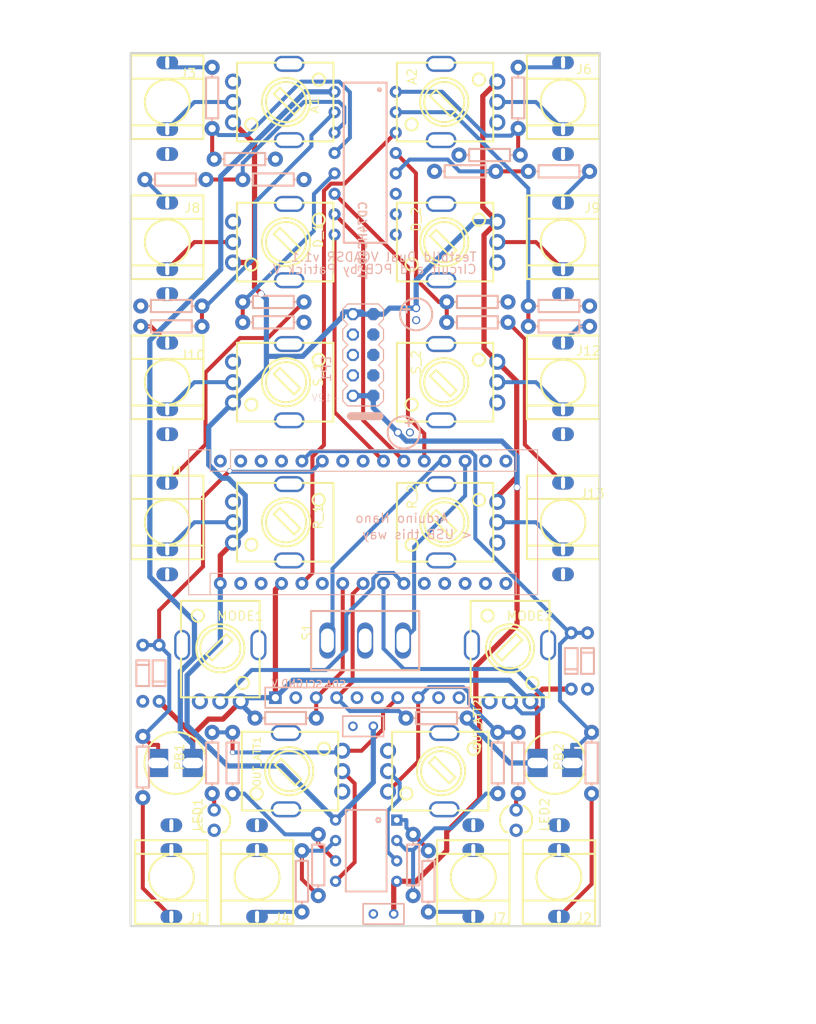
<source format=kicad_pcb>
(kicad_pcb (version 20171130) (host pcbnew "(5.1.5)-3") (page "A4") (layers (0 "F.Cu" signal) (31 "B.Cu" signal) (32 "B.Adhes" user) (33 "F.Adhes" user) (34 "B.Paste" user) (35 "F.Paste" user) (36 "B.SilkS" user) (37 "F.SilkS" user) (38 "B.Mask" user) (39 "F.Mask" user) (40 "Dwgs.User" user) (41 "Cmts.User" user) (42 "Eco1.User" user) (43 "Eco2.User" user) (44 "Edge.Cuts" user) (45 "Margin" user) (46 "B.CrtYd" user) (47 "F.CrtYd" user) (48 "B.Fab" user hide) (49 "F.Fab" user hide)) (net 0 "") (net 1 "-12V") (net 2 "12V") (net 3 "A1_4") (net 4 "A1_5") (net 5 "A2_2") (net 6 "A2_4") (net 7 "A2_5") (net 8 "ADD_0") (net 9 "ADD_1") (net 10 "ADD_2") (net 11 "ARD_5") (net 12 "ATK1") (net 13 "ATK2") (net 14 "A_IN") (net 15 "CRV1") (net 16 "CRV2") (net 17 "DEC1") (net 18 "DEC2") (net 19 "D_1_4") (net 20 "D_1_5") (net 21 "D_2_4") (net 22 "D_2_5") (net 23 "GND") (net 24 "J10_2") (net 25 "J11_3") (net 26 "J12_3") (net 27 "J13_2") (net 28 "J3_2") (net 29 "J6_3") (net 30 "J7_3") (net 31 "J8_2") (net 32 "J9_2") (net 33 "LED1_1") (net 34 "MODE1_4") (net 35 "MODE1_5") (net 36 "MODE2_4") (net 37 "MODE2_5") (net 38 "MODE_1") (net 39 "MODE_2") (net 40 "OUT_ATT1_4") (net 41 "OUT_ATT1_5") (net 42 "OUT_ATT2_4") (net 43 "OUT_ATT2_5") (net 44 "O_1") (net 45 "O_2") (net 46 "R16_2") (net 47 "R17_2") (net 48 "R19_2") (net 49 "R1_2") (net 50 "R21_2") (net 51 "R26_2") (net 52 "R2_2") (net 53 "R4_1") (net 54 "R6_2") (net 55 "REL1") (net 56 "REL2") (net 57 "R_1_2") (net 58 "R_1_4") (net 59 "R_1_5") (net 60 "R_2_4") (net 61 "R_2_5") (net 62 "SCL") (net 63 "SDA") (net 64 "SUS1") (net 65 "SUS2") (net 66 "S_1_4") (net 67 "S_1_5") (net 68 "S_2_2") (net 69 "S_2_4") (net 70 "S_2_5") (net 71 "TRIG_1") (net 72 "TRIG_2") (net 73 "U3_1") (net 74 "U3_2") (net 75 "U3_3") (net 76 "U3_5") (net 77 "U3_6") (net 78 "U3_7") (net 79 "S$9365") (gr_line (start 57.907 132.075) (end 11.689 132.075) (width 0.05) (layer "Dwgs.User")) (gr_line (start 11.689 132.075) (end 11.689 150.353) (width 0.05) (layer "Dwgs.User")) (gr_line (start 11.689 150.353) (end 57.907 150.353) (width 0.05) (layer "Dwgs.User")) (gr_line (start 57.907 150.353) (end 57.907 132.075) (width 0.05) (layer "Dwgs.User")) (gr_line (start 55.118 150.114) (end 55.118 132.334) (width 0.1) (layer "Cmts.User")) (gr_line (start 55.118 132.334) (end 13.208 132.334) (width 0.1) (layer "Cmts.User")) (gr_line (start 13.208 132.334) (end 11.938 133.604) (width 0.1) (layer "Cmts.User")) (gr_line (start 11.938 133.604) (end 11.938 150.114) (width 0.1) (layer "Cmts.User")) (gr_line (start 11.938 150.114) (end 55.118 150.114) (width 0.1) (layer "Cmts.User")) (gr_line (start 47.498 137.414) (end 47.498 145.034) (width 0.1) (layer "Cmts.User")) (gr_line (start 47.498 145.034) (end 57.658 145.034) (width 0.1) (layer "Cmts.User")) (gr_line (start 57.658 145.034) (end 57.658 137.414) (width 0.1) (layer "Cmts.User")) (gr_line (start 57.658 137.414) (end 47.498 137.414) (width 0.1) (layer "Cmts.User")) (gr_text "REF" (at 39.624 141.224 0) (layer "Cmts.User") (effects (font (size 1 1) (thickness 0.15)) (justify left))) (gr_line (start 62.992 191.516) (end 4.572 191.516) (width 0.254) (layer "Edge.Cuts")) (gr_line (start 4.572 82.804) (end 62.992 82.804) (width 0.254) (layer "Edge.Cuts")) (gr_line (start 62.992 82.804) (end 62.992 191.516) (width 0.254) (layer "Edge.Cuts")) (gr_line (start 4.572 191.516) (end 4.572 82.804) (width 0.254) (layer "Edge.Cuts")) (segment (start 8.01 171.196) (end 8.01 168.945) (width 0.5) (layer "F.Cu") (net 71)) (segment (start 6.096 167.894) (end 7.147 168.945) (width 0.5) (layer "F.Cu") (net 71)) (segment (start 7.147 168.945) (end 8.01 168.945) (width 0.5) (layer "F.Cu") (net 71)) (segment (start 8.128 156.52) (end 8.128 152.211) (width 0.5) (layer "F.Cu") (net 71)) (segment (start 8.128 152.211) (end 13.59 146.749) (width 0.5) (layer "F.Cu") (net 71)) (segment (start 13.59 146.749) (end 13.59 138.141) (width 0.5) (layer "F.Cu") (net 71)) (segment (start 13.59 138.141) (end 16.904 134.826) (width 0.5) (layer "F.Cu") (net 71)) (segment (start 30.226 163.068) (end 32.22 161.074) (width 0.5) (layer "F.Cu") (net 63)) (segment (start 32.22 161.074) (end 32.22 150.152) (width 0.5) (layer "F.Cu") (net 63)) (segment (start 32.22 150.152) (end 33.528 148.844) (width 0.5) (layer "F.Cu") (net 63)) (segment (start 27.686 163.068) (end 30.988 159.766) (width 0.5) (layer "F.Cu") (net 62)) (segment (start 30.988 159.766) (end 30.988 148.844) (width 0.5) (layer "F.Cu") (net 62)) (segment (start 27.686 165.608) (end 27.686 163.068) (width 0.5) (layer "F.Cu") (net 62)) (segment (start 29.971 105.412) (end 29.971 127.507) (width 0.5) (layer "F.Cu") (net 8)) (segment (start 29.971 127.507) (end 36.068 133.604) (width 0.5) (layer "F.Cu") (net 8)) (segment (start 29.973 102.87) (end 33.528 106.425) (width 0.5) (layer "F.Cu") (net 9)) (segment (start 33.528 106.425) (end 33.528 128.524) (width 0.5) (layer "F.Cu") (net 9)) (segment (start 33.528 128.524) (end 38.608 133.604) (width 0.5) (layer "F.Cu") (net 9)) (segment (start 37.593 92.71) (end 31.243 99.06) (width 0.5) (layer "F.Cu") (net 14)) (segment (start 31.243 99.06) (end 29.536 99.06) (width 0.5) (layer "F.Cu") (net 14)) (segment (start 29.536 99.06) (end 28.652 99.944) (width 0.5) (layer "F.Cu") (net 14)) (segment (start 28.652 99.944) (end 28.652 131.617) (width 0.5) (layer "F.Cu") (net 14)) (segment (start 28.652 131.617) (end 27.216 133.053) (width 0.5) (layer "F.Cu") (net 14)) (segment (start 27.216 133.053) (end 27.216 147.536) (width 0.5) (layer "F.Cu") (net 14)) (segment (start 27.216 147.536) (end 25.908 148.844) (width 0.5) (layer "F.Cu") (net 14)) (segment (start 29.973 100.33) (end 39.108 109.465) (width 0.5) (layer "F.Cu") (net 10)) (segment (start 39.108 109.465) (end 39.108 128.155) (width 0.5) (layer "F.Cu") (net 10)) (segment (start 39.108 128.155) (end 41.148 130.195) (width 0.5) (layer "F.Cu") (net 10)) (segment (start 41.148 130.195) (end 41.148 133.604) (width 0.5) (layer "F.Cu") (net 10)) (segment (start 12.31 167.702) (end 12.31 171.196) (width 0.65) (layer "F.Cu") (net 11)) (segment (start 8.128 163.52) (end 12.31 167.702) (width 0.65) (layer "F.Cu") (net 11)) (segment (start 18.288 163.52) (end 16.072 165.736) (width 0.65) (layer "F.Cu") (net 11)) (segment (start 16.072 165.736) (end 14.276 165.736) (width 0.65) (layer "F.Cu") (net 11)) (segment (start 14.276 165.736) (end 12.31 167.702) (width 0.65) (layer "F.Cu") (net 11)) (segment (start 22.606 163.068) (end 22.606 149.606) (width 0.65) (layer "F.Cu") (net 11)) (segment (start 22.606 149.606) (end 23.368 148.844) (width 0.65) (layer "F.Cu") (net 11)) (segment (start 55.254 171.196) (end 55.254 164.418) (width 0.65) (layer "F.Cu") (net 11)) (segment (start 55.254 164.418) (end 54.356 163.52) (width 0.65) (layer "F.Cu") (net 11)) (segment (start 59.436 161.996) (end 55.88 161.996) (width 0.65) (layer "F.Cu") (net 11)) (segment (start 55.88 161.996) (end 54.356 163.52) (width 0.65) (layer "F.Cu") (net 11)) (segment (start 50.236 121.243) (end 52.65 123.656) (width 0.65) (layer "F.Cu") (net 2)) (segment (start 52.65 123.656) (end 52.65 135.609) (width 0.65) (layer "F.Cu") (net 2)) (segment (start 52.65 135.609) (end 50.236 138.022) (width 0.65) (layer "F.Cu") (net 2)) (segment (start 50.236 138.022) (end 50.236 138.684) (width 0.65) (layer "F.Cu") (net 2)) (segment (start 20.829 112.789) (end 20.008 111.968) (width 0.65) (layer "F.Cu") (net 2)) (segment (start 20.008 111.968) (end 20.008 108.881) (width 0.65) (layer "F.Cu") (net 2)) (segment (start 20.008 108.881) (end 20.008 94.12) (width 0.65) (layer "F.Cu") (net 2)) (segment (start 20.008 94.12) (end 17.328 91.44) (width 0.65) (layer "F.Cu") (net 2)) (segment (start 17.328 108.881) (end 20.008 108.881) (width 0.65) (layer "F.Cu") (net 2)) (segment (start 50.236 103.801) (end 48.428 101.993) (width 0.65) (layer "F.Cu") (net 2)) (segment (start 48.428 101.993) (end 48.428 88.168) (width 0.65) (layer "F.Cu") (net 2)) (segment (start 48.428 88.168) (end 50.236 86.36) (width 0.65) (layer "F.Cu") (net 2)) (segment (start 50.236 121.243) (end 48.584 119.591) (width 0.65) (layer "F.Cu") (net 2)) (segment (start 48.584 119.591) (end 48.584 105.453) (width 0.65) (layer "F.Cu") (net 2)) (segment (start 48.584 105.453) (end 50.236 103.801) (width 0.65) (layer "F.Cu") (net 2)) (segment (start 17.328 143.764) (end 15.748 145.344) (width 0.65) (layer "F.Cu") (net 2)) (segment (start 15.748 145.344) (end 15.748 148.844) (width 0.65) (layer "F.Cu") (net 2)) (segment (start 37.846 163.068) (end 36.004 164.91) (width 0.5) (layer "F.Cu") (net 44)) (segment (start 36.004 164.91) (end 36.004 166.996) (width 0.5) (layer "F.Cu") (net 44)) (segment (start 36.004 166.996) (end 33.328 169.672) (width 0.5) (layer "F.Cu") (net 44)) (segment (start 33.328 169.672) (end 30.932 169.672) (width 0.5) (layer "F.Cu") (net 44)) (segment (start 17.272 167.386) (end 17.272 169.885) (width 0.5) (layer "F.Cu") (net 44)) (segment (start 37.719 185.928) (end 40.131 185.928) (width 0.65) (layer "F.Cu") (net 1)) (segment (start 40.131 185.928) (end 43.933 182.126) (width 0.65) (layer "F.Cu") (net 1)) (segment (start 43.933 182.126) (end 43.933 179.761) (width 0.65) (layer "F.Cu") (net 1)) (segment (start 43.933 179.761) (end 48.024 175.671) (width 0.65) (layer "F.Cu") (net 1)) (segment (start 48.024 175.671) (end 48.024 164.466) (width 0.65) (layer "F.Cu") (net 1)) (segment (start 48.024 164.466) (end 47.561 164.003) (width 0.65) (layer "F.Cu") (net 1)) (segment (start 47.561 164.003) (end 47.561 159.167) (width 0.65) (layer "F.Cu") (net 1)) (segment (start 47.561 159.167) (end 52.693 154.035) (width 0.65) (layer "F.Cu") (net 1)) (segment (start 52.693 154.035) (end 52.693 136.874) (width 0.65) (layer "F.Cu") (net 1)) (segment (start 37.338 189.992) (end 37.338 186.309) (width 0.65) (layer "F.Cu") (net 1)) (segment (start 37.338 186.309) (end 37.719 185.928) (width 0.65) (layer "F.Cu") (net 1)) (segment (start 40.386 163.068) (end 40.386 170.998) (width 0.5) (layer "F.Cu") (net 45)) (segment (start 40.386 170.998) (end 36.632 174.752) (width 0.5) (layer "F.Cu") (net 45)) (segment (start 25.908 182.118) (end 25.908 185.674) (width 0.5) (layer "F.Cu") (net 78)) (segment (start 25.908 185.674) (end 27.94 187.706) (width 0.5) (layer "F.Cu") (net 78)) (segment (start 30.099 183.388) (end 27.94 181.229) (width 0.5) (layer "F.Cu") (net 77)) (segment (start 27.94 181.229) (end 27.94 180.086) (width 0.5) (layer "F.Cu") (net 77)) (segment (start 14.986 96.012) (end 14.732 95.758) (width 0.5) (layer "F.Cu") (net 12)) (segment (start 14.732 95.758) (end 14.732 92.202) (width 0.5) (layer "F.Cu") (net 12)) (segment (start 41.656 182.118) (end 41.656 181.991) (width 0.5) (layer "F.Cu") (net 73)) (segment (start 41.656 181.991) (end 39.751 180.086) (width 0.5) (layer "F.Cu") (net 73)) (segment (start 53.086 95.504) (end 52.832 95.25) (width 0.5) (layer "F.Cu") (net 13)) (segment (start 52.832 95.25) (end 52.832 92.202) (width 0.5) (layer "F.Cu") (net 13)) (segment (start 18.542 98.552) (end 13.97 98.552) (width 0.5) (layer "F.Cu") (net 17)) (segment (start 50.038 97.536) (end 54.102 97.536) (width 0.5) (layer "F.Cu") (net 18)) (segment (start 13.462 114.3) (end 13.462 116.84) (width 0.5) (layer "F.Cu") (net 64)) (segment (start 18.542 116.332) (end 18.542 113.792) (width 0.5) (layer "F.Cu") (net 55)) (segment (start 54.102 114.3) (end 54.102 116.84) (width 0.5) (layer "F.Cu") (net 65)) (segment (start 43.942 113.792) (end 43.942 116.332) (width 0.5) (layer "F.Cu") (net 56)) (segment (start 37.593 95.25) (end 40.106 97.763) (width 0.5) (layer "F.Cu") (net 56)) (segment (start 40.106 97.763) (end 40.106 110.95) (width 0.5) (layer "F.Cu") (net 56)) (segment (start 40.106 110.95) (end 42.948 113.792) (width 0.5) (layer "F.Cu") (net 56)) (segment (start 42.948 113.792) (end 43.942 113.792) (width 0.5) (layer "F.Cu") (net 56)) (segment (start 51.562 116.332) (end 53.66 118.43) (width 0.5) (layer "F.Cu") (net 51)) (segment (start 53.66 118.43) (end 53.66 131.544) (width 0.5) (layer "F.Cu") (net 51)) (segment (start 53.66 131.544) (end 58.42 136.304) (width 0.5) (layer "F.Cu") (net 51)) (segment (start 9.144 109.721) (end 12.524 106.341) (width 0.5) (layer "F.Cu") (net 31)) (segment (start 12.524 106.341) (end 17.328 106.341) (width 0.5) (layer "F.Cu") (net 31)) (segment (start 58.42 109.721) (end 55.04 106.341) (width 0.5) (layer "F.Cu") (net 32)) (segment (start 55.04 106.341) (end 50.236 106.341) (width 0.5) (layer "F.Cu") (net 32)) (segment (start 6.096 175.514) (end 6.096 186.784) (width 0.5) (layer "F.Cu") (net 49)) (segment (start 6.096 186.784) (end 9.652 190.34) (width 0.5) (layer "F.Cu") (net 49)) (segment (start 61.976 175.006) (end 61.976 186.276) (width 0.5) (layer "F.Cu") (net 52)) (segment (start 61.976 186.276) (end 57.912 190.34) (width 0.5) (layer "F.Cu") (net 52)) (segment (start 14.732 175.006) (end 14.986 175.26) (width 0.5) (layer "F.Cu") (net 33)) (segment (start 14.986 175.26) (end 14.986 177.038) (width 0.5) (layer "F.Cu") (net 33)) (segment (start 52.832 175.006) (end 52.578 175.26) (width 0.5) (layer "F.Cu") (net 46)) (segment (start 52.578 175.26) (end 52.578 177.038) (width 0.5) (layer "F.Cu") (net 46)) (segment (start 30.099 185.928) (end 32.476 183.551) (width 0.5) (layer "F.Cu") (net 76)) (segment (start 32.476 183.551) (end 32.476 173.756) (width 0.5) (layer "F.Cu") (net 76)) (segment (start 32.476 173.756) (end 30.932 172.212) (width 0.5) (layer "F.Cu") (net 76)) (segment (start 5.842 116.84) (end 7.121 116.84) (width 0.5) (layer "F.Cu") (net 50)) (segment (start 7.121 116.84) (end 9.144 118.863) (width 0.5) (layer "F.Cu") (net 50)) (segment (start 26.162 113.792) (end 21.663 118.291) (width 0.5) (layer "F.Cu") (net 25)) (segment (start 21.663 118.291) (end 18.187 118.291) (width 0.5) (layer "F.Cu") (net 25)) (segment (start 18.187 118.291) (end 13.904 122.575) (width 0.5) (layer "F.Cu") (net 25)) (segment (start 13.904 122.575) (end 13.904 131.544) (width 0.5) (layer "F.Cu") (net 25)) (segment (start 13.904 131.544) (end 9.144 136.304) (width 0.5) (layer "F.Cu") (net 25)) (zone (net 23) (net_name "GND") (layer "F.Cu") (hatch edge 0.508) (connect_pads (clearance 0.254)) (polygon (pts (xy -7.62 76.708) (xy 70.104 76.708) (xy 70.612 76.2) (xy 70.612 194.056) (xy 72.644 196.088) (xy -4.064 196.088) (xy -5.08 197.104)))) (segment (start 60.414 154.996) (end 59.239 154.996) (width 0.5) (layer "B.Cu") (net 72)) (segment (start 59.239 154.996) (end 47.498 143.254) (width 0.5) (layer "B.Cu") (net 72)) (segment (start 47.498 143.254) (end 47.498 132.961) (width 0.5) (layer "B.Cu") (net 72)) (segment (start 47.498 132.961) (end 46.909 132.372) (width 0.5) (layer "B.Cu") (net 72)) (segment (start 46.909 132.372) (end 27.14 132.372) (width 0.5) (layer "B.Cu") (net 72)) (segment (start 27.14 132.372) (end 25.908 133.604) (width 0.5) (layer "B.Cu") (net 72)) (segment (start 60.414 154.996) (end 59.436 154.996) (width 0.5) (layer "B.Cu") (net 72)) (segment (start 59.436 154.996) (end 59.436 154.996) (width 0.5) (layer "B.Cu") (net 72)) (segment (start 61.468 154.996) (end 60.414 154.996) (width 0.5) (layer "B.Cu") (net 72)) (segment (start 59.436 154.996) (end 58.037 156.395) (width 0.5) (layer "B.Cu") (net 72)) (segment (start 58.037 156.395) (end 58.037 163.446) (width 0.5) (layer "B.Cu") (net 72)) (segment (start 58.037 163.446) (end 61.976 167.386) (width 0.5) (layer "B.Cu") (net 72)) (segment (start 59.554 171.196) (end 59.554 168.945) (width 0.5) (layer "B.Cu") (net 72)) (segment (start 61.976 167.386) (end 60.416 168.945) (width 0.5) (layer "B.Cu") (net 72)) (segment (start 60.416 168.945) (end 59.554 168.945) (width 0.5) (layer "B.Cu") (net 72)) (segment (start 15.748 163.52) (end 19.648 159.619) (width 0.5) (layer "B.Cu") (net 38)) (segment (start 19.648 159.619) (end 28.908 159.619) (width 0.5) (layer "B.Cu") (net 38)) (segment (start 28.908 159.619) (end 31.432 157.095) (width 0.5) (layer "B.Cu") (net 38)) (segment (start 31.432 157.095) (end 31.432 152.723) (width 0.5) (layer "B.Cu") (net 38)) (segment (start 31.432 152.723) (end 34.798 149.357) (width 0.5) (layer "B.Cu") (net 38)) (segment (start 34.798 149.357) (end 34.798 148.248) (width 0.5) (layer "B.Cu") (net 38)) (segment (start 34.798 148.248) (end 35.506 147.539) (width 0.5) (layer "B.Cu") (net 38)) (segment (start 35.506 147.539) (end 37.303 147.539) (width 0.5) (layer "B.Cu") (net 38)) (segment (start 37.303 147.539) (end 38.608 148.844) (width 0.5) (layer "B.Cu") (net 38)) (segment (start 8.128 156.52) (end 9.393 157.785) (width 0.5) (layer "B.Cu") (net 71)) (segment (start 9.393 157.785) (end 9.393 164.597) (width 0.5) (layer "B.Cu") (net 71)) (segment (start 9.393 164.597) (end 6.096 167.894) (width 0.5) (layer "B.Cu") (net 71)) (segment (start 28.448 133.604) (end 27.113 134.939) (width 0.5) (layer "B.Cu") (net 71)) (segment (start 27.113 134.939) (end 17.017 134.939) (width 0.5) (layer "B.Cu") (net 71)) (segment (start 17.017 134.939) (end 16.904 134.826) (width 0.5) (layer "B.Cu") (net 71)) (segment (start 6.096 156.52) (end 8.128 156.52) (width 0.5) (layer "B.Cu") (net 71)) (segment (start 8.128 156.52) (end 8.128 156.52) (width 0.5) (layer "B.Cu") (net 71)) (segment (start 51.816 163.52) (end 53.318 165.022) (width 0.5) (layer "B.Cu") (net 39)) (segment (start 53.318 165.022) (end 55.052 165.022) (width 0.5) (layer "B.Cu") (net 39)) (segment (start 55.052 165.022) (end 55.902 164.172) (width 0.5) (layer "B.Cu") (net 39)) (segment (start 55.902 164.172) (end 55.902 162.88) (width 0.5) (layer "B.Cu") (net 39)) (segment (start 55.902 162.88) (end 52.522 159.5) (width 0.5) (layer "B.Cu") (net 39)) (segment (start 52.522 159.5) (end 38.603 159.5) (width 0.5) (layer "B.Cu") (net 39)) (segment (start 38.603 159.5) (end 36.068 156.964) (width 0.5) (layer "B.Cu") (net 39)) (segment (start 36.068 156.964) (end 36.068 148.844) (width 0.5) (layer "B.Cu") (net 39)) (segment (start 38.862 165.608) (end 37.981 164.726) (width 0.5) (layer "B.Cu") (net 63)) (segment (start 37.981 164.726) (end 31.885 164.726) (width 0.5) (layer "B.Cu") (net 63)) (segment (start 31.885 164.726) (end 30.226 163.068) (width 0.5) (layer "B.Cu") (net 63)) (segment (start 12.31 171.196) (end 12.31 168.87) (width 0.65) (layer "B.Cu") (net 11)) (segment (start 29.973 87.63) (end 26.326 87.63) (width 0.65) (layer "B.Cu") (net 11)) (segment (start 26.326 87.63) (end 15.802 98.154) (width 0.65) (layer "B.Cu") (net 11)) (segment (start 15.802 98.154) (end 15.802 109.749) (width 0.65) (layer "B.Cu") (net 11)) (segment (start 15.802 109.749) (end 6.973 118.578) (width 0.65) (layer "B.Cu") (net 11)) (segment (start 6.973 118.578) (end 6.973 148.026) (width 0.65) (layer "B.Cu") (net 11)) (segment (start 6.973 148.026) (end 12.524 153.577) (width 0.65) (layer "B.Cu") (net 11)) (segment (start 12.524 153.577) (end 12.524 158.051) (width 0.65) (layer "B.Cu") (net 11)) (segment (start 12.524 158.051) (end 10.763 159.812) (width 0.65) (layer "B.Cu") (net 11)) (segment (start 10.763 159.812) (end 10.763 167.323) (width 0.65) (layer "B.Cu") (net 11)) (segment (start 10.763 167.323) (end 12.31 168.87) (width 0.65) (layer "B.Cu") (net 11)) (segment (start 54.356 163.52) (end 51.732 160.896) (width 0.65) (layer "B.Cu") (net 11)) (segment (start 51.732 160.896) (end 24.778 160.896) (width 0.65) (layer "B.Cu") (net 11)) (segment (start 24.778 160.896) (end 22.606 163.068) (width 0.65) (layer "B.Cu") (net 11)) (segment (start 22.606 163.068) (end 18.74 163.068) (width 0.65) (layer "B.Cu") (net 11)) (segment (start 18.74 163.068) (end 18.288 163.52) (width 0.65) (layer "B.Cu") (net 11)) (segment (start 20.066 165.608) (end 18.288 163.83) (width 0.65) (layer "B.Cu") (net 11)) (segment (start 18.288 163.83) (end 18.288 163.52) (width 0.65) (layer "B.Cu") (net 11)) (segment (start 46.482 165.608) (end 46.482 165.869) (width 0.65) (layer "B.Cu") (net 11)) (segment (start 46.482 165.869) (end 51.809 171.196) (width 0.65) (layer "B.Cu") (net 11)) (segment (start 51.809 171.196) (end 55.254 171.196) (width 0.65) (layer "B.Cu") (net 11)) (segment (start 29.082 155.956) (end 29.718 155.32) (width 0.5) (layer "B.Cu") (net 16)) (segment (start 29.718 155.32) (end 29.718 147.008) (width 0.5) (layer "B.Cu") (net 16)) (segment (start 29.718 147.008) (end 43.122 133.604) (width 0.5) (layer "B.Cu") (net 16)) (segment (start 43.122 133.604) (end 43.688 133.604) (width 0.5) (layer "B.Cu") (net 16)) (segment (start 38.482 155.956) (end 39.878 154.56) (width 0.5) (layer "B.Cu") (net 15)) (segment (start 39.878 154.56) (end 39.878 144.275) (width 0.5) (layer "B.Cu") (net 15)) (segment (start 39.878 144.275) (end 46.228 137.925) (width 0.5) (layer "B.Cu") (net 15)) (segment (start 46.228 137.925) (end 46.228 133.604) (width 0.5) (layer "B.Cu") (net 15)) (segment (start 17.328 126.323) (end 14.301 129.35) (width 0.65) (layer "B.Cu") (net 2)) (segment (start 14.301 129.35) (end 14.301 134.085) (width 0.65) (layer "B.Cu") (net 2)) (segment (start 14.301 134.085) (end 15.959 135.743) (width 0.65) (layer "B.Cu") (net 2)) (segment (start 15.959 135.743) (end 16.725 135.743) (width 0.65) (layer "B.Cu") (net 2)) (segment (start 16.725 135.743) (end 18.854 137.872) (width 0.65) (layer "B.Cu") (net 2)) (segment (start 18.854 137.872) (end 18.854 142.238) (width 0.65) (layer "B.Cu") (net 2)) (segment (start 18.854 142.238) (end 17.328 143.764) (width 0.65) (layer "B.Cu") (net 2)) (segment (start 21.484 120.566) (end 21.484 122.167) (width 0.65) (layer "B.Cu") (net 2)) (segment (start 21.484 122.167) (end 17.328 126.323) (width 0.65) (layer "B.Cu") (net 2)) (segment (start 21.484 120.566) (end 21.484 113.443) (width 0.65) (layer "B.Cu") (net 2)) (segment (start 21.484 113.443) (end 20.829 112.789) (width 0.65) (layer "B.Cu") (net 2)) (segment (start 21.484 120.566) (end 25.998 120.566) (width 0.65) (layer "B.Cu") (net 2)) (segment (start 25.998 120.566) (end 30.961 115.602) (width 0.65) (layer "B.Cu") (net 2)) (segment (start 30.961 115.602) (end 30.961 115.231) (width 0.65) (layer "B.Cu") (net 2)) (segment (start 30.961 115.231) (end 31.151 115.041) (width 0.65) (layer "B.Cu") (net 2)) (segment (start 31.151 115.041) (end 33.328 115.041) (width 0.65) (layer "B.Cu") (net 2)) (segment (start 33.328 115.041) (end 33.518 115.231) (width 0.65) (layer "B.Cu") (net 2)) (segment (start 33.518 115.231) (end 33.518 115.316) (width 0.65) (layer "B.Cu") (net 2)) (segment (start 33.518 115.316) (end 32.258 115.316) (width 0.65) (layer "B.Cu") (net 2)) (segment (start 34.798 115.316) (end 33.518 115.316) (width 0.65) (layer "B.Cu") (net 2)) (segment (start 40.132 114.565) (end 40.132 111.101) (width 0.65) (layer "B.Cu") (net 2)) (segment (start 40.132 111.101) (end 47.432 103.801) (width 0.65) (layer "B.Cu") (net 2)) (segment (start 47.432 103.801) (end 50.236 103.801) (width 0.65) (layer "B.Cu") (net 2)) (segment (start 36.078 115.316) (end 36.828 114.565) (width 0.65) (layer "B.Cu") (net 2)) (segment (start 36.828 114.565) (end 40.132 114.565) (width 0.65) (layer "B.Cu") (net 2)) (segment (start 30.099 178.308) (end 23.358 171.567) (width 0.65) (layer "B.Cu") (net 2)) (segment (start 23.358 171.567) (end 16.662 171.567) (width 0.65) (layer "B.Cu") (net 2)) (segment (start 16.662 171.567) (end 11.614 166.519) (width 0.65) (layer "B.Cu") (net 2)) (segment (start 11.614 166.519) (end 11.614 160.279) (width 0.65) (layer "B.Cu") (net 2)) (segment (start 11.614 160.279) (end 15.748 156.145) (width 0.65) (layer "B.Cu") (net 2)) (segment (start 15.748 156.145) (end 15.748 148.844) (width 0.65) (layer "B.Cu") (net 2)) (segment (start 30.099 178.308) (end 34.798 173.609) (width 0.65) (layer "B.Cu") (net 2)) (segment (start 34.798 173.609) (end 34.798 166.624) (width 0.65) (layer "B.Cu") (net 2)) (segment (start 34.798 115.316) (end 36.078 115.316) (width 0.65) (layer "B.Cu") (net 2)) (segment (start 30.932 169.672) (end 30.719 169.885) (width 0.5) (layer "B.Cu") (net 44)) (segment (start 30.719 169.885) (end 17.272 169.885) (width 0.5) (layer "B.Cu") (net 44)) (segment (start 14.732 167.386) (end 17.272 167.386) (width 0.5) (layer "B.Cu") (net 44)) (segment (start 52.693 136.874) (end 52.693 133.021) (width 0.65) (layer "B.Cu") (net 1)) (segment (start 52.693 133.021) (end 50.793 131.121) (width 0.65) (layer "B.Cu") (net 1)) (segment (start 50.793 131.121) (end 38.931 131.121) (width 0.65) (layer "B.Cu") (net 1)) (segment (start 38.931 131.121) (end 37.857 130.048) (width 0.65) (layer "B.Cu") (net 1)) (segment (start 34.798 125.476) (end 34.798 126.988) (width 0.65) (layer "B.Cu") (net 1)) (segment (start 34.798 126.988) (end 37.857 130.048) (width 0.65) (layer "B.Cu") (net 1)) (segment (start 34.798 125.476) (end 32.258 125.476) (width 0.65) (layer "B.Cu") (net 1)) (segment (start 9.144 92.28) (end 12.524 88.9) (width 0.5) (layer "B.Cu") (net 28)) (segment (start 12.524 88.9) (end 17.328 88.9) (width 0.5) (layer "B.Cu") (net 28)) (segment (start 58.42 92.28) (end 55.04 88.9) (width 0.5) (layer "B.Cu") (net 5)) (segment (start 55.04 88.9) (end 50.236 88.9) (width 0.5) (layer "B.Cu") (net 5)) (segment (start 58.42 144.604) (end 55.04 141.224) (width 0.5) (layer "B.Cu") (net 27)) (segment (start 55.04 141.224) (end 50.236 141.224) (width 0.5) (layer "B.Cu") (net 27)) (segment (start 14.732 84.582) (end 9.746 84.582) (width 0.5) (layer "B.Cu") (net 54)) (segment (start 9.746 84.582) (end 9.144 83.98) (width 0.5) (layer "B.Cu") (net 54)) (segment (start 25.908 189.738) (end 20.922 189.738) (width 0.5) (layer "B.Cu") (net 53)) (segment (start 20.922 189.738) (end 20.32 190.34) (width 0.5) (layer "B.Cu") (net 53)) (segment (start 52.832 84.582) (end 57.818 84.582) (width 0.5) (layer "B.Cu") (net 29)) (segment (start 57.818 84.582) (end 58.42 83.98) (width 0.5) (layer "B.Cu") (net 29)) (segment (start 41.656 189.738) (end 46.642 189.738) (width 0.5) (layer "B.Cu") (net 30)) (segment (start 46.642 189.738) (end 47.244 190.34) (width 0.5) (layer "B.Cu") (net 30)) (segment (start 6.35 98.552) (end 9.144 101.346) (width 0.5) (layer "B.Cu") (net 47)) (segment (start 9.144 101.346) (end 9.144 101.421) (width 0.5) (layer "B.Cu") (net 47)) (segment (start 61.722 97.536) (end 58.42 100.838) (width 0.5) (layer "B.Cu") (net 48)) (segment (start 58.42 100.838) (end 58.42 101.421) (width 0.5) (layer "B.Cu") (net 48)) (segment (start 17.328 123.783) (end 12.524 123.783) (width 0.5) (layer "B.Cu") (net 24)) (segment (start 12.524 123.783) (end 9.144 127.163) (width 0.5) (layer "B.Cu") (net 24)) (segment (start 61.722 116.84) (end 60.443 116.84) (width 0.5) (layer "B.Cu") (net 26)) (segment (start 60.443 116.84) (end 58.42 118.863) (width 0.5) (layer "B.Cu") (net 26)) (segment (start 37.719 183.388) (end 36.589 182.258) (width 0.5) (layer "B.Cu") (net 75)) (segment (start 36.589 182.258) (end 36.589 177.161) (width 0.5) (layer "B.Cu") (net 75)) (segment (start 36.589 177.161) (end 38.076 175.673) (width 0.5) (layer "B.Cu") (net 75)) (segment (start 38.076 175.673) (end 38.076 173.656) (width 0.5) (layer "B.Cu") (net 75)) (segment (start 38.076 173.656) (end 36.632 172.212) (width 0.5) (layer "B.Cu") (net 75)) (segment (start 39.751 182.008) (end 38.879 182.008) (width 0.5) (layer "B.Cu") (net 74)) (segment (start 38.879 182.008) (end 37.719 180.848) (width 0.5) (layer "B.Cu") (net 74)) (segment (start 50.292 175.006) (end 48.843 175.006) (width 0.5) (layer "B.Cu") (net 74)) (segment (start 48.843 175.006) (end 44.52 179.329) (width 0.5) (layer "B.Cu") (net 74)) (segment (start 44.52 179.329) (end 42.477 179.329) (width 0.5) (layer "B.Cu") (net 74)) (segment (start 42.477 179.329) (end 39.797 182.008) (width 0.5) (layer "B.Cu") (net 74)) (segment (start 39.797 182.008) (end 39.751 182.008) (width 0.5) (layer "B.Cu") (net 74)) (segment (start 39.751 182.008) (end 39.751 187.706) (width 0.5) (layer "B.Cu") (net 74)) (segment (start 50.236 123.783) (end 55.04 123.783) (width 0.5) (layer "B.Cu") (net 68)) (segment (start 55.04 123.783) (end 58.42 127.163) (width 0.5) (layer "B.Cu") (net 68)) (segment (start 9.144 144.604) (end 12.524 141.224) (width 0.5) (layer "B.Cu") (net 57)) (segment (start 12.524 141.224) (end 17.328 141.224) (width 0.5) (layer "B.Cu") (net 57)) (segment (start 50.292 167.386) (end 46.709 163.803) (width 0.5) (layer "B.Cu") (net 45)) (segment (start 46.709 163.803) (end 46.709 162.472) (width 0.5) (layer "B.Cu") (net 45)) (segment (start 46.709 162.472) (end 45.986 161.749) (width 0.5) (layer "B.Cu") (net 45)) (segment (start 45.986 161.749) (end 41.705 161.749) (width 0.5) (layer "B.Cu") (net 45)) (segment (start 41.705 161.749) (end 40.386 163.068) (width 0.5) (layer "B.Cu") (net 45)) (segment (start 52.832 167.386) (end 50.292 167.386) (width 0.5) (layer "B.Cu") (net 45)) (segment (start 30.099 180.848) (end 28.829 182.118) (width 0.5) (layer "B.Cu") (net 78)) (segment (start 28.829 182.118) (end 25.908 182.118) (width 0.5) (layer "B.Cu") (net 78)) (segment (start 17.272 175.006) (end 18.721 175.006) (width 0.5) (layer "B.Cu") (net 77)) (segment (start 18.721 175.006) (end 23.801 180.086) (width 0.5) (layer "B.Cu") (net 77)) (segment (start 23.801 180.086) (end 27.94 180.086) (width 0.5) (layer "B.Cu") (net 77)) (segment (start 29.973 95.25) (end 31.884 93.339) (width 0.5) (layer "B.Cu") (net 12)) (segment (start 31.884 93.339) (end 31.884 87.695) (width 0.5) (layer "B.Cu") (net 12)) (segment (start 31.884 87.695) (end 30.555 86.366) (width 0.5) (layer "B.Cu") (net 12)) (segment (start 30.555 86.366) (end 25.778 86.366) (width 0.5) (layer "B.Cu") (net 12)) (segment (start 25.778 86.366) (end 19.129 93.015) (width 0.5) (layer "B.Cu") (net 12)) (segment (start 19.129 93.015) (end 15.545 93.015) (width 0.5) (layer "B.Cu") (net 12)) (segment (start 15.545 93.015) (end 14.732 92.202) (width 0.5) (layer "B.Cu") (net 12)) (segment (start 37.719 178.308) (end 38.918 178.308) (width 0.5) (layer "B.Cu") (net 73)) (segment (start 38.918 178.308) (end 38.918 179.253) (width 0.5) (layer "B.Cu") (net 73)) (segment (start 38.918 179.253) (end 39.751 180.086) (width 0.5) (layer "B.Cu") (net 73)) (segment (start 37.593 87.63) (end 43.379 87.63) (width 0.5) (layer "B.Cu") (net 13)) (segment (start 43.379 87.63) (end 48.838 93.089) (width 0.5) (layer "B.Cu") (net 13)) (segment (start 48.838 93.089) (end 51.945 93.089) (width 0.5) (layer "B.Cu") (net 13)) (segment (start 51.945 93.089) (end 52.832 92.202) (width 0.5) (layer "B.Cu") (net 13)) (segment (start 29.973 92.71) (end 31.184 91.499) (width 0.5) (layer "B.Cu") (net 17)) (segment (start 31.184 91.499) (end 31.184 89.534) (width 0.5) (layer "B.Cu") (net 17)) (segment (start 31.184 89.534) (end 30.533 88.884) (width 0.5) (layer "B.Cu") (net 17)) (segment (start 30.533 88.884) (end 26.169 88.884) (width 0.5) (layer "B.Cu") (net 17)) (segment (start 26.169 88.884) (end 18.542 96.511) (width 0.5) (layer "B.Cu") (net 17)) (segment (start 18.542 96.511) (end 18.542 98.552) (width 0.5) (layer "B.Cu") (net 17)) (segment (start 37.593 97.79) (end 39.317 96.066) (width 0.5) (layer "B.Cu") (net 18)) (segment (start 39.317 96.066) (end 44.067 96.066) (width 0.5) (layer "B.Cu") (net 18)) (segment (start 44.067 96.066) (end 45.537 97.536) (width 0.5) (layer "B.Cu") (net 18)) (segment (start 45.537 97.536) (end 50.038 97.536) (width 0.5) (layer "B.Cu") (net 18)) (segment (start 29.973 90.17) (end 27.092 93.051) (width 0.5) (layer "B.Cu") (net 64)) (segment (start 27.092 93.051) (end 27.092 94.374) (width 0.5) (layer "B.Cu") (net 64)) (segment (start 27.092 94.374) (end 20.062 101.404) (width 0.5) (layer "B.Cu") (net 64)) (segment (start 20.062 101.404) (end 20.062 108.239) (width 0.5) (layer "B.Cu") (net 64)) (segment (start 20.062 108.239) (end 14.001 114.3) (width 0.5) (layer "B.Cu") (net 64)) (segment (start 14.001 114.3) (end 13.462 114.3) (width 0.5) (layer "B.Cu") (net 64)) (segment (start 13.462 114.3) (end 13.462 114.3) (width 0.5) (layer "B.Cu") (net 64)) (segment (start 29.973 97.79) (end 27.406 100.357) (width 0.5) (layer "B.Cu") (net 55)) (segment (start 27.406 100.357) (end 27.406 104.928) (width 0.5) (layer "B.Cu") (net 55)) (segment (start 27.406 104.928) (end 18.542 113.792) (width 0.5) (layer "B.Cu") (net 55)) (segment (start 37.593 90.17) (end 44.613 90.17) (width 0.5) (layer "B.Cu") (net 65)) (segment (start 44.613 90.17) (end 54.102 99.659) (width 0.5) (layer "B.Cu") (net 65)) (segment (start 54.102 99.659) (end 54.102 114.3) (width 0.5) (layer "B.Cu") (net 65)) (zone (net 23) (net_name "GND") (layer "B.Cu") (hatch edge 0.508) (connect_pads (clearance 0.254)) (polygon (pts (xy -11.684 78.232) (xy 75.184 78.232) (xy 89.916 92.964) (xy 89.916 171.704) (xy 57.912 203.708) (xy -6.096 203.708) (xy -11.176 198.628)))) (gr_line (start 17.018 134.874) (end 52.578 134.874) (width 0.12) (layer "B.SilkS")) (gr_line (start 52.578 134.874) (end 52.578 132.204) (width 0.12) (layer "B.SilkS")) (gr_line (start 52.578 150.243) (end 52.578 147.574) (width 0.12) (layer "B.SilkS")) (gr_line (start 52.578 147.574) (end 14.478 147.574) (width 0.12) (layer "B.SilkS")) (gr_line (start 14.478 147.574) (end 14.478 150.243) (width 0.12) (layer "B.SilkS")) (gr_line (start 11.808 150.243) (end 55.247 150.243) (width 0.12) (layer "B.SilkS")) (gr_line (start 55.247 150.243) (end 55.247 132.204) (width 0.12) (layer "B.SilkS")) (gr_line (start 55.247 132.204) (end 17.018 132.204) (width 0.12) (layer "B.SilkS")) (gr_line (start 17.018 132.204) (end 17.018 134.874) (width 0.12) (layer "B.SilkS")) (gr_line (start 17.018 134.874) (end 14.478 134.874) (width 0.12) (layer "B.SilkS")) (gr_line (start 14.478 134.874) (end 14.478 132.204) (width 0.12) (layer "B.SilkS")) (gr_line (start 14.478 132.204) (end 11.808 132.204) (width 0.12) (layer "B.SilkS")) (gr_line (start 11.808 132.204) (end 11.808 150.243) (width 0.12) (layer "B.SilkS")) (gr_line (start 32.004 128.016) (end 35.56 128.016) (width 1) (layer "B.SilkS")) (gr_text "V" (at 22.987 161.29 0) (layer "B.SilkS") (effects (font (size 0.9 0.9) (thickness 0.152)) (justify left mirror))) (gr_text "GND" (at 26.162 161.29 0) (layer "B.SilkS") (effects (font (size 0.9 0.9) (thickness 0.152)) (justify left mirror))) (gr_text "SCL" (at 28.575 161.417 0) (layer "B.SilkS") (effects (font (size 0.9 0.9) (thickness 0.152)) (justify left mirror))) (gr_text "SDA" (at 31.496 161.417 0) (layer "B.SilkS") (effects (font (size 0.9 0.9) (thickness 0.152)) (justify left mirror))) (gr_text "Arduino Nano" (at 44.196 140.716 0) (layer "B.SilkS") (effects (font (size 1.143 1.143) (thickness 0.152)) (justify left mirror))) (gr_text "< USB this way" (at 47.244 142.748 0) (layer "B.SilkS") (effects (font (size 1.143 1.143) (thickness 0.152)) (justify left mirror))) (gr_text "Testbild Dual VCADSR v1.1" (at 47.752 108.204 0) (layer "B.SilkS") (effects (font (size 1.143 1.143) (thickness 0.152)) (justify left mirror))) (gr_text "CIrcuit and PCB by Patrick V." (at 47.752 109.728 0) (layer "B.SilkS") (effects (font (size 1.143 1.143) (thickness 0.152)) (justify left mirror))) (module "easyeda:CAP-D4.0×F1.5" (layer "F.Cu") (at 38.608 130.048 0) (fp_text value "10u" (at 4.572 1.524 0) (layer "B.Fab") (effects (font (size 1.143 1.143) (thickness 0.152)) (justify left mirror))) (fp_text reference "C1" (at 0.095 -2.2 0) (layer "B.SilkS") hide (effects (font (size 1.143 1.143) (thickness 0.152)) (justify left mirror))) (fp_line (start 0.203 -1.196) (end 1.003 -1.196) (width 0.254) (layer "B.SilkS")) (fp_line (start 0.609 -0.815) (end 0.609 -1.615) (width 0.254) (layer "B.SilkS")) (fp_arc (start -0.015 0.001) (end 0.001 -1.999) (angle 359.054) (width 0.254) (layer "B.SilkS")) (pad 2 thru_hole circle (at -0.75 0 -90) (size 1 1) (layers "*.Cu" "*.Paste" "*.Mask") (drill 0.7) (net 1 "-12V")) (pad 1 thru_hole circle (at 0.751 0 -90) (size 1 1) (layers "*.Cu" "*.Paste" "*.Mask") (drill 0.7) (net 23 "GND")) (fp_text user gged3a32a70cde6de7e (at 0 0) (layer "Cmts.User") (effects (font (size 1 1) (thickness 0.15))))) (module "easyeda:CAP-D4.0×F1.5" (layer "F.Cu") (at 40.132 115.316 90) (fp_text value "10u" (at 2.54 1.524 0) (layer "B.Fab") (effects (font (size 1.143 1.143) (thickness 0.152)) (justify left mirror))) (fp_text reference "C2" (at 0.095 -2.2 90) (layer "B.SilkS") hide (effects (font (size 1.143 1.143) (thickness 0.152)) (justify left mirror))) (fp_line (start 0.203 -1.196) (end 1.003 -1.196) (width 0.254) (layer "B.SilkS")) (fp_line (start 0.609 -0.815) (end 0.609 -1.615) (width 0.254) (layer "B.SilkS")) (fp_arc (start -0.015 0.001) (end 0.001 -1.999) (angle 359.054) (width 0.254) (layer "B.SilkS")) (pad 2 thru_hole circle (at -0.751 0 0) (size 1 1) (layers "*.Cu" "*.Paste" "*.Mask") (drill 0.7) (net 23 "GND")) (pad 1 thru_hole circle (at 0.75 0 0) (size 1 1) (layers "*.Cu" "*.Paste" "*.Mask") (drill 0.7) (net 2 "12V")) (fp_text user ggeac9320446869e8bb (at 0 0) (layer "Cmts.User") (effects (font (size 1 1) (thickness 0.15))))) (module "easyeda:RAD-0.1" (layer "F.Cu") (at 33.528 166.624 0) (fp_text value "100n" (at 2.032 3.048 0) (layer "B.Fab") (effects (font (size 1.143 1.143) (thickness 0.152)) (justify left mirror))) (fp_text reference "C3" (at 0.229 -1.854 0) (layer "B.SilkS") hide (effects (font (size 1.143 1.143) (thickness 0.152)) (justify left mirror))) (fp_line (start -2.537 -1.267) (end 2.543 -1.267) (width 0.201) (layer "B.SilkS")) (fp_line (start 2.543 -1.267) (end 2.543 1.273) (width 0.201) (layer "B.SilkS")) (fp_line (start 2.543 1.273) (end -2.537 1.273) (width 0.201) (layer "B.SilkS")) (fp_line (start -2.537 1.273) (end -2.537 -1.267) (width 0.201) (layer "B.SilkS")) (pad 1 thru_hole circle (at 1.27 0 0) (size 1.194 1.194) (layers "*.Cu" "*.Paste" "*.Mask") (drill 0.711) (net 2 "12V")) (pad 2 thru_hole circle (at -1.27 0 0) (size 1.194 1.194) (layers "*.Cu" "*.Paste" "*.Mask") (drill 0.711) (net 23 "GND")) (fp_text user ggef02277629ec8fe11 (at 0 0) (layer "Cmts.User") (effects (font (size 1 1) (thickness 0.15))))) (module "easyeda:RAD-0.1" (layer "F.Cu") (at 36.068 189.992) (fp_text value "100n" (at -3.048 0.508 0) (layer "B.Fab") (effects (font (size 1.143 1.143) (thickness 0.152)) (justify left mirror))) (fp_text reference "C4" (at 0.229 -1.854 0) (layer "B.SilkS") hide (effects (font (size 1.143 1.143) (thickness 0.152)) (justify left mirror))) (fp_line (start -2.537 -1.267) (end 2.543 -1.267) (width 0.201) (layer "B.SilkS")) (fp_line (start 2.543 -1.267) (end 2.543 1.273) (width 0.201) (layer "B.SilkS")) (fp_line (start 2.543 1.273) (end -2.537 1.273) (width 0.201) (layer "B.SilkS")) (fp_line (start -2.537 1.273) (end -2.537 -1.267) (width 0.201) (layer "B.SilkS")) (pad 1 thru_hole circle (at 1.27 0 0) (size 1.194 1.194) (layers "*.Cu" "*.Paste" "*.Mask") (drill 0.711) (net 1 "-12V")) (pad 2 thru_hole circle (at -1.27 0 0) (size 1.194 1.194) (layers "*.Cu" "*.Paste" "*.Mask") (drill 0.711) (net 23 "GND")) (fp_text user gge573e185a7bef93b4 (at 0 0) (layer "Cmts.User") (effects (font (size 1 1) (thickness 0.15))))) (module "easyeda:DO-34_BD1.6-L3.0-P7.00-D0.6-RD" (layer "F.Cu") (at 8.128 160.02 -90) (fp_text value "S" (at 0.095 0.508 -90) (layer "B.Fab") (effects (font (size 0.8 0.8) (thickness 0.152)) (justify left mirror))) (fp_text reference "D1" (at 0 -1.27 -90) (layer "B.SilkS") hide (effects (font (size 1.143 1.143) (thickness 0.152)) (justify left mirror))) (fp_line (start 1.6 -0.8) (end -1.6 -0.8) (width 0.254) (layer "B.SilkS")) (fp_line (start 1.6 0.8) (end -1.6 0.8) (width 0.254) (layer "B.SilkS")) (fp_line (start 1.6 -0.8) (end 1.6 0.8) (width 0.254) (layer "B.SilkS")) (fp_line (start -1.6 -0.8) (end -1.6 0.8) (width 0.254) (layer "B.SilkS")) (fp_line (start 1.037 -0.8) (end 1.037 0.8) (width 0.254) (layer "B.SilkS")) (pad 1 thru_hole circle (at 3.5 0 -90) (size 1.6 1.6) (layers "*.Cu" "*.Paste" "*.Mask") (drill 0.8) (net 11 "ARD_5")) (pad 2 thru_hole circle (at -3.5 0 -90) (size 1.6 1.6) (layers "*.Cu" "*.Paste" "*.Mask") (drill 0.8) (net 71 "TRIG_1")) (fp_text user gge31512313ed3e7a1c (at 0 0) (layer "Cmts.User") (effects (font (size 1 1) (thickness 0.15))))) (module "easyeda:DO-34_BD1.6-L3.0-P7.00-D0.6-RD" (layer "F.Cu") (at 6.096 160.02 90) (fp_text value "S" (at 0.095 0.508 90) (layer "B.Fab") (effects (font (size 0.8 0.8) (thickness 0.152)) (justify left mirror))) (fp_text reference "D2" (at 0 -1.27 90) (layer "B.SilkS") hide (effects (font (size 1.143 1.143) (thickness 0.152)) (justify left mirror))) (fp_line (start 1.6 -0.8) (end -1.6 -0.8) (width 0.254) (layer "B.SilkS")) (fp_line (start 1.6 0.8) (end -1.6 0.8) (width 0.254) (layer "B.SilkS")) (fp_line (start 1.6 -0.8) (end 1.6 0.8) (width 0.254) (layer "B.SilkS")) (fp_line (start -1.6 -0.8) (end -1.6 0.8) (width 0.254) (layer "B.SilkS")) (fp_line (start 1.037 -0.8) (end 1.037 0.8) (width 0.254) (layer "B.SilkS")) (pad 1 thru_hole circle (at 3.5 0 90) (size 1.6 1.6) (layers "*.Cu" "*.Paste" "*.Mask") (drill 0.8) (net 71 "TRIG_1")) (pad 2 thru_hole circle (at -3.5 0 90) (size 1.6 1.6) (layers "*.Cu" "*.Paste" "*.Mask") (drill 0.8) (net 23 "GND")) (fp_text user gge63e0a3c2696bb1b4 (at 0 0) (layer "Cmts.User") (effects (font (size 1 1) (thickness 0.15))))) (module "easyeda:DO-34_BD1.6-L3.0-P7.00-D0.6-RD" (layer "F.Cu") (at 59.436 158.496 -90) (fp_text value "S" (at 0.095 0.508 -90) (layer "B.Fab") (effects (font (size 0.8 0.8) (thickness 0.152)) (justify left mirror))) (fp_text reference "D3" (at 0 -1.27 -90) (layer "B.SilkS") hide (effects (font (size 1.143 1.143) (thickness 0.152)) (justify left mirror))) (fp_line (start 1.6 -0.8) (end -1.6 -0.8) (width 0.254) (layer "B.SilkS")) (fp_line (start 1.6 0.8) (end -1.6 0.8) (width 0.254) (layer "B.SilkS")) (fp_line (start 1.6 -0.8) (end 1.6 0.8) (width 0.254) (layer "B.SilkS")) (fp_line (start -1.6 -0.8) (end -1.6 0.8) (width 0.254) (layer "B.SilkS")) (fp_line (start 1.037 -0.8) (end 1.037 0.8) (width 0.254) (layer "B.SilkS")) (pad 1 thru_hole circle (at 3.5 0 -90) (size 1.6 1.6) (layers "*.Cu" "*.Paste" "*.Mask") (drill 0.8) (net 11 "ARD_5")) (pad 2 thru_hole circle (at -3.5 0 -90) (size 1.6 1.6) (layers "*.Cu" "*.Paste" "*.Mask") (drill 0.8) (net 72 "TRIG_2")) (fp_text user ggea1f8ba0c53b24d80 (at 0 0) (layer "Cmts.User") (effects (font (size 1 1) (thickness 0.15))))) (module "easyeda:DO-34_BD1.6-L3.0-P7.00-D0.6-RD" (layer "F.Cu") (at 61.468 158.496 90) (fp_text value "S" (at -0.159 0.635 90) (layer "B.Fab") (effects (font (size 0.8 0.8) (thickness 0.152)) (justify left mirror))) (fp_text reference "D4" (at 0 -1.27 90) (layer "B.SilkS") hide (effects (font (size 1.143 1.143) (thickness 0.152)) (justify left mirror))) (fp_line (start 1.6 -0.8) (end -1.6 -0.8) (width 0.254) (layer "B.SilkS")) (fp_line (start 1.6 0.8) (end -1.6 0.8) (width 0.254) (layer "B.SilkS")) (fp_line (start 1.6 -0.8) (end 1.6 0.8) (width 0.254) (layer "B.SilkS")) (fp_line (start -1.6 -0.8) (end -1.6 0.8) (width 0.254) (layer "B.SilkS")) (fp_line (start 1.037 -0.8) (end 1.037 0.8) (width 0.254) (layer "B.SilkS")) (pad 1 thru_hole circle (at 3.5 0 90) (size 1.6 1.6) (layers "*.Cu" "*.Paste" "*.Mask") (drill 0.8) (net 72 "TRIG_2")) (pad 2 thru_hole circle (at -3.5 0 90) (size 1.6 1.6) (layers "*.Cu" "*.Paste" "*.Mask") (drill 0.8) (net 23 "GND")) (fp_text user ggec0021b6d85d5a81b (at 0 0) (layer "Cmts.User") (effects (font (size 1 1) (thickness 0.15))))) (module "easyeda:EURORACK_POWER_V2" (layer "F.Cu") (at 33.528 120.396 90) (fp_text value "PWER" (at 0 -6.35 90) (layer "B.Fab") hide (effects (font (size 1.143 1.143) (thickness 0.152)) (justify left mirror))) (fp_text reference "EP1" (at 0 -4.572 90) (layer "B.SilkS") (effects (font (size 1.143 1.143) (thickness 0.152)) (justify left mirror))) (fp_poly (pts (xy 2.794 1.524) (xy 2.286 1.524) (xy 2.286 1.016) (xy 2.794 1.016)) (layer "Cmts.User") (width 0)) (fp_poly (pts (xy 5.334 1.524) (xy 4.826 1.524) (xy 4.826 1.016) (xy 5.334 1.016)) (layer "Cmts.User") (width 0)) (fp_poly (pts (xy 0.254 1.524) (xy -0.254 1.524) (xy -0.254 1.016) (xy 0.254 1.016)) (layer "Cmts.User") (width 0)) (fp_poly (pts (xy -4.826 1.524) (xy -5.334 1.524) (xy -5.334 1.016) (xy -4.826 1.016)) (layer "Cmts.User") (width 0)) (fp_poly (pts (xy -2.286 1.524) (xy -2.794 1.524) (xy -2.794 1.016) (xy -2.286 1.016)) (layer "Cmts.User") (width 0)) (fp_poly (pts (xy 5.334 -1.016) (xy 4.826 -1.016) (xy 4.826 -1.524) (xy 5.334 -1.524)) (layer "Cmts.User") (width 0)) (fp_poly (pts (xy 2.794 -1.016) (xy 2.286 -1.016) (xy 2.286 -1.524) (xy 2.794 -1.524)) (layer "Cmts.User") (width 0)) (fp_poly (pts (xy 0.254 -1.016) (xy -0.254 -1.016) (xy -0.254 -1.524) (xy 0.254 -1.524)) (layer "Cmts.User") (width 0)) (fp_poly (pts (xy -2.286 -1.016) (xy -2.794 -1.016) (xy -2.794 -1.524) (xy -2.286 -1.524)) (layer "Cmts.User") (width 0)) (fp_poly (pts (xy -4.826 -1.016) (xy -5.334 -1.016) (xy -5.334 -1.524) (xy -4.826 -1.524)) (layer "Cmts.User") (width 0)) (fp_line (start -1.905 2.54) (end -1.27 1.905) (width 0.152) (layer "B.SilkS")) (fp_line (start -1.27 1.905) (end -0.635 2.54) (width 0.152) (layer "B.SilkS")) (fp_line (start -0.635 2.54) (end 0.635 2.54) (width 0.152) (layer "B.SilkS")) (fp_line (start 0.635 2.54) (end 1.27 1.905) (width 0.152) (layer "B.SilkS")) (fp_line (start 1.27 1.905) (end 1.905 2.54) (width 0.152) (layer "B.SilkS")) (fp_line (start 1.905 2.54) (end 3.175 2.54) (width 0.152) (layer "B.SilkS")) (fp_line (start 3.175 2.54) (end 3.81 1.905) (width 0.152) (layer "B.SilkS")) (fp_line (start 3.81 1.905) (end 4.445 2.54) (width 0.152) (layer "B.SilkS")) (fp_line (start 4.445 2.54) (end 5.715 2.54) (width 0.152) (layer "B.SilkS")) (fp_line (start 5.715 2.54) (end 6.35 1.905) (width 0.152) (layer "B.SilkS")) (fp_line (start 6.35 1.905) (end 6.35 -1.905) (width 0.152) (layer "B.SilkS")) (fp_line (start 6.35 -1.905) (end 5.715 -2.54) (width 0.152) (layer "B.SilkS")) (fp_line (start 5.715 -2.54) (end 4.445 -2.54) (width 0.152) (layer "B.SilkS")) (fp_line (start 4.445 -2.54) (end 3.81 -1.905) (width 0.152) (layer "B.SilkS")) (fp_line (start 3.81 -1.905) (end 3.175 -2.54) (width 0.152) (layer "B.SilkS")) (fp_line (start 3.175 -2.54) (end 1.905 -2.54) (width 0.152) (layer "B.SilkS")) (fp_line (start 1.905 -2.54) (end 1.27 -1.905) (width 0.152) (layer "B.SilkS")) (fp_line (start 1.27 -1.905) (end 0.635 -2.54) (width 0.152) (layer "B.SilkS")) (fp_line (start 0.635 -2.54) (end -0.635 -2.54) (width 0.152) (layer "B.SilkS")) (fp_line (start -0.635 -2.54) (end -1.27 -1.905) (width 0.152) (layer "B.SilkS")) (fp_line (start -1.27 -1.905) (end -1.905 -2.54) (width 0.152) (layer "B.SilkS")) (fp_line (start -1.905 -2.54) (end -3.175 -2.54) (width 0.152) (layer "B.SilkS")) (fp_line (start -3.175 -2.54) (end -3.81 -1.905) (width 0.152) (layer "B.SilkS")) (fp_line (start -3.81 -1.905) (end -4.445 -2.54) (width 0.152) (layer "B.SilkS")) (fp_line (start -4.445 -2.54) (end -5.715 -2.54) (width 0.152) (layer "B.SilkS")) (fp_line (start -5.715 -2.54) (end -6.35 -1.905) (width 0.152) (layer "B.SilkS")) (fp_line (start -6.35 -1.905) (end -6.35 1.905) (width 0.152) (layer "B.SilkS")) (fp_line (start -6.35 1.905) (end -5.715 2.54) (width 0.152) (layer "B.SilkS")) (fp_line (start -5.715 2.54) (end -4.445 2.54) (width 0.152) (layer "B.SilkS")) (fp_line (start -4.445 2.54) (end -3.81 1.905) (width 0.152) (layer "B.SilkS")) (fp_line (start -3.81 1.905) (end -3.175 2.54) (width 0.152) (layer "B.SilkS")) (fp_line (start -3.175 2.54) (end -1.905 2.54) (width 0.152) (layer "B.SilkS")) (fp_text value "+12V" (at 4.826 -2.667 0) (layer "B.SilkS") (effects (font (size 0.9 0.9) (thickness 0.049)) (justify left mirror))) (fp_text value "GND" (at 2.276 -2.794 0) (layer "B.SilkS") (effects (font (size 0.61 0.61) (thickness 0.049)) (justify left mirror))) (fp_text value "GND" (at -0.264 -2.794 0) (layer "B.SilkS") (effects (font (size 0.61 0.61) (thickness 0.049)) (justify left mirror))) (fp_text value "GND" (at -2.804 -2.794 0) (layer "B.SilkS") (effects (font (size 0.61 0.61) (thickness 0.049)) (justify left mirror))) (fp_text value "-12V" (at -5.334 -2.794 0) (layer "B.SilkS") (effects (font (size 0.9 0.9) (thickness 0.049)) (justify left mirror))) (pad 12 thru_hole custom (at 5.08 -1.27 90) (size 1.408 1.408) (layers "*.Cu" "*.Paste" "*.Mask") (drill oval 1.016 1.021) (net 2 "12V") (primitives (gr_poly (pts (xy -0.704 -0.292) (xy -0.292 -0.704) (xy 0.292 -0.704) (xy 0.704 -0.292) (xy 0.704 0.292) (xy 0.292 0.704) (xy -0.292 0.704) (xy -0.704 0.292)) (width 0.1)))) (pad 12 thru_hole custom (at 5.08 1.27 90) (size 0.01 0.01) (layers "*.Cu" "*.Paste" "*.Mask") (drill oval 1.016 1.021) (net 2 "12V") (primitives (gr_poly (pts (xy -0.704 -0.292) (xy -0.292 -0.704) (xy 0.292 -0.704) (xy 0.704 -0.292) (xy 0.704 0.292) (xy 0.292 0.704) (xy -0.292 0.704) (xy -0.704 0.292)) (width 0.1)))) (pad -12 thru_hole custom (at -5.08 -1.27 90) (size 1.408 1.408) (layers "*.Cu" "*.Paste" "*.Mask") (drill oval 1.016 1.021) (net 1 "-12V") (primitives (gr_poly (pts (xy -0.704 -0.292) (xy -0.292 -0.704) (xy 0.292 -0.704) (xy 0.704 -0.292) (xy 0.704 0.292) (xy 0.292 0.704) (xy -0.292 0.704) (xy -0.704 0.292)) (width 0.1)))) (pad -12 thru_hole custom (at -5.08 1.27 90) (size 0.01 0.01) (layers "*.Cu" "*.Paste" "*.Mask") (drill oval 1.016 1.021) (net 1 "-12V") (primitives (gr_poly (pts (xy -0.704 -0.292) (xy -0.292 -0.704) (xy 0.292 -0.704) (xy 0.704 -0.292) (xy 0.704 0.292) (xy 0.292 0.704) (xy -0.292 0.704) (xy -0.704 0.292)) (width 0.1)))) (pad "GND0" thru_hole custom (at 2.54 -1.27 90) (size 1.408 1.408) (layers "*.Cu" "*.Paste" "*.Mask") (drill oval 1.016 1.021) (net 23 "GND") (primitives (gr_poly (pts (xy -0.704 -0.292) (xy -0.292 -0.704) (xy 0.292 -0.704) (xy 0.704 -0.292) (xy 0.704 0.292) (xy 0.292 0.704) (xy -0.292 0.704) (xy -0.704 0.292)) (width 0.1)))) (pad "GND1" thru_hole custom (at 2.54 1.27 0) (size 0.01 0.01) (layers "*.Cu" "*.Paste" "*.Mask") (drill oval 1.016 1.021) (net 23 "GND") (primitives (gr_poly (pts (xy -0.704 -0.292) (xy -0.292 -0.704) (xy 0.292 -0.704) (xy 0.704 -0.292) (xy 0.704 0.292) (xy 0.292 0.704) (xy -0.292 0.704) (xy -0.704 0.292)) (width 0.1)))) (pad "GND2" thru_hole custom (at 0 -1.27 90) (size 1.408 1.408) (layers "*.Cu" "*.Paste" "*.Mask") (drill oval 1.016 1.021) (net 23 "GND") (primitives (gr_poly (pts (xy -0.704 -0.292) (xy -0.292 -0.704) (xy 0.292 -0.704) (xy 0.704 -0.292) (xy 0.704 0.292) (xy 0.292 0.704) (xy -0.292 0.704) (xy -0.704 0.292)) (width 0.1)))) (pad "GND3" thru_hole custom (at 0 1.27 90) (size 0.01 0.01) (layers "*.Cu" "*.Paste" "*.Mask") (drill oval 1.016 1.021) (net 23 "GND") (primitives (gr_poly (pts (xy -0.704 -0.292) (xy -0.292 -0.704) (xy 0.292 -0.704) (xy 0.704 -0.292) (xy 0.704 0.292) (xy 0.292 0.704) (xy -0.292 0.704) (xy -0.704 0.292)) (width 0.1)))) (pad "GND4" thru_hole custom (at -2.54 -1.27 90) (size 1.408 1.408) (layers "*.Cu" "*.Paste" "*.Mask") (drill oval 1.016 1.021) (net 23 "GND") (primitives (gr_poly (pts (xy -0.704 -0.292) (xy -0.292 -0.704) (xy 0.292 -0.704) (xy 0.704 -0.292) (xy 0.704 0.292) (xy 0.292 0.704) (xy -0.292 0.704) (xy -0.704 0.292)) (width 0.1)))) (pad "GND5" thru_hole custom (at -2.54 1.27 90) (size 0.01 0.01) (layers "*.Cu" "*.Paste" "*.Mask") (drill oval 1.016 1.021) (net 23 "GND") (primitives (gr_poly (pts (xy -0.704 -0.292) (xy -0.292 -0.704) (xy 0.292 -0.704) (xy 0.704 -0.292) (xy 0.704 0.292) (xy 0.292 0.704) (xy -0.292 0.704) (xy -0.704 0.292)) (width 0.1)))) (fp_text user ggee9a444864460e27b (at 0 0) (layer "Cmts.User") (effects (font (size 1 1) (thickness 0.15))))) (module "easyeda:HDR-M-2.54_1X10" (layer "F.Cu") (at 34.036 163.068 180) (fp_text value "MCP4728" (at -11.938 1.905 0) (layer "B.Fab") (effects (font (size 1.143 1.143) (thickness 0.152)) (justify left mirror))) (fp_text reference "J5" (at 0.254 -1.524 180) (layer "B.SilkS") hide (effects (font (size 1.143 1.143) (thickness 0.152)) (justify left mirror))) (fp_line (start 10.795 -1.27) (end 12.7 -1.27) (width 0.203) (layer "B.SilkS")) (fp_line (start 12.7 -1.27) (end 12.7 1.27) (width 0.203) (layer "B.SilkS")) (fp_line (start 12.7 1.27) (end -12.7 1.27) (width 0.203) (layer "B.SilkS")) (fp_line (start -12.7 1.27) (end -12.7 -1.27) (width 0.203) (layer "B.SilkS")) (fp_line (start -12.7 -1.27) (end 10.795 -1.27) (width 0.203) (layer "B.SilkS")) (pad 10 thru_hole circle (at -11.43 0 180) (size 1.575 1.575) (layers "*.Cu" "*.Paste" "*.Mask") (drill 0.889)) (pad 9 thru_hole circle (at -8.89 0 180) (size 1.575 1.575) (layers "*.Cu" "*.Paste" "*.Mask") (drill 0.889)) (pad 8 thru_hole circle (at -6.35 0 180) (size 1.575 1.575) (layers "*.Cu" "*.Paste" "*.Mask") (drill 0.889) (net 45 "O_2")) (pad 7 thru_hole circle (at -3.81 0 180) (size 1.575 1.575) (layers "*.Cu" "*.Paste" "*.Mask") (drill 0.889) (net 44 "O_1")) (pad 6 thru_hole circle (at -1.27 0 180) (size 1.575 1.575) (layers "*.Cu" "*.Paste" "*.Mask") (drill 0.889)) (pad 5 thru_hole circle (at 1.27 0 180) (size 1.575 1.575) (layers "*.Cu" "*.Paste" "*.Mask") (drill 0.889) (net 23 "GND")) (pad 4 thru_hole circle (at 3.81 0 180) (size 1.575 1.575) (layers "*.Cu" "*.Paste" "*.Mask") (drill 0.889) (net 63 "SDA")) (pad 3 thru_hole circle (at 6.35 0 180) (size 1.575 1.575) (layers "*.Cu" "*.Paste" "*.Mask") (drill 0.889) (net 62 "SCL")) (pad 2 thru_hole circle (at 8.89 0 180) (size 1.575 1.575) (layers "*.Cu" "*.Paste" "*.Mask") (drill 0.889) (net 23 "GND")) (pad 1 thru_hole rect (at 11.43 0 180) (size 1.575 1.575) (layers "*.Cu" "*.Paste" "*.Mask") (drill 0.889) (net 11 "ARD_5")) (fp_text user ggeab46277f4f7b5d94 (at 0 0) (layer "Cmts.User") (effects (font (size 1 1) (thickness 0.15))))) (module "easyeda:R_AXIAL-0.3" (layer "F.Cu") (at 6.096 171.704 90) (fp_text value "1k" (at 0.533 0.381 90) (layer "B.Fab") (effects (font (size 0.9 0.9) (thickness 0.152)) (justify left mirror))) (fp_text reference "R1" (at 0.254 -1.27 90) (layer "B.SilkS") hide (effects (font (size 1.143 1.143) (thickness 0.152)) (justify left mirror))) (fp_line (start 2.54 0) (end 2.794 0) (width 0.254) (layer "B.SilkS")) (fp_line (start -2.54 0) (end -2.794 0) (width 0.254) (layer "B.SilkS")) (fp_line (start 2.54 0) (end 2.54 -0.762) (width 0.254) (layer "B.SilkS")) (fp_line (start 2.54 0.762) (end 2.54 0) (width 0.254) (layer "B.SilkS")) (fp_line (start -2.54 0.762) (end 2.54 0.762) (width 0.254) (layer "B.SilkS")) (fp_line (start -2.54 0) (end -2.54 0.762) (width 0.254) (layer "B.SilkS")) (fp_line (start -2.54 -0.762) (end -2.54 0) (width 0.254) (layer "B.SilkS")) (fp_line (start 2.54 -0.762) (end -2.54 -0.762) (width 0.254) (layer "B.SilkS")) (pad 1 thru_hole circle (at 3.81 0 90) (size 1.88 1.88) (layers "*.Cu" "*.Paste" "*.Mask") (drill 0.899) (net 71 "TRIG_1")) (pad 2 thru_hole circle (at -3.81 0 90) (size 1.88 1.88) (layers "*.Cu" "*.Paste" "*.Mask") (drill 0.899) (net 49 "R1_2")) (fp_text user ggec9ea97e259f7d110 (at 0 0) (layer "Cmts.User") (effects (font (size 1 1) (thickness 0.15))))) (module "easyeda:R_AXIAL-0.3" (layer "F.Cu") (at 61.976 171.196 90) (fp_text value "1k" (at 1.168 0.381 90) (layer "B.Fab") (effects (font (size 0.9 0.9) (thickness 0.152)) (justify left mirror))) (fp_text reference "R2" (at 0.254 -1.27 90) (layer "B.SilkS") hide (effects (font (size 1.143 1.143) (thickness 0.152)) (justify left mirror))) (fp_line (start 2.54 0) (end 2.794 0) (width 0.254) (layer "B.SilkS")) (fp_line (start -2.54 0) (end -2.794 0) (width 0.254) (layer "B.SilkS")) (fp_line (start 2.54 0) (end 2.54 -0.762) (width 0.254) (layer "B.SilkS")) (fp_line (start 2.54 0.762) (end 2.54 0) (width 0.254) (layer "B.SilkS")) (fp_line (start -2.54 0.762) (end 2.54 0.762) (width 0.254) (layer "B.SilkS")) (fp_line (start -2.54 0) (end -2.54 0.762) (width 0.254) (layer "B.SilkS")) (fp_line (start -2.54 -0.762) (end -2.54 0) (width 0.254) (layer "B.SilkS")) (fp_line (start 2.54 -0.762) (end -2.54 -0.762) (width 0.254) (layer "B.SilkS")) (pad 1 thru_hole circle (at 3.81 0 90) (size 1.88 1.88) (layers "*.Cu" "*.Paste" "*.Mask") (drill 0.899) (net 72 "TRIG_2")) (pad 2 thru_hole circle (at -3.81 0 90) (size 1.88 1.88) (layers "*.Cu" "*.Paste" "*.Mask") (drill 0.899) (net 52 "R2_2")) (fp_text user gge258c3a9d9e7523ae (at 0 0) (layer "Cmts.User") (effects (font (size 1 1) (thickness 0.15))))) (module "easyeda:R_AXIAL-0.3" (layer "F.Cu") (at 27.94 183.896 -90) (fp_text value "200k" (at 1.168 0.381 -90) (layer "B.Fab") (effects (font (size 0.9 0.9) (thickness 0.152)) (justify left mirror))) (fp_text reference "R3" (at 0.254 -1.27 -90) (layer "B.SilkS") hide (effects (font (size 1.143 1.143) (thickness 0.152)) (justify left mirror))) (fp_line (start 2.54 0) (end 2.794 0) (width 0.254) (layer "B.SilkS")) (fp_line (start -2.54 0) (end -2.794 0) (width 0.254) (layer "B.SilkS")) (fp_line (start 2.54 0) (end 2.54 -0.762) (width 0.254) (layer "B.SilkS")) (fp_line (start 2.54 0.762) (end 2.54 0) (width 0.254) (layer "B.SilkS")) (fp_line (start -2.54 0.762) (end 2.54 0.762) (width 0.254) (layer "B.SilkS")) (fp_line (start -2.54 0) (end -2.54 0.762) (width 0.254) (layer "B.SilkS")) (fp_line (start -2.54 -0.762) (end -2.54 0) (width 0.254) (layer "B.SilkS")) (fp_line (start 2.54 -0.762) (end -2.54 -0.762) (width 0.254) (layer "B.SilkS")) (pad 1 thru_hole circle (at 3.81 0 -90) (size 1.88 1.88) (layers "*.Cu" "*.Paste" "*.Mask") (drill 0.899) (net 78 "U3_7")) (pad 2 thru_hole circle (at -3.81 0 -90) (size 1.88 1.88) (layers "*.Cu" "*.Paste" "*.Mask") (drill 0.899) (net 77 "U3_6")) (fp_text user gge302fdce0222de7e2 (at 0 0) (layer "Cmts.User") (effects (font (size 1 1) (thickness 0.15))))) (module "easyeda:R_AXIAL-0.3" (layer "F.Cu") (at 25.908 185.928 -90) (fp_text value "1k" (at 1.168 0.381 -90) (layer "B.Fab") (effects (font (size 0.9 0.9) (thickness 0.152)) (justify left mirror))) (fp_text reference "R4" (at 0.254 -1.27 -90) (layer "B.SilkS") hide (effects (font (size 1.143 1.143) (thickness 0.152)) (justify left mirror))) (fp_line (start 2.54 0) (end 2.794 0) (width 0.254) (layer "B.SilkS")) (fp_line (start -2.54 0) (end -2.794 0) (width 0.254) (layer "B.SilkS")) (fp_line (start 2.54 0) (end 2.54 -0.762) (width 0.254) (layer "B.SilkS")) (fp_line (start 2.54 0.762) (end 2.54 0) (width 0.254) (layer "B.SilkS")) (fp_line (start -2.54 0.762) (end 2.54 0.762) (width 0.254) (layer "B.SilkS")) (fp_line (start -2.54 0) (end -2.54 0.762) (width 0.254) (layer "B.SilkS")) (fp_line (start -2.54 -0.762) (end -2.54 0) (width 0.254) (layer "B.SilkS")) (fp_line (start 2.54 -0.762) (end -2.54 -0.762) (width 0.254) (layer "B.SilkS")) (pad 1 thru_hole circle (at 3.81 0 -90) (size 1.88 1.88) (layers "*.Cu" "*.Paste" "*.Mask") (drill 0.899) (net 53 "R4_1")) (pad 2 thru_hole circle (at -3.81 0 -90) (size 1.88 1.88) (layers "*.Cu" "*.Paste" "*.Mask") (drill 0.899) (net 78 "U3_7")) (fp_text user gge8a051fb11d703252 (at 0 0) (layer "Cmts.User") (effects (font (size 1 1) (thickness 0.15))))) (module "easyeda:R_AXIAL-0.3" (layer "F.Cu") (at 17.272 171.196 -90) (fp_text value "100k" (at 1.168 0.381 -90) (layer "B.Fab") (effects (font (size 0.9 0.9) (thickness 0.152)) (justify left mirror))) (fp_text reference "R5" (at 0.254 -1.27 -90) (layer "B.SilkS") hide (effects (font (size 1.143 1.143) (thickness 0.152)) (justify left mirror))) (fp_line (start 2.54 0) (end 2.794 0) (width 0.254) (layer "B.SilkS")) (fp_line (start -2.54 0) (end -2.794 0) (width 0.254) (layer "B.SilkS")) (fp_line (start 2.54 0) (end 2.54 -0.762) (width 0.254) (layer "B.SilkS")) (fp_line (start 2.54 0.762) (end 2.54 0) (width 0.254) (layer "B.SilkS")) (fp_line (start -2.54 0.762) (end 2.54 0.762) (width 0.254) (layer "B.SilkS")) (fp_line (start -2.54 0) (end -2.54 0.762) (width 0.254) (layer "B.SilkS")) (fp_line (start -2.54 -0.762) (end -2.54 0) (width 0.254) (layer "B.SilkS")) (fp_line (start 2.54 -0.762) (end -2.54 -0.762) (width 0.254) (layer "B.SilkS")) (pad 1 thru_hole circle (at 3.81 0 -90) (size 1.88 1.88) (layers "*.Cu" "*.Paste" "*.Mask") (drill 0.899) (net 77 "U3_6")) (pad 2 thru_hole circle (at -3.81 0 -90) (size 1.88 1.88) (layers "*.Cu" "*.Paste" "*.Mask") (drill 0.899) (net 44 "O_1")) (fp_text user gge390fbad954d5087f (at 0 0) (layer "Cmts.User") (effects (font (size 1 1) (thickness 0.15))))) (module "easyeda:R_AXIAL-0.3" (layer "F.Cu") (at 14.732 88.392 -90) (fp_text value "47k" (at 1.168 0.381 -90) (layer "B.Fab") (effects (font (size 0.9 0.9) (thickness 0.152)) (justify left mirror))) (fp_text reference "R6" (at 0.254 -1.27 -90) (layer "B.SilkS") hide (effects (font (size 1.143 1.143) (thickness 0.152)) (justify left mirror))) (fp_line (start 2.54 0) (end 2.794 0) (width 0.254) (layer "B.SilkS")) (fp_line (start -2.54 0) (end -2.794 0) (width 0.254) (layer "B.SilkS")) (fp_line (start 2.54 0) (end 2.54 -0.762) (width 0.254) (layer "B.SilkS")) (fp_line (start 2.54 0.762) (end 2.54 0) (width 0.254) (layer "B.SilkS")) (fp_line (start -2.54 0.762) (end 2.54 0.762) (width 0.254) (layer "B.SilkS")) (fp_line (start -2.54 0) (end -2.54 0.762) (width 0.254) (layer "B.SilkS")) (fp_line (start -2.54 -0.762) (end -2.54 0) (width 0.254) (layer "B.SilkS")) (fp_line (start 2.54 -0.762) (end -2.54 -0.762) (width 0.254) (layer "B.SilkS")) (pad 1 thru_hole circle (at 3.81 0 -90) (size 1.88 1.88) (layers "*.Cu" "*.Paste" "*.Mask") (drill 0.899) (net 12 "ATK1")) (pad 2 thru_hole circle (at -3.81 0 -90) (size 1.88 1.88) (layers "*.Cu" "*.Paste" "*.Mask") (drill 0.899) (net 54 "R6_2")) (fp_text user gged40347b50ae06c1c (at 0 0) (layer "Cmts.User") (effects (font (size 1 1) (thickness 0.15))))) (module "easyeda:R_AXIAL-0.3" (layer "F.Cu") (at 14.732 171.196 90) (fp_text value "10k" (at 1.168 0.381 90) (layer "B.Fab") (effects (font (size 0.9 0.9) (thickness 0.152)) (justify left mirror))) (fp_text reference "R7" (at 0.254 -1.27 90) (layer "B.SilkS") hide (effects (font (size 1.143 1.143) (thickness 0.152)) (justify left mirror))) (fp_line (start 2.54 0) (end 2.794 0) (width 0.254) (layer "B.SilkS")) (fp_line (start -2.54 0) (end -2.794 0) (width 0.254) (layer "B.SilkS")) (fp_line (start 2.54 0) (end 2.54 -0.762) (width 0.254) (layer "B.SilkS")) (fp_line (start 2.54 0.762) (end 2.54 0) (width 0.254) (layer "B.SilkS")) (fp_line (start -2.54 0.762) (end 2.54 0.762) (width 0.254) (layer "B.SilkS")) (fp_line (start -2.54 0) (end -2.54 0.762) (width 0.254) (layer "B.SilkS")) (fp_line (start -2.54 -0.762) (end -2.54 0) (width 0.254) (layer "B.SilkS")) (fp_line (start 2.54 -0.762) (end -2.54 -0.762) (width 0.254) (layer "B.SilkS")) (pad 1 thru_hole circle (at 3.81 0 90) (size 1.88 1.88) (layers "*.Cu" "*.Paste" "*.Mask") (drill 0.899) (net 44 "O_1")) (pad 2 thru_hole circle (at -3.81 0 90) (size 1.88 1.88) (layers "*.Cu" "*.Paste" "*.Mask") (drill 0.899) (net 33 "LED1_1")) (fp_text user gge6a7793acd4fb2e3c (at 0 0) (layer "Cmts.User") (effects (font (size 1 1) (thickness 0.15))))) (module "easyeda:R_AXIAL-0.3" (layer "F.Cu") (at 23.876 165.608 180) (fp_text value "3k3" (at 1.168 0.381 180) (layer "B.Fab") (effects (font (size 0.9 0.9) (thickness 0.152)) (justify left mirror))) (fp_text reference "R8" (at 0.254 -1.27 180) (layer "B.SilkS") hide (effects (font (size 1.143 1.143) (thickness 0.152)) (justify left mirror))) (fp_line (start 2.54 0) (end 2.794 0) (width 0.254) (layer "B.SilkS")) (fp_line (start -2.54 0) (end -2.794 0) (width 0.254) (layer "B.SilkS")) (fp_line (start 2.54 0) (end 2.54 -0.762) (width 0.254) (layer "B.SilkS")) (fp_line (start 2.54 0.762) (end 2.54 0) (width 0.254) (layer "B.SilkS")) (fp_line (start -2.54 0.762) (end 2.54 0.762) (width 0.254) (layer "B.SilkS")) (fp_line (start -2.54 0) (end -2.54 0.762) (width 0.254) (layer "B.SilkS")) (fp_line (start -2.54 -0.762) (end -2.54 0) (width 0.254) (layer "B.SilkS")) (fp_line (start 2.54 -0.762) (end -2.54 -0.762) (width 0.254) (layer "B.SilkS")) (pad 1 thru_hole circle (at 3.81 0 180) (size 1.88 1.88) (layers "*.Cu" "*.Paste" "*.Mask") (drill 0.899) (net 11 "ARD_5")) (pad 2 thru_hole circle (at -3.81 0 180) (size 1.88 1.88) (layers "*.Cu" "*.Paste" "*.Mask") (drill 0.899) (net 62 "SCL")) (fp_text user gge64448669c3870dc0 (at 0 0) (layer "Cmts.User") (effects (font (size 1 1) (thickness 0.15))))) (module "easyeda:R_AXIAL-0.3" (layer "F.Cu") (at 18.796 96.012 0) (fp_text value "33k" (at 1.168 0.381 0) (layer "B.Fab") (effects (font (size 0.9 0.9) (thickness 0.152)) (justify left mirror))) (fp_text reference "R9" (at 0.254 -1.27 0) (layer "B.SilkS") hide (effects (font (size 1.143 1.143) (thickness 0.152)) (justify left mirror))) (fp_line (start 2.54 0) (end 2.794 0) (width 0.254) (layer "B.SilkS")) (fp_line (start -2.54 0) (end -2.794 0) (width 0.254) (layer "B.SilkS")) (fp_line (start 2.54 0) (end 2.54 -0.762) (width 0.254) (layer "B.SilkS")) (fp_line (start 2.54 0.762) (end 2.54 0) (width 0.254) (layer "B.SilkS")) (fp_line (start -2.54 0.762) (end 2.54 0.762) (width 0.254) (layer "B.SilkS")) (fp_line (start -2.54 0) (end -2.54 0.762) (width 0.254) (layer "B.SilkS")) (fp_line (start -2.54 -0.762) (end -2.54 0) (width 0.254) (layer "B.SilkS")) (fp_line (start 2.54 -0.762) (end -2.54 -0.762) (width 0.254) (layer "B.SilkS")) (pad 1 thru_hole circle (at 3.81 0 0) (size 1.88 1.88) (layers "*.Cu" "*.Paste" "*.Mask") (drill 0.899) (net 23 "GND")) (pad 2 thru_hole circle (at -3.81 0 0) (size 1.88 1.88) (layers "*.Cu" "*.Paste" "*.Mask") (drill 0.899) (net 12 "ATK1")) (fp_text user gge4b9c52a6bb71e9f7 (at 0 0) (layer "Cmts.User") (effects (font (size 1 1) (thickness 0.15))))) (module "easyeda:R_AXIAL-0.3" (layer "F.Cu") (at 42.672 165.608 0) (fp_text value "3k3" (at 0.533 0.381 0) (layer "B.Fab") (effects (font (size 0.9 0.9) (thickness 0.152)) (justify left mirror))) (fp_text reference "R10" (at 0.254 -1.27 0) (layer "B.SilkS") hide (effects (font (size 1.143 1.143) (thickness 0.152)) (justify left mirror))) (fp_line (start 2.54 0) (end 2.794 0) (width 0.254) (layer "B.SilkS")) (fp_line (start -2.54 0) (end -2.794 0) (width 0.254) (layer "B.SilkS")) (fp_line (start 2.54 0) (end 2.54 -0.762) (width 0.254) (layer "B.SilkS")) (fp_line (start 2.54 0.762) (end 2.54 0) (width 0.254) (layer "B.SilkS")) (fp_line (start -2.54 0.762) (end 2.54 0.762) (width 0.254) (layer "B.SilkS")) (fp_line (start -2.54 0) (end -2.54 0.762) (width 0.254) (layer "B.SilkS")) (fp_line (start -2.54 -0.762) (end -2.54 0) (width 0.254) (layer "B.SilkS")) (fp_line (start 2.54 -0.762) (end -2.54 -0.762) (width 0.254) (layer "B.SilkS")) (pad 1 thru_hole circle (at 3.81 0 0) (size 1.88 1.88) (layers "*.Cu" "*.Paste" "*.Mask") (drill 0.899) (net 11 "ARD_5")) (pad 2 thru_hole circle (at -3.81 0 0) (size 1.88 1.88) (layers "*.Cu" "*.Paste" "*.Mask") (drill 0.899) (net 63 "SDA")) (fp_text user gge6c206f90c07ddca0 (at 0 0) (layer "Cmts.User") (effects (font (size 1 1) (thickness 0.15))))) (module "easyeda:R_AXIAL-0.3" (layer "F.Cu") (at 39.751 183.896 90) (fp_text value "200k" (at 0.533 0.381 90) (layer "B.Fab") (effects (font (size 0.9 0.9) (thickness 0.152)) (justify left mirror))) (fp_text reference "R11" (at 0.254 -1.27 90) (layer "B.SilkS") hide (effects (font (size 1.143 1.143) (thickness 0.152)) (justify left mirror))) (fp_line (start 2.54 0) (end 2.794 0) (width 0.254) (layer "B.SilkS")) (fp_line (start -2.54 0) (end -2.794 0) (width 0.254) (layer "B.SilkS")) (fp_line (start 2.54 0) (end 2.54 -0.762) (width 0.254) (layer "B.SilkS")) (fp_line (start 2.54 0.762) (end 2.54 0) (width 0.254) (layer "B.SilkS")) (fp_line (start -2.54 0.762) (end 2.54 0.762) (width 0.254) (layer "B.SilkS")) (fp_line (start -2.54 0) (end -2.54 0.762) (width 0.254) (layer "B.SilkS")) (fp_line (start -2.54 -0.762) (end -2.54 0) (width 0.254) (layer "B.SilkS")) (fp_line (start 2.54 -0.762) (end -2.54 -0.762) (width 0.254) (layer "B.SilkS")) (pad 1 thru_hole circle (at 3.81 0 90) (size 1.88 1.88) (layers "*.Cu" "*.Paste" "*.Mask") (drill 0.899) (net 73 "U3_1")) (pad 2 thru_hole circle (at -3.81 0 90) (size 1.88 1.88) (layers "*.Cu" "*.Paste" "*.Mask") (drill 0.899) (net 74 "U3_2")) (fp_text user gge3582e320a1c2ecbb (at 0 0) (layer "Cmts.User") (effects (font (size 1 1) (thickness 0.15))))) (module "easyeda:R_AXIAL-0.3" (layer "F.Cu") (at 52.832 88.392 -90) (fp_text value "47k" (at 1.168 0.381 -90) (layer "B.Fab") (effects (font (size 0.9 0.9) (thickness 0.152)) (justify left mirror))) (fp_text reference "R12" (at 0.254 -1.27 -90) (layer "B.SilkS") hide (effects (font (size 1.143 1.143) (thickness 0.152)) (justify left mirror))) (fp_line (start 2.54 0) (end 2.794 0) (width 0.254) (layer "B.SilkS")) (fp_line (start -2.54 0) (end -2.794 0) (width 0.254) (layer "B.SilkS")) (fp_line (start 2.54 0) (end 2.54 -0.762) (width 0.254) (layer "B.SilkS")) (fp_line (start 2.54 0.762) (end 2.54 0) (width 0.254) (layer "B.SilkS")) (fp_line (start -2.54 0.762) (end 2.54 0.762) (width 0.254) (layer "B.SilkS")) (fp_line (start -2.54 0) (end -2.54 0.762) (width 0.254) (layer "B.SilkS")) (fp_line (start -2.54 -0.762) (end -2.54 0) (width 0.254) (layer "B.SilkS")) (fp_line (start 2.54 -0.762) (end -2.54 -0.762) (width 0.254) (layer "B.SilkS")) (pad 1 thru_hole circle (at 3.81 0 -90) (size 1.88 1.88) (layers "*.Cu" "*.Paste" "*.Mask") (drill 0.899) (net 13 "ATK2")) (pad 2 thru_hole circle (at -3.81 0 -90) (size 1.88 1.88) (layers "*.Cu" "*.Paste" "*.Mask") (drill 0.899) (net 29 "J6_3")) (fp_text user gge87cbf0f570180339 (at 0 0) (layer "Cmts.User") (effects (font (size 1 1) (thickness 0.15))))) (module "easyeda:R_AXIAL-0.3" (layer "F.Cu") (at 41.656 185.928 -90) (fp_text value "1k" (at 1.168 0.381 -90) (layer "B.Fab") (effects (font (size 0.9 0.9) (thickness 0.152)) (justify left mirror))) (fp_text reference "R13" (at 0.254 -1.27 -90) (layer "B.SilkS") hide (effects (font (size 1.143 1.143) (thickness 0.152)) (justify left mirror))) (fp_line (start 2.54 0) (end 2.794 0) (width 0.254) (layer "B.SilkS")) (fp_line (start -2.54 0) (end -2.794 0) (width 0.254) (layer "B.SilkS")) (fp_line (start 2.54 0) (end 2.54 -0.762) (width 0.254) (layer "B.SilkS")) (fp_line (start 2.54 0.762) (end 2.54 0) (width 0.254) (layer "B.SilkS")) (fp_line (start -2.54 0.762) (end 2.54 0.762) (width 0.254) (layer "B.SilkS")) (fp_line (start -2.54 0) (end -2.54 0.762) (width 0.254) (layer "B.SilkS")) (fp_line (start -2.54 -0.762) (end -2.54 0) (width 0.254) (layer "B.SilkS")) (fp_line (start 2.54 -0.762) (end -2.54 -0.762) (width 0.254) (layer "B.SilkS")) (pad 1 thru_hole circle (at 3.81 0 -90) (size 1.88 1.88) (layers "*.Cu" "*.Paste" "*.Mask") (drill 0.899) (net 30 "J7_3")) (pad 2 thru_hole circle (at -3.81 0 -90) (size 1.88 1.88) (layers "*.Cu" "*.Paste" "*.Mask") (drill 0.899) (net 73 "U3_1")) (fp_text user gge4bc75decc7092fe9 (at 0 0) (layer "Cmts.User") (effects (font (size 1 1) (thickness 0.15))))) (module "easyeda:R_AXIAL-0.3" (layer "F.Cu") (at 49.276 95.504 180) (fp_text value "33k" (at 1.168 0.381 180) (layer "B.Fab") (effects (font (size 0.9 0.9) (thickness 0.152)) (justify left mirror))) (fp_text reference "R14" (at 0.254 -1.27 180) (layer "B.SilkS") hide (effects (font (size 1.143 1.143) (thickness 0.152)) (justify left mirror))) (fp_line (start 2.54 0) (end 2.794 0) (width 0.254) (layer "B.SilkS")) (fp_line (start -2.54 0) (end -2.794 0) (width 0.254) (layer "B.SilkS")) (fp_line (start 2.54 0) (end 2.54 -0.762) (width 0.254) (layer "B.SilkS")) (fp_line (start 2.54 0.762) (end 2.54 0) (width 0.254) (layer "B.SilkS")) (fp_line (start -2.54 0.762) (end 2.54 0.762) (width 0.254) (layer "B.SilkS")) (fp_line (start -2.54 0) (end -2.54 0.762) (width 0.254) (layer "B.SilkS")) (fp_line (start -2.54 -0.762) (end -2.54 0) (width 0.254) (layer "B.SilkS")) (fp_line (start 2.54 -0.762) (end -2.54 -0.762) (width 0.254) (layer "B.SilkS")) (pad 1 thru_hole circle (at 3.81 0 180) (size 1.88 1.88) (layers "*.Cu" "*.Paste" "*.Mask") (drill 0.899) (net 23 "GND")) (pad 2 thru_hole circle (at -3.81 0 180) (size 1.88 1.88) (layers "*.Cu" "*.Paste" "*.Mask") (drill 0.899) (net 13 "ATK2")) (fp_text user ggeb90534e6a3e8fee2 (at 0 0) (layer "Cmts.User") (effects (font (size 1 1) (thickness 0.15))))) (module "easyeda:R_AXIAL-0.3" (layer "F.Cu") (at 50.292 171.196 -90) (fp_text value "100k" (at 1.168 0.381 -90) (layer "B.Fab") (effects (font (size 0.9 0.9) (thickness 0.152)) (justify left mirror))) (fp_text reference "R15" (at 0.254 -1.27 -90) (layer "B.SilkS") hide (effects (font (size 1.143 1.143) (thickness 0.152)) (justify left mirror))) (fp_line (start 2.54 0) (end 2.794 0) (width 0.254) (layer "B.SilkS")) (fp_line (start -2.54 0) (end -2.794 0) (width 0.254) (layer "B.SilkS")) (fp_line (start 2.54 0) (end 2.54 -0.762) (width 0.254) (layer "B.SilkS")) (fp_line (start 2.54 0.762) (end 2.54 0) (width 0.254) (layer "B.SilkS")) (fp_line (start -2.54 0.762) (end 2.54 0.762) (width 0.254) (layer "B.SilkS")) (fp_line (start -2.54 0) (end -2.54 0.762) (width 0.254) (layer "B.SilkS")) (fp_line (start -2.54 -0.762) (end -2.54 0) (width 0.254) (layer "B.SilkS")) (fp_line (start 2.54 -0.762) (end -2.54 -0.762) (width 0.254) (layer "B.SilkS")) (pad 1 thru_hole circle (at 3.81 0 -90) (size 1.88 1.88) (layers "*.Cu" "*.Paste" "*.Mask") (drill 0.899) (net 74 "U3_2")) (pad 2 thru_hole circle (at -3.81 0 -90) (size 1.88 1.88) (layers "*.Cu" "*.Paste" "*.Mask") (drill 0.899) (net 45 "O_2")) (fp_text user ggea5d610e85264f07c (at 0 0) (layer "Cmts.User") (effects (font (size 1 1) (thickness 0.15))))) (module "easyeda:R_AXIAL-0.3" (layer "F.Cu") (at 52.832 171.196 90) (fp_text value "10k" (at 1.168 0.381 90) (layer "B.Fab") (effects (font (size 0.9 0.9) (thickness 0.152)) (justify left mirror))) (fp_text reference "R16" (at 0.254 -1.27 90) (layer "B.SilkS") hide (effects (font (size 1.143 1.143) (thickness 0.152)) (justify left mirror))) (fp_line (start 2.54 0) (end 2.794 0) (width 0.254) (layer "B.SilkS")) (fp_line (start -2.54 0) (end -2.794 0) (width 0.254) (layer "B.SilkS")) (fp_line (start 2.54 0) (end 2.54 -0.762) (width 0.254) (layer "B.SilkS")) (fp_line (start 2.54 0.762) (end 2.54 0) (width 0.254) (layer "B.SilkS")) (fp_line (start -2.54 0.762) (end 2.54 0.762) (width 0.254) (layer "B.SilkS")) (fp_line (start -2.54 0) (end -2.54 0.762) (width 0.254) (layer "B.SilkS")) (fp_line (start -2.54 -0.762) (end -2.54 0) (width 0.254) (layer "B.SilkS")) (fp_line (start 2.54 -0.762) (end -2.54 -0.762) (width 0.254) (layer "B.SilkS")) (pad 1 thru_hole circle (at 3.81 0 90) (size 1.88 1.88) (layers "*.Cu" "*.Paste" "*.Mask") (drill 0.899) (net 45 "O_2")) (pad 2 thru_hole circle (at -3.81 0 90) (size 1.88 1.88) (layers "*.Cu" "*.Paste" "*.Mask") (drill 0.899) (net 46 "R16_2")) (fp_text user gge32688a61e09c8f11 (at 0 0) (layer "Cmts.User") (effects (font (size 1 1) (thickness 0.15))))) (module "easyeda:R_AXIAL-0.3" (layer "F.Cu") (at 10.16 98.552 0) (fp_text value "47k" (at 1.168 0.381 0) (layer "B.Fab") (effects (font (size 0.9 0.9) (thickness 0.152)) (justify left mirror))) (fp_text reference "R17" (at 0.254 -1.27 0) (layer "B.SilkS") hide (effects (font (size 1.143 1.143) (thickness 0.152)) (justify left mirror))) (fp_line (start 2.54 0) (end 2.794 0) (width 0.254) (layer "B.SilkS")) (fp_line (start -2.54 0) (end -2.794 0) (width 0.254) (layer "B.SilkS")) (fp_line (start 2.54 0) (end 2.54 -0.762) (width 0.254) (layer "B.SilkS")) (fp_line (start 2.54 0.762) (end 2.54 0) (width 0.254) (layer "B.SilkS")) (fp_line (start -2.54 0.762) (end 2.54 0.762) (width 0.254) (layer "B.SilkS")) (fp_line (start -2.54 0) (end -2.54 0.762) (width 0.254) (layer "B.SilkS")) (fp_line (start -2.54 -0.762) (end -2.54 0) (width 0.254) (layer "B.SilkS")) (fp_line (start 2.54 -0.762) (end -2.54 -0.762) (width 0.254) (layer "B.SilkS")) (pad 1 thru_hole circle (at 3.81 0 0) (size 1.88 1.88) (layers "*.Cu" "*.Paste" "*.Mask") (drill 0.899) (net 17 "DEC1")) (pad 2 thru_hole circle (at -3.81 0 0) (size 1.88 1.88) (layers "*.Cu" "*.Paste" "*.Mask") (drill 0.899) (net 47 "R17_2")) (fp_text user gge376d0d8b0995163b (at 0 0) (layer "Cmts.User") (effects (font (size 1 1) (thickness 0.15))))) (module "easyeda:R_AXIAL-0.3" (layer "F.Cu") (at 22.352 98.552 0) (fp_text value "33k" (at 1.168 0.381 0) (layer "B.Fab") (effects (font (size 0.9 0.9) (thickness 0.152)) (justify left mirror))) (fp_text reference "R18" (at 0.254 -1.27 0) (layer "B.SilkS") hide (effects (font (size 1.143 1.143) (thickness 0.152)) (justify left mirror))) (fp_line (start 2.54 0) (end 2.794 0) (width 0.254) (layer "B.SilkS")) (fp_line (start -2.54 0) (end -2.794 0) (width 0.254) (layer "B.SilkS")) (fp_line (start 2.54 0) (end 2.54 -0.762) (width 0.254) (layer "B.SilkS")) (fp_line (start 2.54 0.762) (end 2.54 0) (width 0.254) (layer "B.SilkS")) (fp_line (start -2.54 0.762) (end 2.54 0.762) (width 0.254) (layer "B.SilkS")) (fp_line (start -2.54 0) (end -2.54 0.762) (width 0.254) (layer "B.SilkS")) (fp_line (start -2.54 -0.762) (end -2.54 0) (width 0.254) (layer "B.SilkS")) (fp_line (start 2.54 -0.762) (end -2.54 -0.762) (width 0.254) (layer "B.SilkS")) (pad 1 thru_hole circle (at 3.81 0 0) (size 1.88 1.88) (layers "*.Cu" "*.Paste" "*.Mask") (drill 0.899) (net 23 "GND")) (pad 2 thru_hole circle (at -3.81 0 0) (size 1.88 1.88) (layers "*.Cu" "*.Paste" "*.Mask") (drill 0.899) (net 17 "DEC1")) (fp_text user gge02dc634ab7db30e4 (at 0 0) (layer "Cmts.User") (effects (font (size 1 1) (thickness 0.15))))) (module "easyeda:R_AXIAL-0.3" (layer "F.Cu") (at 57.912 97.536 180) (fp_text value "47k" (at 1.168 0.381 180) (layer "B.Fab") (effects (font (size 0.9 0.9) (thickness 0.152)) (justify left mirror))) (fp_text reference "R19" (at 0.254 -1.27 180) (layer "B.SilkS") hide (effects (font (size 1.143 1.143) (thickness 0.152)) (justify left mirror))) (fp_line (start 2.54 0) (end 2.794 0) (width 0.254) (layer "B.SilkS")) (fp_line (start -2.54 0) (end -2.794 0) (width 0.254) (layer "B.SilkS")) (fp_line (start 2.54 0) (end 2.54 -0.762) (width 0.254) (layer "B.SilkS")) (fp_line (start 2.54 0.762) (end 2.54 0) (width 0.254) (layer "B.SilkS")) (fp_line (start -2.54 0.762) (end 2.54 0.762) (width 0.254) (layer "B.SilkS")) (fp_line (start -2.54 0) (end -2.54 0.762) (width 0.254) (layer "B.SilkS")) (fp_line (start -2.54 -0.762) (end -2.54 0) (width 0.254) (layer "B.SilkS")) (fp_line (start 2.54 -0.762) (end -2.54 -0.762) (width 0.254) (layer "B.SilkS")) (pad 1 thru_hole circle (at 3.81 0 180) (size 1.88 1.88) (layers "*.Cu" "*.Paste" "*.Mask") (drill 0.899) (net 18 "DEC2")) (pad 2 thru_hole circle (at -3.81 0 180) (size 1.88 1.88) (layers "*.Cu" "*.Paste" "*.Mask") (drill 0.899) (net 48 "R19_2")) (fp_text user gge8142ed5798581b38 (at 0 0) (layer "Cmts.User") (effects (font (size 1 1) (thickness 0.15))))) (module "easyeda:R_AXIAL-0.3" (layer "F.Cu") (at 46.228 97.536 180) (fp_text value "33k" (at 1.168 0.381 180) (layer "B.Fab") (effects (font (size 0.9 0.9) (thickness 0.152)) (justify left mirror))) (fp_text reference "R20" (at 0.254 -1.27 180) (layer "B.SilkS") hide (effects (font (size 1.143 1.143) (thickness 0.152)) (justify left mirror))) (fp_line (start 2.54 0) (end 2.794 0) (width 0.254) (layer "B.SilkS")) (fp_line (start -2.54 0) (end -2.794 0) (width 0.254) (layer "B.SilkS")) (fp_line (start 2.54 0) (end 2.54 -0.762) (width 0.254) (layer "B.SilkS")) (fp_line (start 2.54 0.762) (end 2.54 0) (width 0.254) (layer "B.SilkS")) (fp_line (start -2.54 0.762) (end 2.54 0.762) (width 0.254) (layer "B.SilkS")) (fp_line (start -2.54 0) (end -2.54 0.762) (width 0.254) (layer "B.SilkS")) (fp_line (start -2.54 -0.762) (end -2.54 0) (width 0.254) (layer "B.SilkS")) (fp_line (start 2.54 -0.762) (end -2.54 -0.762) (width 0.254) (layer "B.SilkS")) (pad 1 thru_hole circle (at 3.81 0 180) (size 1.88 1.88) (layers "*.Cu" "*.Paste" "*.Mask") (drill 0.899) (net 23 "GND")) (pad 2 thru_hole circle (at -3.81 0 180) (size 1.88 1.88) (layers "*.Cu" "*.Paste" "*.Mask") (drill 0.899) (net 18 "DEC2")) (fp_text user gge7e28d70a0fa9bab9 (at 0 0) (layer "Cmts.User") (effects (font (size 1 1) (thickness 0.15))))) (module "easyeda:R_AXIAL-0.3" (layer "F.Cu") (at 9.652 116.84 0) (fp_text value "47k" (at 1.168 0.381 0) (layer "B.Fab") (effects (font (size 0.9 0.9) (thickness 0.152)) (justify left mirror))) (fp_text reference "R21" (at 0.254 -1.27 0) (layer "B.SilkS") hide (effects (font (size 1.143 1.143) (thickness 0.152)) (justify left mirror))) (fp_line (start 2.54 0) (end 2.794 0) (width 0.254) (layer "B.SilkS")) (fp_line (start -2.54 0) (end -2.794 0) (width 0.254) (layer "B.SilkS")) (fp_line (start 2.54 0) (end 2.54 -0.762) (width 0.254) (layer "B.SilkS")) (fp_line (start 2.54 0.762) (end 2.54 0) (width 0.254) (layer "B.SilkS")) (fp_line (start -2.54 0.762) (end 2.54 0.762) (width 0.254) (layer "B.SilkS")) (fp_line (start -2.54 0) (end -2.54 0.762) (width 0.254) (layer "B.SilkS")) (fp_line (start -2.54 -0.762) (end -2.54 0) (width 0.254) (layer "B.SilkS")) (fp_line (start 2.54 -0.762) (end -2.54 -0.762) (width 0.254) (layer "B.SilkS")) (pad 1 thru_hole circle (at 3.81 0 0) (size 1.88 1.88) (layers "*.Cu" "*.Paste" "*.Mask") (drill 0.899) (net 64 "SUS1")) (pad 2 thru_hole circle (at -3.81 0 0) (size 1.88 1.88) (layers "*.Cu" "*.Paste" "*.Mask") (drill 0.899) (net 50 "R21_2")) (fp_text user gge265f5b5cc0cbe75c (at 0 0) (layer "Cmts.User") (effects (font (size 1 1) (thickness 0.15))))) (module "easyeda:R_AXIAL-0.3" (layer "F.Cu") (at 22.352 113.792 180) (fp_text value "47k" (at 1.168 0.381 180) (layer "B.Fab") (effects (font (size 0.9 0.9) (thickness 0.152)) (justify left mirror))) (fp_text reference "R22" (at 0.254 -1.27 180) (layer "B.SilkS") hide (effects (font (size 1.143 1.143) (thickness 0.152)) (justify left mirror))) (fp_line (start 2.54 0) (end 2.794 0) (width 0.254) (layer "B.SilkS")) (fp_line (start -2.54 0) (end -2.794 0) (width 0.254) (layer "B.SilkS")) (fp_line (start 2.54 0) (end 2.54 -0.762) (width 0.254) (layer "B.SilkS")) (fp_line (start 2.54 0.762) (end 2.54 0) (width 0.254) (layer "B.SilkS")) (fp_line (start -2.54 0.762) (end 2.54 0.762) (width 0.254) (layer "B.SilkS")) (fp_line (start -2.54 0) (end -2.54 0.762) (width 0.254) (layer "B.SilkS")) (fp_line (start -2.54 -0.762) (end -2.54 0) (width 0.254) (layer "B.SilkS")) (fp_line (start 2.54 -0.762) (end -2.54 -0.762) (width 0.254) (layer "B.SilkS")) (pad 1 thru_hole circle (at 3.81 0 180) (size 1.88 1.88) (layers "*.Cu" "*.Paste" "*.Mask") (drill 0.899) (net 55 "REL1")) (pad 2 thru_hole circle (at -3.81 0 180) (size 1.88 1.88) (layers "*.Cu" "*.Paste" "*.Mask") (drill 0.899) (net 25 "J11_3")) (fp_text user gge4541189eed47b2a0 (at 0 0) (layer "Cmts.User") (effects (font (size 1 1) (thickness 0.15))))) (module "easyeda:R_AXIAL-0.3" (layer "F.Cu") (at 9.652 114.3 180) (fp_text value "33k" (at 1.168 0.381 180) (layer "B.Fab") (effects (font (size 0.9 0.9) (thickness 0.152)) (justify left mirror))) (fp_text reference "R23" (at 0.254 -1.27 180) (layer "B.SilkS") hide (effects (font (size 1.143 1.143) (thickness 0.152)) (justify left mirror))) (fp_line (start 2.54 0) (end 2.794 0) (width 0.254) (layer "B.SilkS")) (fp_line (start -2.54 0) (end -2.794 0) (width 0.254) (layer "B.SilkS")) (fp_line (start 2.54 0) (end 2.54 -0.762) (width 0.254) (layer "B.SilkS")) (fp_line (start 2.54 0.762) (end 2.54 0) (width 0.254) (layer "B.SilkS")) (fp_line (start -2.54 0.762) (end 2.54 0.762) (width 0.254) (layer "B.SilkS")) (fp_line (start -2.54 0) (end -2.54 0.762) (width 0.254) (layer "B.SilkS")) (fp_line (start -2.54 -0.762) (end -2.54 0) (width 0.254) (layer "B.SilkS")) (fp_line (start 2.54 -0.762) (end -2.54 -0.762) (width 0.254) (layer "B.SilkS")) (pad 1 thru_hole circle (at 3.81 0 180) (size 1.88 1.88) (layers "*.Cu" "*.Paste" "*.Mask") (drill 0.899) (net 23 "GND")) (pad 2 thru_hole circle (at -3.81 0 180) (size 1.88 1.88) (layers "*.Cu" "*.Paste" "*.Mask") (drill 0.899) (net 64 "SUS1")) (fp_text user gge4c92ef30746283fa (at 0 0) (layer "Cmts.User") (effects (font (size 1 1) (thickness 0.15))))) (module "easyeda:R_AXIAL-0.3" (layer "F.Cu") (at 22.352 116.332 0) (fp_text value "33k" (at 1.168 0.381 0) (layer "B.Fab") (effects (font (size 0.9 0.9) (thickness 0.152)) (justify left mirror))) (fp_text reference "R24" (at 0.254 -1.27 0) (layer "B.SilkS") hide (effects (font (size 1.143 1.143) (thickness 0.152)) (justify left mirror))) (fp_line (start 2.54 0) (end 2.794 0) (width 0.254) (layer "B.SilkS")) (fp_line (start -2.54 0) (end -2.794 0) (width 0.254) (layer "B.SilkS")) (fp_line (start 2.54 0) (end 2.54 -0.762) (width 0.254) (layer "B.SilkS")) (fp_line (start 2.54 0.762) (end 2.54 0) (width 0.254) (layer "B.SilkS")) (fp_line (start -2.54 0.762) (end 2.54 0.762) (width 0.254) (layer "B.SilkS")) (fp_line (start -2.54 0) (end -2.54 0.762) (width 0.254) (layer "B.SilkS")) (fp_line (start -2.54 -0.762) (end -2.54 0) (width 0.254) (layer "B.SilkS")) (fp_line (start 2.54 -0.762) (end -2.54 -0.762) (width 0.254) (layer "B.SilkS")) (pad 1 thru_hole circle (at 3.81 0 0) (size 1.88 1.88) (layers "*.Cu" "*.Paste" "*.Mask") (drill 0.899) (net 23 "GND")) (pad 2 thru_hole circle (at -3.81 0 0) (size 1.88 1.88) (layers "*.Cu" "*.Paste" "*.Mask") (drill 0.899) (net 55 "REL1")) (fp_text user gge3e8d611403837cae (at 0 0) (layer "Cmts.User") (effects (font (size 1 1) (thickness 0.15))))) (module "easyeda:R_AXIAL-0.3" (layer "F.Cu") (at 57.912 116.84 180) (fp_text value "47k" (at 1.168 0.381 180) (layer "B.Fab") (effects (font (size 0.9 0.9) (thickness 0.152)) (justify left mirror))) (fp_text reference "R25" (at 0.254 -1.27 180) (layer "B.SilkS") hide (effects (font (size 1.143 1.143) (thickness 0.152)) (justify left mirror))) (fp_line (start 2.54 0) (end 2.794 0) (width 0.254) (layer "B.SilkS")) (fp_line (start -2.54 0) (end -2.794 0) (width 0.254) (layer "B.SilkS")) (fp_line (start 2.54 0) (end 2.54 -0.762) (width 0.254) (layer "B.SilkS")) (fp_line (start 2.54 0.762) (end 2.54 0) (width 0.254) (layer "B.SilkS")) (fp_line (start -2.54 0.762) (end 2.54 0.762) (width 0.254) (layer "B.SilkS")) (fp_line (start -2.54 0) (end -2.54 0.762) (width 0.254) (layer "B.SilkS")) (fp_line (start -2.54 -0.762) (end -2.54 0) (width 0.254) (layer "B.SilkS")) (fp_line (start 2.54 -0.762) (end -2.54 -0.762) (width 0.254) (layer "B.SilkS")) (pad 1 thru_hole circle (at 3.81 0 180) (size 1.88 1.88) (layers "*.Cu" "*.Paste" "*.Mask") (drill 0.899) (net 65 "SUS2")) (pad 2 thru_hole circle (at -3.81 0 180) (size 1.88 1.88) (layers "*.Cu" "*.Paste" "*.Mask") (drill 0.899) (net 26 "J12_3")) (fp_text user gge961ebf2043ba9a6f (at 0 0) (layer "Cmts.User") (effects (font (size 1 1) (thickness 0.15))))) (module "easyeda:R_AXIAL-0.3" (layer "F.Cu") (at 47.752 116.332 180) (fp_text value "47k" (at 1.168 0.381 180) (layer "B.Fab") (effects (font (size 0.9 0.9) (thickness 0.152)) (justify left mirror))) (fp_text reference "R26" (at 0.254 -1.27 180) (layer "B.SilkS") hide (effects (font (size 1.143 1.143) (thickness 0.152)) (justify left mirror))) (fp_line (start 2.54 0) (end 2.794 0) (width 0.254) (layer "B.SilkS")) (fp_line (start -2.54 0) (end -2.794 0) (width 0.254) (layer "B.SilkS")) (fp_line (start 2.54 0) (end 2.54 -0.762) (width 0.254) (layer "B.SilkS")) (fp_line (start 2.54 0.762) (end 2.54 0) (width 0.254) (layer "B.SilkS")) (fp_line (start -2.54 0.762) (end 2.54 0.762) (width 0.254) (layer "B.SilkS")) (fp_line (start -2.54 0) (end -2.54 0.762) (width 0.254) (layer "B.SilkS")) (fp_line (start -2.54 -0.762) (end -2.54 0) (width 0.254) (layer "B.SilkS")) (fp_line (start 2.54 -0.762) (end -2.54 -0.762) (width 0.254) (layer "B.SilkS")) (pad 1 thru_hole circle (at 3.81 0 180) (size 1.88 1.88) (layers "*.Cu" "*.Paste" "*.Mask") (drill 0.899) (net 56 "REL2")) (pad 2 thru_hole circle (at -3.81 0 180) (size 1.88 1.88) (layers "*.Cu" "*.Paste" "*.Mask") (drill 0.899) (net 51 "R26_2")) (fp_text user gge5e7b48a1cdcf26b9 (at 0 0) (layer "Cmts.User") (effects (font (size 1 1) (thickness 0.15))))) (module "easyeda:R_AXIAL-0.3" (layer "F.Cu") (at 57.912 114.3 0) (fp_text value "33k" (at 1.169 0.381 0) (layer "B.Fab") (effects (font (size 0.9 0.9) (thickness 0.152)) (justify left mirror))) (fp_text reference "R27" (at 0.254 -1.27 0) (layer "B.SilkS") hide (effects (font (size 1.143 1.143) (thickness 0.152)) (justify left mirror))) (fp_line (start 2.54 0) (end 2.794 0) (width 0.254) (layer "B.SilkS")) (fp_line (start -2.54 0) (end -2.794 0) (width 0.254) (layer "B.SilkS")) (fp_line (start 2.54 0) (end 2.54 -0.762) (width 0.254) (layer "B.SilkS")) (fp_line (start 2.54 0.762) (end 2.54 0) (width 0.254) (layer "B.SilkS")) (fp_line (start -2.54 0.762) (end 2.54 0.762) (width 0.254) (layer "B.SilkS")) (fp_line (start -2.54 0) (end -2.54 0.762) (width 0.254) (layer "B.SilkS")) (fp_line (start -2.54 -0.762) (end -2.54 0) (width 0.254) (layer "B.SilkS")) (fp_line (start 2.54 -0.762) (end -2.54 -0.762) (width 0.254) (layer "B.SilkS")) (pad 1 thru_hole circle (at 3.81 0 0) (size 1.88 1.88) (layers "*.Cu" "*.Paste" "*.Mask") (drill 0.899) (net 23 "GND")) (pad 2 thru_hole circle (at -3.81 0 0) (size 1.88 1.88) (layers "*.Cu" "*.Paste" "*.Mask") (drill 0.899) (net 65 "SUS2")) (fp_text user ggec2f3f665c636930e (at 0 0) (layer "Cmts.User") (effects (font (size 1 1) (thickness 0.15))))) (module "easyeda:R_AXIAL-0.3" (layer "F.Cu") (at 47.752 113.792 0) (fp_text value "33k" (at 1.168 0.381 0) (layer "B.Fab") (effects (font (size 0.9 0.9) (thickness 0.152)) (justify left mirror))) (fp_text reference "R28" (at 0.254 -1.27 0) (layer "B.SilkS") hide (effects (font (size 1.143 1.143) (thickness 0.152)) (justify left mirror))) (fp_line (start 2.54 0) (end 2.794 0) (width 0.254) (layer "B.SilkS")) (fp_line (start -2.54 0) (end -2.794 0) (width 0.254) (layer "B.SilkS")) (fp_line (start 2.54 0) (end 2.54 -0.762) (width 0.254) (layer "B.SilkS")) (fp_line (start 2.54 0.762) (end 2.54 0) (width 0.254) (layer "B.SilkS")) (fp_line (start -2.54 0.762) (end 2.54 0.762) (width 0.254) (layer "B.SilkS")) (fp_line (start -2.54 0) (end -2.54 0.762) (width 0.254) (layer "B.SilkS")) (fp_line (start -2.54 -0.762) (end -2.54 0) (width 0.254) (layer "B.SilkS")) (fp_line (start 2.54 -0.762) (end -2.54 -0.762) (width 0.254) (layer "B.SilkS")) (pad 1 thru_hole circle (at 3.81 0 0) (size 1.88 1.88) (layers "*.Cu" "*.Paste" "*.Mask") (drill 0.899) (net 23 "GND")) (pad 2 thru_hole circle (at -3.81 0 0) (size 1.88 1.88) (layers "*.Cu" "*.Paste" "*.Mask") (drill 0.899) (net 56 "REL2")) (fp_text user gge3d338baeffa02b1f (at 0 0) (layer "Cmts.User") (effects (font (size 1 1) (thickness 0.15))))) (module "easyeda:CD74HC4051_THT_DIP-16" (layer "F.Cu") (at 33.656 95.504 0) (fp_text value "CD74HC4051_THT_DIP-16" (at 0.254 -11.176 0) (layer "B.Fab") hide (effects (font (size 1.143 1.143) (thickness 0.152)) (justify left mirror))) (fp_text reference "U1" (at 0.254 -9.398 0) (layer "B.SilkS") hide (effects (font (size 1.143 1.143) (thickness 0.152)) (justify left mirror))) (fp_circle (center 1.905 -8.128) (end 2.085 -8.128) (layer "B.SilkS") (width 0.254)) (fp_text value "CD74HC4051" (at -0.163 5.66 -90) (layer "B.SilkS") (effects (font (size 1 1) (thickness 0.203)) (justify left mirror))) (fp_line (start 2.794 -9.017) (end -2.54 -9.017) (width 0.254) (layer "B.SilkS")) (fp_line (start -2.54 -9.017) (end -2.54 10.922) (width 0.254) (layer "B.SilkS")) (fp_line (start -2.54 10.922) (end 2.794 10.922) (width 0.254) (layer "B.SilkS")) (fp_line (start 2.794 10.922) (end 2.794 -9.017) (width 0.254) (layer "B.SilkS")) (pad 16 thru_hole circle (at -3.683 -7.874 0) (size 1.5 1.5) (layers "*.Cu" "*.Paste" "*.Mask") (drill 0.75) (net 11 "ARD_5")) (pad 1 thru_hole circle (at 3.937 -7.874 0) (size 1.5 1.5) (layers "*.Cu" "*.Paste" "*.Mask") (drill 0.75) (net 13 "ATK2")) (pad 2 thru_hole circle (at 3.937 -5.334 0) (size 1.5 1.5) (layers "*.Cu" "*.Paste" "*.Mask") (drill 0.75) (net 65 "SUS2")) (pad 3 thru_hole circle (at 3.937 -2.794 0) (size 1.5 1.5) (layers "*.Cu" "*.Paste" "*.Mask") (drill 0.75) (net 14 "A_IN")) (pad 4 thru_hole circle (at 3.937 -0.254 0) (size 1.5 1.5) (layers "*.Cu" "*.Paste" "*.Mask") (drill 0.75) (net 56 "REL2")) (pad 5 thru_hole circle (at 3.937 2.286 0) (size 1.5 1.5) (layers "*.Cu" "*.Paste" "*.Mask") (drill 0.75) (net 18 "DEC2")) (pad 6 thru_hole circle (at 3.937 4.826 0) (size 1.5 1.5) (layers "*.Cu" "*.Paste" "*.Mask") (drill 0.75) (net 23 "GND")) (pad 7 thru_hole circle (at 3.937 7.366 0) (size 1.5 1.5) (layers "*.Cu" "*.Paste" "*.Mask") (drill 0.75) (net 23 "GND")) (pad 8 thru_hole circle (at 3.937 9.906 0) (size 1.5 1.5) (layers "*.Cu" "*.Paste" "*.Mask") (drill 0.75) (net 23 "GND")) (pad 9 thru_hole circle (at -3.685 9.908 0) (size 1.5 1.5) (layers "*.Cu" "*.Paste" "*.Mask") (drill 0.75) (net 8 "ADD_0")) (pad 10 thru_hole circle (at -3.683 7.366 0) (size 1.5 1.5) (layers "*.Cu" "*.Paste" "*.Mask") (drill 0.75) (net 9 "ADD_1")) (pad 11 thru_hole circle (at -3.683 4.826 0) (size 1.5 1.5) (layers "*.Cu" "*.Paste" "*.Mask") (drill 0.75) (net 10 "ADD_2")) (pad 12 thru_hole circle (at -3.683 2.286 0) (size 1.5 1.5) (layers "*.Cu" "*.Paste" "*.Mask") (drill 0.75) (net 55 "REL1")) (pad 13 thru_hole circle (at -3.683 -0.254 0) (size 1.5 1.5) (layers "*.Cu" "*.Paste" "*.Mask") (drill 0.75) (net 12 "ATK1")) (pad 14 thru_hole circle (at -3.683 -2.794 0) (size 1.5 1.5) (layers "*.Cu" "*.Paste" "*.Mask") (drill 0.75) (net 17 "DEC1")) (pad 15 thru_hole circle (at -3.683 -5.334 0) (size 1.5 1.5) (layers "*.Cu" "*.Paste" "*.Mask") (drill 0.75) (net 64 "SUS1")) (fp_text user ggeba2d4bca606ad083 (at 0 0) (layer "Cmts.User") (effects (font (size 1 1) (thickness 0.15))))) (module "easyeda:DIP8" (layer "F.Cu") (at 33.909 182.118 90) (fp_text value "TL072" (at 4.064 0 90) (layer "B.Fab") (effects (font (size 1.143 1.143) (thickness 0.152)) (justify left mirror))) (fp_text reference "U3" (at 0 -4.826 90) (layer "B.SilkS") hide (effects (font (size 1.143 1.143) (thickness 0.152)) (justify left mirror))) (fp_line (start 5.08 2.54) (end -5.08 2.54) (width 0.229) (layer "B.SilkS")) (fp_line (start -5.08 2.54) (end -5.08 -2.54) (width 0.229) (layer "B.SilkS")) (fp_line (start -5.08 -2.54) (end 5.08 -2.54) (width 0.229) (layer "B.SilkS")) (fp_line (start 5.08 -2.54) (end 5.08 2.54) (width 0.229) (layer "B.SilkS")) (fp_circle (center 3.81 1.524) (end 4.064 1.524) (layer "B.SilkS") (width 0.254)) (pad 1 thru_hole rect (at 3.81 3.81 90) (size 1.397 1.397) (layers "*.Cu" "*.Paste" "*.Mask") (drill 0.711) (net 73 "U3_1")) (pad 2 thru_hole circle (at 1.27 3.81 90) (size 1.397 1.397) (layers "*.Cu" "*.Paste" "*.Mask") (drill 0.711) (net 74 "U3_2")) (pad 3 thru_hole circle (at -1.27 3.81 90) (size 1.397 1.397) (layers "*.Cu" "*.Paste" "*.Mask") (drill 0.711) (net 75 "U3_3")) (pad 4 thru_hole circle (at -3.81 3.81 90) (size 1.397 1.397) (layers "*.Cu" "*.Paste" "*.Mask") (drill 0.711) (net 1 "-12V")) (pad 5 thru_hole circle (at -3.81 -3.81 90) (size 1.397 1.397) (layers "*.Cu" "*.Paste" "*.Mask") (drill 0.711) (net 76 "U3_5")) (pad 6 thru_hole circle (at -1.27 -3.81 90) (size 1.397 1.397) (layers "*.Cu" "*.Paste" "*.Mask") (drill 0.711) (net 77 "U3_6")) (pad 7 thru_hole circle (at 1.27 -3.81 90) (size 1.397 1.397) (layers "*.Cu" "*.Paste" "*.Mask") (drill 0.711) (net 78 "U3_7")) (pad 8 thru_hole circle (at 3.81 -3.81 90) (size 1.397 1.397) (layers "*.Cu" "*.Paste" "*.Mask") (drill 0.711) (net 2 "12V")) (fp_text user ggedd464f79bcdf4bf7 (at 0 0) (layer "Cmts.User") (effects (font (size 1 1) (thickness 0.15))))) (module "easyeda:R09-5KΩ" (layer "F.Cu") (at 20.828 88.9 -90) (fp_text value "100k" (at 0 -11.486 -90) (layer "F.Fab") hide (effects (font (size 1.143 1.143) (thickness 0.152)) (justify left))) (fp_text reference "A1" (at 1.524 -6.604 -90) (layer "F.SilkS") (effects (font (size 1.143 1.143) (thickness 0.152)) (justify left))) (fp_line (start -4.9 -9) (end 4.9 -9) (width 0.254) (layer "F.SilkS")) (fp_line (start 4.9 -9) (end 4.9 3) (width 0.254) (layer "F.SilkS")) (fp_line (start -4.9 -9) (end -4.9 3) (width 0.254) (layer "F.SilkS")) (fp_line (start -4.9 3) (end 4.9 3) (width 0.254) (layer "F.SilkS")) (fp_line (start 0.762 -4.882) (end -1.778 -2.342) (width 0.254) (layer "F.SilkS")) (fp_line (start -1.778 -2.342) (end -1.016 -1.58) (width 0.254) (layer "F.SilkS")) (fp_line (start -1.016 -1.58) (end 1.524 -4.12) (width 0.254) (layer "F.SilkS")) (fp_line (start 1.524 -4.12) (end 0.762 -4.882) (width 0.254) (layer "F.SilkS")) (fp_circle (center -2.794 -7.168) (end -2.032 -7.168) (layer "F.SilkS") (width 0.254)) (fp_circle (center 2.794 1.214) (end 3.556 1.214) (layer "F.SilkS") (width 0.254)) (fp_circle (center 0 -3.104) (end 3 -3.104) (layer "F.SilkS") (width 0.254)) (fp_circle (center 0 -3.104) (end 2.5 -3.104) (layer "F.SilkS") (width 0.254)) (pad 1 thru_hole circle (at -2.54 3.5 -90) (size 2 2) (layers "*.Cu" "*.Paste" "*.Mask") (drill 1.2) (net 23 "GND")) (pad 2 thru_hole circle (at 0 3.5 -90) (size 2 2) (layers "*.Cu" "*.Paste" "*.Mask") (drill 1.2) (net 28 "J3_2")) (pad 3 thru_hole circle (at 2.54 3.5 -90) (size 2 2) (layers "*.Cu" "*.Paste" "*.Mask") (drill 1.2) (net 2 "12V")) (pad 4 thru_hole oval (at 4.75 -3.5 -90) (size 2 3.8) (layers "*.Cu" "*.Paste" "*.Mask") (drill oval 1.4 3.2) (net 3 "A1_4")) (pad 5 thru_hole oval (at -4.75 -3.5 -90) (size 2 3.8) (layers "*.Cu" "*.Paste" "*.Mask") (drill oval 1.4 3.2) (net 4 "A1_5")) (fp_text user ggea55d97789d1be874 (at 0 0) (layer "Cmts.User") (effects (font (size 1 1) (thickness 0.15))))) (module "easyeda:R09-5KΩ" (layer "F.Cu") (at 46.736 88.9 90) (fp_text value "100k" (at 0 -11.486 90) (layer "F.Fab") hide (effects (font (size 1.143 1.143) (thickness 0.152)) (justify left))) (fp_text reference "A2" (at 2.032 -7.112 90) (layer "F.SilkS") (effects (font (size 1.143 1.143) (thickness 0.152)) (justify left))) (fp_line (start -4.9 -9) (end 4.9 -9) (width 0.254) (layer "F.SilkS")) (fp_line (start 4.9 -9) (end 4.9 3) (width 0.254) (layer "F.SilkS")) (fp_line (start -4.9 -9) (end -4.9 3) (width 0.254) (layer "F.SilkS")) (fp_line (start -4.9 3) (end 4.9 3) (width 0.254) (layer "F.SilkS")) (fp_line (start 0.762 -4.882) (end -1.778 -2.342) (width 0.254) (layer "F.SilkS")) (fp_line (start -1.778 -2.342) (end -1.016 -1.58) (width 0.254) (layer "F.SilkS")) (fp_line (start -1.016 -1.58) (end 1.524 -4.12) (width 0.254) (layer "F.SilkS")) (fp_line (start 1.524 -4.12) (end 0.762 -4.882) (width 0.254) (layer "F.SilkS")) (fp_circle (center -2.794 -7.168) (end -2.032 -7.168) (layer "F.SilkS") (width 0.254)) (fp_circle (center 2.794 1.214) (end 3.556 1.214) (layer "F.SilkS") (width 0.254)) (fp_circle (center 0 -3.104) (end 3 -3.104) (layer "F.SilkS") (width 0.254)) (fp_circle (center 0 -3.104) (end 2.5 -3.104) (layer "F.SilkS") (width 0.254)) (pad 1 thru_hole circle (at -2.54 3.5 90) (size 2 2) (layers "*.Cu" "*.Paste" "*.Mask") (drill 1.2) (net 23 "GND")) (pad 2 thru_hole circle (at 0 3.5 90) (size 2 2) (layers "*.Cu" "*.Paste" "*.Mask") (drill 1.2) (net 5 "A2_2")) (pad 3 thru_hole circle (at 2.54 3.5 90) (size 2 2) (layers "*.Cu" "*.Paste" "*.Mask") (drill 1.2) (net 2 "12V")) (pad 4 thru_hole oval (at 4.75 -3.5 90) (size 2 3.8) (layers "*.Cu" "*.Paste" "*.Mask") (drill oval 1.4 3.2) (net 6 "A2_4")) (pad 5 thru_hole oval (at -4.75 -3.5 90) (size 2 3.8) (layers "*.Cu" "*.Paste" "*.Mask") (drill oval 1.4 3.2) (net 7 "A2_5")) (fp_text user gge75d4d20bc09e7ee7 (at 0 0) (layer "Cmts.User") (effects (font (size 1 1) (thickness 0.15))))) (module "easyeda:R09-5KΩ" (layer "F.Cu") (at 20.828 106.341 -90) (fp_text value "100k" (at 0 -11.486 -90) (layer "F.Fab") hide (effects (font (size 1.143 1.143) (thickness 0.152)) (justify left))) (fp_text reference "D_1" (at 0.847 -7.112 -90) (layer "F.SilkS") (effects (font (size 1.143 1.143) (thickness 0.152)) (justify left))) (fp_line (start -4.9 -9) (end 4.9 -9) (width 0.254) (layer "F.SilkS")) (fp_line (start 4.9 -9) (end 4.9 3) (width 0.254) (layer "F.SilkS")) (fp_line (start -4.9 -9) (end -4.9 3) (width 0.254) (layer "F.SilkS")) (fp_line (start -4.9 3) (end 4.9 3) (width 0.254) (layer "F.SilkS")) (fp_line (start 0.762 -4.882) (end -1.778 -2.342) (width 0.254) (layer "F.SilkS")) (fp_line (start -1.778 -2.342) (end -1.016 -1.58) (width 0.254) (layer "F.SilkS")) (fp_line (start -1.016 -1.58) (end 1.524 -4.12) (width 0.254) (layer "F.SilkS")) (fp_line (start 1.524 -4.12) (end 0.762 -4.882) (width 0.254) (layer "F.SilkS")) (fp_circle (center -2.794 -7.168) (end -2.032 -7.168) (layer "F.SilkS") (width 0.254)) (fp_circle (center 2.794 1.214) (end 3.556 1.214) (layer "F.SilkS") (width 0.254)) (fp_circle (center 0 -3.104) (end 3 -3.104) (layer "F.SilkS") (width 0.254)) (fp_circle (center 0 -3.104) (end 2.5 -3.104) (layer "F.SilkS") (width 0.254)) (pad 1 thru_hole circle (at -2.54 3.5 -90) (size 2 2) (layers "*.Cu" "*.Paste" "*.Mask") (drill 1.2) (net 23 "GND")) (pad 2 thru_hole circle (at 0 3.5 -90) (size 2 2) (layers "*.Cu" "*.Paste" "*.Mask") (drill 1.2) (net 31 "J8_2")) (pad 3 thru_hole circle (at 2.54 3.5 -90) (size 2 2) (layers "*.Cu" "*.Paste" "*.Mask") (drill 1.2) (net 2 "12V")) (pad 4 thru_hole oval (at 4.75 -3.5 -90) (size 2 3.8) (layers "*.Cu" "*.Paste" "*.Mask") (drill oval 1.4 3.2) (net 19 "D_1_4")) (pad 5 thru_hole oval (at -4.75 -3.5 -90) (size 2 3.8) (layers "*.Cu" "*.Paste" "*.Mask") (drill oval 1.4 3.2) (net 20 "D_1_5")) (fp_text user gge9df5ef8f52067198 (at 0 0) (layer "Cmts.User") (effects (font (size 1 1) (thickness 0.15))))) (module "easyeda:R09-5KΩ" (layer "F.Cu") (at 46.736 106.341 90) (fp_text value "100k" (at 0 -11.486 90) (layer "F.Fab") hide (effects (font (size 1.143 1.143) (thickness 0.152)) (justify left))) (fp_text reference "D_2" (at 1.185 -6.604 90) (layer "F.SilkS") (effects (font (size 1.143 1.143) (thickness 0.152)) (justify left))) (fp_line (start -4.9 -9) (end 4.9 -9) (width 0.254) (layer "F.SilkS")) (fp_line (start 4.9 -9) (end 4.9 3) (width 0.254) (layer "F.SilkS")) (fp_line (start -4.9 -9) (end -4.9 3) (width 0.254) (layer "F.SilkS")) (fp_line (start -4.9 3) (end 4.9 3) (width 0.254) (layer "F.SilkS")) (fp_line (start 0.762 -4.882) (end -1.778 -2.342) (width 0.254) (layer "F.SilkS")) (fp_line (start -1.778 -2.342) (end -1.016 -1.58) (width 0.254) (layer "F.SilkS")) (fp_line (start -1.016 -1.58) (end 1.524 -4.12) (width 0.254) (layer "F.SilkS")) (fp_line (start 1.524 -4.12) (end 0.762 -4.882) (width 0.254) (layer "F.SilkS")) (fp_circle (center -2.794 -7.168) (end -2.032 -7.168) (layer "F.SilkS") (width 0.254)) (fp_circle (center 2.794 1.214) (end 3.556 1.214) (layer "F.SilkS") (width 0.254)) (fp_circle (center 0 -3.104) (end 3 -3.104) (layer "F.SilkS") (width 0.254)) (fp_circle (center 0 -3.104) (end 2.5 -3.104) (layer "F.SilkS") (width 0.254)) (pad 1 thru_hole circle (at -2.54 3.5 90) (size 2 2) (layers "*.Cu" "*.Paste" "*.Mask") (drill 1.2) (net 23 "GND")) (pad 2 thru_hole circle (at 0 3.5 90) (size 2 2) (layers "*.Cu" "*.Paste" "*.Mask") (drill 1.2) (net 32 "J9_2")) (pad 3 thru_hole circle (at 2.54 3.5 90) (size 2 2) (layers "*.Cu" "*.Paste" "*.Mask") (drill 1.2) (net 2 "12V")) (pad 4 thru_hole oval (at 4.75 -3.5 90) (size 2 3.8) (layers "*.Cu" "*.Paste" "*.Mask") (drill oval 1.4 3.2) (net 21 "D_2_4")) (pad 5 thru_hole oval (at -4.75 -3.5 90) (size 2 3.8) (layers "*.Cu" "*.Paste" "*.Mask") (drill oval 1.4 3.2) (net 22 "D_2_5")) (fp_text user gge2a81154e109c2db2 (at 0 0) (layer "Cmts.User") (effects (font (size 1 1) (thickness 0.15))))) (module "easyeda:R09-5KΩ" (layer "F.Cu") (at 15.748 160.02 0) (fp_text value "100k" (at 0 -11.486 0) (layer "F.Fab") hide (effects (font (size 1.143 1.143) (thickness 0.152)) (justify left))) (fp_text reference "MODE1" (at -0.508 -7.112 0) (layer "F.SilkS") (effects (font (size 1.143 1.143) (thickness 0.152)) (justify left))) (fp_line (start -4.9 -9) (end 4.9 -9) (width 0.254) (layer "F.SilkS")) (fp_line (start 4.9 -9) (end 4.9 3) (width 0.254) (layer "F.SilkS")) (fp_line (start -4.9 -9) (end -4.9 3) (width 0.254) (layer "F.SilkS")) (fp_line (start -4.9 3) (end 4.9 3) (width 0.254) (layer "F.SilkS")) (fp_line (start 0.762 -4.882) (end -1.778 -2.342) (width 0.254) (layer "F.SilkS")) (fp_line (start -1.778 -2.342) (end -1.016 -1.58) (width 0.254) (layer "F.SilkS")) (fp_line (start -1.016 -1.58) (end 1.524 -4.12) (width 0.254) (layer "F.SilkS")) (fp_line (start 1.524 -4.12) (end 0.762 -4.882) (width 0.254) (layer "F.SilkS")) (fp_circle (center -2.794 -7.168) (end -2.032 -7.168) (layer "F.SilkS") (width 0.254)) (fp_circle (center 2.794 1.214) (end 3.556 1.214) (layer "F.SilkS") (width 0.254)) (fp_circle (center 0 -3.104) (end 3 -3.104) (layer "F.SilkS") (width 0.254)) (fp_circle (center 0 -3.104) (end 2.5 -3.104) (layer "F.SilkS") (width 0.254)) (pad 1 thru_hole circle (at -2.54 3.5 0) (size 2 2) (layers "*.Cu" "*.Paste" "*.Mask") (drill 1.2) (net 23 "GND")) (pad 2 thru_hole circle (at 0 3.5 0) (size 2 2) (layers "*.Cu" "*.Paste" "*.Mask") (drill 1.2) (net 38 "MODE_1")) (pad 3 thru_hole circle (at 2.54 3.5 0) (size 2 2) (layers "*.Cu" "*.Paste" "*.Mask") (drill 1.2) (net 11 "ARD_5")) (pad 4 thru_hole oval (at 4.75 -3.5 0) (size 2 3.8) (layers "*.Cu" "*.Paste" "*.Mask") (drill oval 1.4 3.2) (net 34 "MODE1_4")) (pad 5 thru_hole oval (at -4.75 -3.5 0) (size 2 3.8) (layers "*.Cu" "*.Paste" "*.Mask") (drill oval 1.4 3.2) (net 35 "MODE1_5")) (fp_text user ggea4a2bcc2d1501241 (at 0 0) (layer "Cmts.User") (effects (font (size 1 1) (thickness 0.15))))) (module "easyeda:R09-5KΩ" (layer "F.Cu") (at 51.816 160.02 0) (fp_text value "100k" (at 0 -11.486 0) (layer "F.Fab") hide (effects (font (size 1.143 1.143) (thickness 0.152)) (justify left))) (fp_text reference "MODE2" (at -0.508 -7.112 0) (layer "F.SilkS") (effects (font (size 1.143 1.143) (thickness 0.152)) (justify left))) (fp_line (start -4.9 -9) (end 4.9 -9) (width 0.254) (layer "F.SilkS")) (fp_line (start 4.9 -9) (end 4.9 3) (width 0.254) (layer "F.SilkS")) (fp_line (start -4.9 -9) (end -4.9 3) (width 0.254) (layer "F.SilkS")) (fp_line (start -4.9 3) (end 4.9 3) (width 0.254) (layer "F.SilkS")) (fp_line (start 0.762 -4.882) (end -1.778 -2.342) (width 0.254) (layer "F.SilkS")) (fp_line (start -1.778 -2.342) (end -1.016 -1.58) (width 0.254) (layer "F.SilkS")) (fp_line (start -1.016 -1.58) (end 1.524 -4.12) (width 0.254) (layer "F.SilkS")) (fp_line (start 1.524 -4.12) (end 0.762 -4.882) (width 0.254) (layer "F.SilkS")) (fp_circle (center -2.794 -7.168) (end -2.032 -7.168) (layer "F.SilkS") (width 0.254)) (fp_circle (center 2.794 1.214) (end 3.556 1.214) (layer "F.SilkS") (width 0.254)) (fp_circle (center 0 -3.104) (end 3 -3.104) (layer "F.SilkS") (width 0.254)) (fp_circle (center 0 -3.104) (end 2.5 -3.104) (layer "F.SilkS") (width 0.254)) (pad 1 thru_hole circle (at -2.54 3.5 0) (size 2 2) (layers "*.Cu" "*.Paste" "*.Mask") (drill 1.2) (net 23 "GND")) (pad 2 thru_hole circle (at 0 3.5 0) (size 2 2) (layers "*.Cu" "*.Paste" "*.Mask") (drill 1.2) (net 39 "MODE_2")) (pad 3 thru_hole circle (at 2.54 3.5 0) (size 2 2) (layers "*.Cu" "*.Paste" "*.Mask") (drill 1.2) (net 11 "ARD_5")) (pad 4 thru_hole oval (at 4.75 -3.5 0) (size 2 3.8) (layers "*.Cu" "*.Paste" "*.Mask") (drill oval 1.4 3.2) (net 36 "MODE2_4")) (pad 5 thru_hole oval (at -4.75 -3.5 0) (size 2 3.8) (layers "*.Cu" "*.Paste" "*.Mask") (drill oval 1.4 3.2) (net 37 "MODE2_5")) (fp_text user gge2f6e0c8191c381d1 (at 0 0) (layer "Cmts.User") (effects (font (size 1 1) (thickness 0.15))))) (module "easyeda:R09-5KΩ" (layer "F.Cu") (at 20.828 141.224 -90) (fp_text value "100k" (at 0 -11.486 -90) (layer "F.Fab") hide (effects (font (size 1.143 1.143) (thickness 0.152)) (justify left))) (fp_text reference "R_1" (at 1.016 -7.112 -90) (layer "F.SilkS") (effects (font (size 1.143 1.143) (thickness 0.152)) (justify left))) (fp_line (start -4.9 -9) (end 4.9 -9) (width 0.254) (layer "F.SilkS")) (fp_line (start 4.9 -9) (end 4.9 3) (width 0.254) (layer "F.SilkS")) (fp_line (start -4.9 -9) (end -4.9 3) (width 0.254) (layer "F.SilkS")) (fp_line (start -4.9 3) (end 4.9 3) (width 0.254) (layer "F.SilkS")) (fp_line (start 0.762 -4.882) (end -1.778 -2.342) (width 0.254) (layer "F.SilkS")) (fp_line (start -1.778 -2.342) (end -1.016 -1.58) (width 0.254) (layer "F.SilkS")) (fp_line (start -1.016 -1.58) (end 1.524 -4.12) (width 0.254) (layer "F.SilkS")) (fp_line (start 1.524 -4.12) (end 0.762 -4.882) (width 0.254) (layer "F.SilkS")) (fp_circle (center -2.794 -7.168) (end -2.032 -7.168) (layer "F.SilkS") (width 0.254)) (fp_circle (center 2.794 1.214) (end 3.556 1.214) (layer "F.SilkS") (width 0.254)) (fp_circle (center 0 -3.104) (end 3 -3.104) (layer "F.SilkS") (width 0.254)) (fp_circle (center 0 -3.104) (end 2.5 -3.104) (layer "F.SilkS") (width 0.254)) (pad 1 thru_hole circle (at -2.54 3.5 -90) (size 2 2) (layers "*.Cu" "*.Paste" "*.Mask") (drill 1.2) (net 23 "GND")) (pad 2 thru_hole circle (at 0 3.5 -90) (size 2 2) (layers "*.Cu" "*.Paste" "*.Mask") (drill 1.2) (net 57 "R_1_2")) (pad 3 thru_hole circle (at 2.54 3.5 -90) (size 2 2) (layers "*.Cu" "*.Paste" "*.Mask") (drill 1.2) (net 2 "12V")) (pad 4 thru_hole oval (at 4.75 -3.5 -90) (size 2 3.8) (layers "*.Cu" "*.Paste" "*.Mask") (drill oval 1.4 3.2) (net 58 "R_1_4")) (pad 5 thru_hole oval (at -4.75 -3.5 -90) (size 2 3.8) (layers "*.Cu" "*.Paste" "*.Mask") (drill oval 1.4 3.2) (net 59 "R_1_5")) (fp_text user gge84d6117e5c3b9277 (at 0 0) (layer "Cmts.User") (effects (font (size 1 1) (thickness 0.15))))) (module "easyeda:R09-5KΩ" (layer "F.Cu") (at 46.736 141.224 90) (fp_text value "100k" (at 0 -11.486 90) (layer "F.Fab") hide (effects (font (size 1.143 1.143) (thickness 0.152)) (justify left))) (fp_text reference "R_2" (at 1.524 -7.112 90) (layer "F.SilkS") (effects (font (size 1.143 1.143) (thickness 0.152)) (justify left))) (fp_line (start -4.9 -9) (end 4.9 -9) (width 0.254) (layer "F.SilkS")) (fp_line (start 4.9 -9) (end 4.9 3) (width 0.254) (layer "F.SilkS")) (fp_line (start -4.9 -9) (end -4.9 3) (width 0.254) (layer "F.SilkS")) (fp_line (start -4.9 3) (end 4.9 3) (width 0.254) (layer "F.SilkS")) (fp_line (start 0.762 -4.882) (end -1.778 -2.342) (width 0.254) (layer "F.SilkS")) (fp_line (start -1.778 -2.342) (end -1.016 -1.58) (width 0.254) (layer "F.SilkS")) (fp_line (start -1.016 -1.58) (end 1.524 -4.12) (width 0.254) (layer "F.SilkS")) (fp_line (start 1.524 -4.12) (end 0.762 -4.882) (width 0.254) (layer "F.SilkS")) (fp_circle (center -2.794 -7.168) (end -2.032 -7.168) (layer "F.SilkS") (width 0.254)) (fp_circle (center 2.794 1.214) (end 3.556 1.214) (layer "F.SilkS") (width 0.254)) (fp_circle (center 0 -3.104) (end 3 -3.104) (layer "F.SilkS") (width 0.254)) (fp_circle (center 0 -3.104) (end 2.5 -3.104) (layer "F.SilkS") (width 0.254)) (pad 1 thru_hole circle (at -2.54 3.5 90) (size 2 2) (layers "*.Cu" "*.Paste" "*.Mask") (drill 1.2) (net 23 "GND")) (pad 2 thru_hole circle (at 0 3.5 90) (size 2 2) (layers "*.Cu" "*.Paste" "*.Mask") (drill 1.2) (net 27 "J13_2")) (pad 3 thru_hole circle (at 2.54 3.5 90) (size 2 2) (layers "*.Cu" "*.Paste" "*.Mask") (drill 1.2) (net 2 "12V")) (pad 4 thru_hole oval (at 4.75 -3.5 90) (size 2 3.8) (layers "*.Cu" "*.Paste" "*.Mask") (drill oval 1.4 3.2) (net 60 "R_2_4")) (pad 5 thru_hole oval (at -4.75 -3.5 90) (size 2 3.8) (layers "*.Cu" "*.Paste" "*.Mask") (drill oval 1.4 3.2) (net 61 "R_2_5")) (fp_text user gge3967fbce7f992cfa (at 0 0) (layer "Cmts.User") (effects (font (size 1 1) (thickness 0.15))))) (module "easyeda:THONKICONN_1" (layer "F.Cu") (at 9.652 185.42 180) (fp_text value "TRIG1_IN" (at 0 -8.128 180) (layer "F.Fab") hide (effects (font (size 1.143 1.143) (thickness 0.152)) (justify left))) (fp_text reference "J1" (at -2.032 -5.08 0) (layer "F.SilkS") (effects (font (size 1.143 1.143) (thickness 0.152)) (justify left))) (fp_arc (start 0 0) (end -2.794 0) (angle 180) (width 0.254) (layer "F.SilkS")) (fp_arc (start 0 0) (end 2.794 0) (angle 180) (width 0.254) (layer "F.SilkS")) (fp_line (start -4.5 -5.805) (end 4.5 -5.805) (width 0.254) (layer "F.SilkS")) (fp_line (start 4.5 -5.805) (end 4.5 2.905) (width 0.254) (layer "F.SilkS")) (fp_line (start 4.5 2.905) (end -4.5 2.905) (width 0.254) (layer "F.SilkS")) (fp_line (start -4.5 2.905) (end -4.5 -5.805) (width 0.254) (layer "F.SilkS")) (fp_line (start -4.5 -2.905) (end 4.5 -2.905) (width 0.254) (layer "F.SilkS")) (fp_line (start 4.5 -2.905) (end 4.5 4.605) (width 0.254) (layer "F.SilkS")) (fp_line (start 4.5 4.605) (end -4.5 4.605) (width 0.254) (layer "F.SilkS")) (fp_line (start -4.5 4.605) (end -4.5 -2.905) (width 0.254) (layer "F.SilkS")) (pad "" np_thru_hole circle (at 0 0) (size 3 3) (drill 3) (layers "*.Cu" "*.Mask")) (pad 3 thru_hole oval (at 0 -4.92 180) (size 2.7 1.7) (layers "*.Cu" "*.Paste" "*.Mask") (drill oval 0.5 1.5) (net 49 "R1_2")) (pad 2 thru_hole oval (at 0 3.38 180) (size 2.7 1.7) (layers "*.Cu" "*.Paste" "*.Mask") (drill oval 0.5 1.5) (net 23 "GND")) (pad 1 thru_hole oval (at 0 6.48 180) (size 2.7 1.7) (layers "*.Cu" "*.Paste" "*.Mask") (drill oval 0.5 1.5) (net 23 "GND")) (fp_text user gge4635dd3650c04d67 (at 0 0) (layer "Cmts.User") (effects (font (size 1 1) (thickness 0.15))))) (module "easyeda:THONKICONN_1" (layer "F.Cu") (at 57.912 185.42 180) (fp_text value "TRIG2_IN" (at 0 -8.128 180) (layer "F.Fab") hide (effects (font (size 1.143 1.143) (thickness 0.152)) (justify left))) (fp_text reference "J2" (at -2.032 -5.08 0) (layer "F.SilkS") (effects (font (size 1.143 1.143) (thickness 0.152)) (justify left))) (fp_arc (start 0 0) (end -2.794 0) (angle 180) (width 0.254) (layer "F.SilkS")) (fp_arc (start 0 0) (end 2.794 0) (angle 180) (width 0.254) (layer "F.SilkS")) (fp_line (start -4.5 -5.805) (end 4.5 -5.805) (width 0.254) (layer "F.SilkS")) (fp_line (start 4.5 -5.805) (end 4.5 2.905) (width 0.254) (layer "F.SilkS")) (fp_line (start 4.5 2.905) (end -4.5 2.905) (width 0.254) (layer "F.SilkS")) (fp_line (start -4.5 2.905) (end -4.5 -5.805) (width 0.254) (layer "F.SilkS")) (fp_line (start -4.5 -2.905) (end 4.5 -2.905) (width 0.254) (layer "F.SilkS")) (fp_line (start 4.5 -2.905) (end 4.5 4.605) (width 0.254) (layer "F.SilkS")) (fp_line (start 4.5 4.605) (end -4.5 4.605) (width 0.254) (layer "F.SilkS")) (fp_line (start -4.5 4.605) (end -4.5 -2.905) (width 0.254) (layer "F.SilkS")) (pad "" np_thru_hole circle (at 0 0) (size 3 3) (drill 3) (layers "*.Cu" "*.Mask")) (pad 3 thru_hole oval (at 0 -4.92 180) (size 2.7 1.7) (layers "*.Cu" "*.Paste" "*.Mask") (drill oval 0.5 1.5) (net 52 "R2_2")) (pad 2 thru_hole oval (at 0 3.38 180) (size 2.7 1.7) (layers "*.Cu" "*.Paste" "*.Mask") (drill oval 0.5 1.5) (net 23 "GND")) (pad 1 thru_hole oval (at 0 6.48 180) (size 2.7 1.7) (layers "*.Cu" "*.Paste" "*.Mask") (drill oval 0.5 1.5) (net 23 "GND")) (fp_text user gge9639ab80dd63ef86 (at 0 0) (layer "Cmts.User") (effects (font (size 1 1) (thickness 0.15))))) (module "easyeda:THONKICONN_1" (layer "F.Cu") (at 9.144 88.9) (fp_text value "CVA1" (at 0 -8.128 0) (layer "F.Fab") hide (effects (font (size 1.143 1.143) (thickness 0.152)) (justify left))) (fp_text reference "J3" (at 1.524 -3.556 0) (layer "F.SilkS") (effects (font (size 1.143 1.143) (thickness 0.152)) (justify left))) (fp_arc (start 0 0) (end -2.794 0) (angle 180) (width 0.254) (layer "F.SilkS")) (fp_arc (start 0 0) (end 2.794 0) (angle 180) (width 0.254) (layer "F.SilkS")) (fp_line (start -4.5 -5.805) (end 4.5 -5.805) (width 0.254) (layer "F.SilkS")) (fp_line (start 4.5 -5.805) (end 4.5 2.905) (width 0.254) (layer "F.SilkS")) (fp_line (start 4.5 2.905) (end -4.5 2.905) (width 0.254) (layer "F.SilkS")) (fp_line (start -4.5 2.905) (end -4.5 -5.805) (width 0.254) (layer "F.SilkS")) (fp_line (start -4.5 -2.905) (end 4.5 -2.905) (width 0.254) (layer "F.SilkS")) (fp_line (start 4.5 -2.905) (end 4.5 4.605) (width 0.254) (layer "F.SilkS")) (fp_line (start 4.5 4.605) (end -4.5 4.605) (width 0.254) (layer "F.SilkS")) (fp_line (start -4.5 4.605) (end -4.5 -2.905) (width 0.254) (layer "F.SilkS")) (pad "" np_thru_hole circle (at 0 0) (size 3 3) (drill 3) (layers "*.Cu" "*.Mask")) (pad 3 thru_hole oval (at 0 -4.92 0) (size 2.7 1.7) (layers "*.Cu" "*.Paste" "*.Mask") (drill oval 0.5 1.5) (net 54 "R6_2")) (pad 2 thru_hole oval (at 0 3.38 0) (size 2.7 1.7) (layers "*.Cu" "*.Paste" "*.Mask") (drill oval 0.5 1.5) (net 28 "J3_2")) (pad 1 thru_hole oval (at 0 6.48 0) (size 2.7 1.7) (layers "*.Cu" "*.Paste" "*.Mask") (drill oval 0.5 1.5) (net 23 "GND")) (fp_text user ggefe573ad9fc0244ce (at 0 0) (layer "Cmts.User") (effects (font (size 1 1) (thickness 0.15))))) (module "easyeda:THONKICONN_1" (layer "F.Cu") (at 20.32 185.42 180) (fp_text value "OUT_1" (at 0 -8.128 180) (layer "F.Fab") hide (effects (font (size 1.143 1.143) (thickness 0.152)) (justify left))) (fp_text reference "J4" (at -2.032 -5.08 0) (layer "F.SilkS") (effects (font (size 1.143 1.143) (thickness 0.152)) (justify left))) (fp_arc (start 0 0) (end -2.794 0) (angle 180) (width 0.254) (layer "F.SilkS")) (fp_arc (start 0 0) (end 2.794 0) (angle 180) (width 0.254) (layer "F.SilkS")) (fp_line (start -4.5 -5.805) (end 4.5 -5.805) (width 0.254) (layer "F.SilkS")) (fp_line (start 4.5 -5.805) (end 4.5 2.905) (width 0.254) (layer "F.SilkS")) (fp_line (start 4.5 2.905) (end -4.5 2.905) (width 0.254) (layer "F.SilkS")) (fp_line (start -4.5 2.905) (end -4.5 -5.805) (width 0.254) (layer "F.SilkS")) (fp_line (start -4.5 -2.905) (end 4.5 -2.905) (width 0.254) (layer "F.SilkS")) (fp_line (start 4.5 -2.905) (end 4.5 4.605) (width 0.254) (layer "F.SilkS")) (fp_line (start 4.5 4.605) (end -4.5 4.605) (width 0.254) (layer "F.SilkS")) (fp_line (start -4.5 4.605) (end -4.5 -2.905) (width 0.254) (layer "F.SilkS")) (pad "" np_thru_hole circle (at 0 0) (size 3 3) (drill 3) (layers "*.Cu" "*.Mask")) (pad 3 thru_hole oval (at 0 -4.92 180) (size 2.7 1.7) (layers "*.Cu" "*.Paste" "*.Mask") (drill oval 0.5 1.5) (net 53 "R4_1")) (pad 2 thru_hole oval (at 0 3.38 180) (size 2.7 1.7) (layers "*.Cu" "*.Paste" "*.Mask") (drill oval 0.5 1.5)) (pad 1 thru_hole oval (at 0 6.48 180) (size 2.7 1.7) (layers "*.Cu" "*.Paste" "*.Mask") (drill oval 0.5 1.5) (net 23 "GND")) (fp_text user gge3179d3077955436f (at 0 0) (layer "Cmts.User") (effects (font (size 1 1) (thickness 0.15))))) (module "easyeda:THONKICONN_1" (layer "F.Cu") (at 58.42 88.9) (fp_text value "CVA2" (at 0 -8.128 0) (layer "F.Fab") hide (effects (font (size 1.143 1.143) (thickness 0.152)) (justify left))) (fp_text reference "J6" (at 1.524 -4.064 0) (layer "F.SilkS") (effects (font (size 1.143 1.143) (thickness 0.152)) (justify left))) (fp_arc (start 0 0) (end -2.794 0) (angle 180) (width 0.254) (layer "F.SilkS")) (fp_arc (start 0 0) (end 2.794 0) (angle 180) (width 0.254) (layer "F.SilkS")) (fp_line (start -4.5 -5.805) (end 4.5 -5.805) (width 0.254) (layer "F.SilkS")) (fp_line (start 4.5 -5.805) (end 4.5 2.905) (width 0.254) (layer "F.SilkS")) (fp_line (start 4.5 2.905) (end -4.5 2.905) (width 0.254) (layer "F.SilkS")) (fp_line (start -4.5 2.905) (end -4.5 -5.805) (width 0.254) (layer "F.SilkS")) (fp_line (start -4.5 -2.905) (end 4.5 -2.905) (width 0.254) (layer "F.SilkS")) (fp_line (start 4.5 -2.905) (end 4.5 4.605) (width 0.254) (layer "F.SilkS")) (fp_line (start 4.5 4.605) (end -4.5 4.605) (width 0.254) (layer "F.SilkS")) (fp_line (start -4.5 4.605) (end -4.5 -2.905) (width 0.254) (layer "F.SilkS")) (pad "" np_thru_hole circle (at 0 0) (size 3 3) (drill 3) (layers "*.Cu" "*.Mask")) (pad 3 thru_hole oval (at 0 -4.92 0) (size 2.7 1.7) (layers "*.Cu" "*.Paste" "*.Mask") (drill oval 0.5 1.5) (net 29 "J6_3")) (pad 2 thru_hole oval (at 0 3.38 0) (size 2.7 1.7) (layers "*.Cu" "*.Paste" "*.Mask") (drill oval 0.5 1.5) (net 5 "A2_2")) (pad 1 thru_hole oval (at 0 6.48 0) (size 2.7 1.7) (layers "*.Cu" "*.Paste" "*.Mask") (drill oval 0.5 1.5) (net 23 "GND")) (fp_text user ggee36cd01b598fe2ce (at 0 0) (layer "Cmts.User") (effects (font (size 1 1) (thickness 0.15))))) (module "easyeda:THONKICONN_1" (layer "F.Cu") (at 47.244 185.42 180) (fp_text value "OUT_2" (at 0 -8.128 180) (layer "F.Fab") hide (effects (font (size 1.143 1.143) (thickness 0.152)) (justify left))) (fp_text reference "J7" (at -2.032 -5.08 0) (layer "F.SilkS") (effects (font (size 1.143 1.143) (thickness 0.152)) (justify left))) (fp_arc (start 0 0) (end -2.794 0) (angle 180) (width 0.254) (layer "F.SilkS")) (fp_arc (start 0 0) (end 2.794 0) (angle 180) (width 0.254) (layer "F.SilkS")) (fp_line (start -4.5 -5.805) (end 4.5 -5.805) (width 0.254) (layer "F.SilkS")) (fp_line (start 4.5 -5.805) (end 4.5 2.905) (width 0.254) (layer "F.SilkS")) (fp_line (start 4.5 2.905) (end -4.5 2.905) (width 0.254) (layer "F.SilkS")) (fp_line (start -4.5 2.905) (end -4.5 -5.805) (width 0.254) (layer "F.SilkS")) (fp_line (start -4.5 -2.905) (end 4.5 -2.905) (width 0.254) (layer "F.SilkS")) (fp_line (start 4.5 -2.905) (end 4.5 4.605) (width 0.254) (layer "F.SilkS")) (fp_line (start 4.5 4.605) (end -4.5 4.605) (width 0.254) (layer "F.SilkS")) (fp_line (start -4.5 4.605) (end -4.5 -2.905) (width 0.254) (layer "F.SilkS")) (pad "" np_thru_hole circle (at 0 0) (size 3 3) (drill 3) (layers "*.Cu" "*.Mask")) (pad 3 thru_hole oval (at 0 -4.92 180) (size 2.7 1.7) (layers "*.Cu" "*.Paste" "*.Mask") (drill oval 0.5 1.5) (net 30 "J7_3")) (pad 2 thru_hole oval (at 0 3.38 180) (size 2.7 1.7) (layers "*.Cu" "*.Paste" "*.Mask") (drill oval 0.5 1.5)) (pad 1 thru_hole oval (at 0 6.48 180) (size 2.7 1.7) (layers "*.Cu" "*.Paste" "*.Mask") (drill oval 0.5 1.5) (net 23 "GND")) (fp_text user gge35c8a9144eae9355 (at 0 0) (layer "Cmts.User") (effects (font (size 1 1) (thickness 0.15))))) (module "easyeda:THONKICONN_1" (layer "F.Cu") (at 9.144 106.341) (fp_text value "CVD1" (at 0 -8.128 0) (layer "F.Fab") hide (effects (font (size 1.143 1.143) (thickness 0.152)) (justify left))) (fp_text reference "J8" (at 2.032 -4.233 0) (layer "F.SilkS") (effects (font (size 1.143 1.143) (thickness 0.152)) (justify left))) (fp_arc (start 0 0) (end -2.794 0) (angle 180) (width 0.254) (layer "F.SilkS")) (fp_arc (start 0 0) (end 2.794 0) (angle 180) (width 0.254) (layer "F.SilkS")) (fp_line (start -4.5 -5.805) (end 4.5 -5.805) (width 0.254) (layer "F.SilkS")) (fp_line (start 4.5 -5.805) (end 4.5 2.905) (width 0.254) (layer "F.SilkS")) (fp_line (start 4.5 2.905) (end -4.5 2.905) (width 0.254) (layer "F.SilkS")) (fp_line (start -4.5 2.905) (end -4.5 -5.805) (width 0.254) (layer "F.SilkS")) (fp_line (start -4.5 -2.905) (end 4.5 -2.905) (width 0.254) (layer "F.SilkS")) (fp_line (start 4.5 -2.905) (end 4.5 4.605) (width 0.254) (layer "F.SilkS")) (fp_line (start 4.5 4.605) (end -4.5 4.605) (width 0.254) (layer "F.SilkS")) (fp_line (start -4.5 4.605) (end -4.5 -2.905) (width 0.254) (layer "F.SilkS")) (pad "" np_thru_hole circle (at 0 0) (size 3 3) (drill 3) (layers "*.Cu" "*.Mask")) (pad 3 thru_hole oval (at 0 -4.92 0) (size 2.7 1.7) (layers "*.Cu" "*.Paste" "*.Mask") (drill oval 0.5 1.5) (net 47 "R17_2")) (pad 2 thru_hole oval (at 0 3.38 0) (size 2.7 1.7) (layers "*.Cu" "*.Paste" "*.Mask") (drill oval 0.5 1.5) (net 31 "J8_2")) (pad 1 thru_hole oval (at 0 6.48 0) (size 2.7 1.7) (layers "*.Cu" "*.Paste" "*.Mask") (drill oval 0.5 1.5) (net 23 "GND")) (fp_text user gge8d79ee909ce85e91 (at 0 0) (layer "Cmts.User") (effects (font (size 1 1) (thickness 0.15))))) (module "easyeda:THONKICONN_1" (layer "F.Cu") (at 58.42 106.341) (fp_text value "CVD2" (at 0 -8.128 0) (layer "F.Fab") hide (effects (font (size 1.143 1.143) (thickness 0.152)) (justify left))) (fp_text reference "J9" (at 2.54 -4.233 0) (layer "F.SilkS") (effects (font (size 1.143 1.143) (thickness 0.152)) (justify left))) (fp_arc (start 0 0) (end -2.794 0) (angle 180) (width 0.254) (layer "F.SilkS")) (fp_arc (start 0 0) (end 2.794 0) (angle 180) (width 0.254) (layer "F.SilkS")) (fp_line (start -4.5 -5.805) (end 4.5 -5.805) (width 0.254) (layer "F.SilkS")) (fp_line (start 4.5 -5.805) (end 4.5 2.905) (width 0.254) (layer "F.SilkS")) (fp_line (start 4.5 2.905) (end -4.5 2.905) (width 0.254) (layer "F.SilkS")) (fp_line (start -4.5 2.905) (end -4.5 -5.805) (width 0.254) (layer "F.SilkS")) (fp_line (start -4.5 -2.905) (end 4.5 -2.905) (width 0.254) (layer "F.SilkS")) (fp_line (start 4.5 -2.905) (end 4.5 4.605) (width 0.254) (layer "F.SilkS")) (fp_line (start 4.5 4.605) (end -4.5 4.605) (width 0.254) (layer "F.SilkS")) (fp_line (start -4.5 4.605) (end -4.5 -2.905) (width 0.254) (layer "F.SilkS")) (pad "" np_thru_hole circle (at 0 0) (size 3 3) (drill 3) (layers "*.Cu" "*.Mask")) (pad 3 thru_hole oval (at 0 -4.92 0) (size 2.7 1.7) (layers "*.Cu" "*.Paste" "*.Mask") (drill oval 0.5 1.5) (net 48 "R19_2")) (pad 2 thru_hole oval (at 0 3.38 0) (size 2.7 1.7) (layers "*.Cu" "*.Paste" "*.Mask") (drill oval 0.5 1.5) (net 32 "J9_2")) (pad 1 thru_hole oval (at 0 6.48 0) (size 2.7 1.7) (layers "*.Cu" "*.Paste" "*.Mask") (drill oval 0.5 1.5) (net 23 "GND")) (fp_text user gge6b3943479602e25d (at 0 0) (layer "Cmts.User") (effects (font (size 1 1) (thickness 0.15))))) (module "easyeda:THONKICONN_1" (layer "F.Cu") (at 9.144 123.783) (fp_text value "CVS1" (at 0 -8.128 0) (layer "F.Fab") hide (effects (font (size 1.143 1.143) (thickness 0.152)) (justify left))) (fp_text reference "J10" (at 1.524 -3.387 0) (layer "F.SilkS") (effects (font (size 1.143 1.143) (thickness 0.152)) (justify left))) (fp_arc (start 0 0) (end -2.794 0) (angle 180) (width 0.254) (layer "F.SilkS")) (fp_arc (start 0 0) (end 2.794 0) (angle 180) (width 0.254) (layer "F.SilkS")) (fp_line (start -4.5 -5.805) (end 4.5 -5.805) (width 0.254) (layer "F.SilkS")) (fp_line (start 4.5 -5.805) (end 4.5 2.905) (width 0.254) (layer "F.SilkS")) (fp_line (start 4.5 2.905) (end -4.5 2.905) (width 0.254) (layer "F.SilkS")) (fp_line (start -4.5 2.905) (end -4.5 -5.805) (width 0.254) (layer "F.SilkS")) (fp_line (start -4.5 -2.905) (end 4.5 -2.905) (width 0.254) (layer "F.SilkS")) (fp_line (start 4.5 -2.905) (end 4.5 4.605) (width 0.254) (layer "F.SilkS")) (fp_line (start 4.5 4.605) (end -4.5 4.605) (width 0.254) (layer "F.SilkS")) (fp_line (start -4.5 4.605) (end -4.5 -2.905) (width 0.254) (layer "F.SilkS")) (pad "" np_thru_hole circle (at 0 0) (size 3 3) (drill 3) (layers "*.Cu" "*.Mask")) (pad 3 thru_hole oval (at 0 -4.92 0) (size 2.7 1.7) (layers "*.Cu" "*.Paste" "*.Mask") (drill oval 0.5 1.5) (net 50 "R21_2")) (pad 2 thru_hole oval (at 0 3.38 0) (size 2.7 1.7) (layers "*.Cu" "*.Paste" "*.Mask") (drill oval 0.5 1.5) (net 24 "J10_2")) (pad 1 thru_hole oval (at 0 6.48 0) (size 2.7 1.7) (layers "*.Cu" "*.Paste" "*.Mask") (drill oval 0.5 1.5) (net 23 "GND")) (fp_text user gged5d7338d41e39728 (at 0 0) (layer "Cmts.User") (effects (font (size 1 1) (thickness 0.15))))) (module "easyeda:THONKICONN_1" (layer "F.Cu") (at 9.144 141.224) (fp_text value "CVR1" (at 0 -8.128 0) (layer "F.Fab") hide (effects (font (size 1.143 1.143) (thickness 0.152)) (justify left))) (fp_text reference "J11" (at 0 -6.35 0) (layer "F.SilkS") (effects (font (size 1.143 1.143) (thickness 0.152)) (justify left))) (fp_arc (start 0 0) (end -2.794 0) (angle 180) (width 0.254) (layer "F.SilkS")) (fp_arc (start 0 0) (end 2.794 0) (angle 180) (width 0.254) (layer "F.SilkS")) (fp_line (start -4.5 -5.805) (end 4.5 -5.805) (width 0.254) (layer "F.SilkS")) (fp_line (start 4.5 -5.805) (end 4.5 2.905) (width 0.254) (layer "F.SilkS")) (fp_line (start 4.5 2.905) (end -4.5 2.905) (width 0.254) (layer "F.SilkS")) (fp_line (start -4.5 2.905) (end -4.5 -5.805) (width 0.254) (layer "F.SilkS")) (fp_line (start -4.5 -2.905) (end 4.5 -2.905) (width 0.254) (layer "F.SilkS")) (fp_line (start 4.5 -2.905) (end 4.5 4.605) (width 0.254) (layer "F.SilkS")) (fp_line (start 4.5 4.605) (end -4.5 4.605) (width 0.254) (layer "F.SilkS")) (fp_line (start -4.5 4.605) (end -4.5 -2.905) (width 0.254) (layer "F.SilkS")) (pad "" np_thru_hole circle (at 0 0) (size 3 3) (drill 3) (layers "*.Cu" "*.Mask")) (pad 3 thru_hole oval (at 0 -4.92 0) (size 2.7 1.7) (layers "*.Cu" "*.Paste" "*.Mask") (drill oval 0.5 1.5) (net 25 "J11_3")) (pad 2 thru_hole oval (at 0 3.38 0) (size 2.7 1.7) (layers "*.Cu" "*.Paste" "*.Mask") (drill oval 0.5 1.5) (net 57 "R_1_2")) (pad 1 thru_hole oval (at 0 6.48 0) (size 2.7 1.7) (layers "*.Cu" "*.Paste" "*.Mask") (drill oval 0.5 1.5) (net 23 "GND")) (fp_text user ggee0d3bedd2a1c985c (at 0 0) (layer "Cmts.User") (effects (font (size 1 1) (thickness 0.15))))) (module "easyeda:THONKICONN_1" (layer "F.Cu") (at 58.42 123.783) (fp_text value "CVS2" (at 0 -8.128 0) (layer "F.Fab") hide (effects (font (size 1.143 1.143) (thickness 0.152)) (justify left))) (fp_text reference "J12" (at 1.524 -3.895 0) (layer "F.SilkS") (effects (font (size 1.143 1.143) (thickness 0.152)) (justify left))) (fp_arc (start 0 0) (end -2.794 0) (angle 180) (width 0.254) (layer "F.SilkS")) (fp_arc (start 0 0) (end 2.794 0) (angle 180) (width 0.254) (layer "F.SilkS")) (fp_line (start -4.5 -5.805) (end 4.5 -5.805) (width 0.254) (layer "F.SilkS")) (fp_line (start 4.5 -5.805) (end 4.5 2.905) (width 0.254) (layer "F.SilkS")) (fp_line (start 4.5 2.905) (end -4.5 2.905) (width 0.254) (layer "F.SilkS")) (fp_line (start -4.5 2.905) (end -4.5 -5.805) (width 0.254) (layer "F.SilkS")) (fp_line (start -4.5 -2.905) (end 4.5 -2.905) (width 0.254) (layer "F.SilkS")) (fp_line (start 4.5 -2.905) (end 4.5 4.605) (width 0.254) (layer "F.SilkS")) (fp_line (start 4.5 4.605) (end -4.5 4.605) (width 0.254) (layer "F.SilkS")) (fp_line (start -4.5 4.605) (end -4.5 -2.905) (width 0.254) (layer "F.SilkS")) (pad "" np_thru_hole circle (at 0 0) (size 3 3) (drill 3) (layers "*.Cu" "*.Mask")) (pad 3 thru_hole oval (at 0 -4.92 0) (size 2.7 1.7) (layers "*.Cu" "*.Paste" "*.Mask") (drill oval 0.5 1.5) (net 26 "J12_3")) (pad 2 thru_hole oval (at 0 3.38 0) (size 2.7 1.7) (layers "*.Cu" "*.Paste" "*.Mask") (drill oval 0.5 1.5) (net 68 "S_2_2")) (pad 1 thru_hole oval (at 0 6.48 0) (size 2.7 1.7) (layers "*.Cu" "*.Paste" "*.Mask") (drill oval 0.5 1.5) (net 23 "GND")) (fp_text user gge6da02abb9d0d8121 (at 0 0) (layer "Cmts.User") (effects (font (size 1 1) (thickness 0.15))))) (module "easyeda:THONKICONN_1" (layer "F.Cu") (at 58.42 141.224) (fp_text value "CVR2" (at 0 -8.128 0) (layer "F.Fab") hide (effects (font (size 1.143 1.143) (thickness 0.152)) (justify left))) (fp_text reference "J13" (at 2.032 -3.556 0) (layer "F.SilkS") (effects (font (size 1.143 1.143) (thickness 0.152)) (justify left))) (fp_arc (start 0 0) (end -2.794 0) (angle 180) (width 0.254) (layer "F.SilkS")) (fp_arc (start 0 0) (end 2.794 0) (angle 180) (width 0.254) (layer "F.SilkS")) (fp_line (start -4.5 -5.805) (end 4.5 -5.805) (width 0.254) (layer "F.SilkS")) (fp_line (start 4.5 -5.805) (end 4.5 2.905) (width 0.254) (layer "F.SilkS")) (fp_line (start 4.5 2.905) (end -4.5 2.905) (width 0.254) (layer "F.SilkS")) (fp_line (start -4.5 2.905) (end -4.5 -5.805) (width 0.254) (layer "F.SilkS")) (fp_line (start -4.5 -2.905) (end 4.5 -2.905) (width 0.254) (layer "F.SilkS")) (fp_line (start 4.5 -2.905) (end 4.5 4.605) (width 0.254) (layer "F.SilkS")) (fp_line (start 4.5 4.605) (end -4.5 4.605) (width 0.254) (layer "F.SilkS")) (fp_line (start -4.5 4.605) (end -4.5 -2.905) (width 0.254) (layer "F.SilkS")) (pad "" np_thru_hole circle (at 0 0) (size 3 3) (drill 3) (layers "*.Cu" "*.Mask")) (pad 3 thru_hole oval (at 0 -4.92 0) (size 2.7 1.7) (layers "*.Cu" "*.Paste" "*.Mask") (drill oval 0.5 1.5) (net 51 "R26_2")) (pad 2 thru_hole oval (at 0 3.38 0) (size 2.7 1.7) (layers "*.Cu" "*.Paste" "*.Mask") (drill oval 0.5 1.5) (net 27 "J13_2")) (pad 1 thru_hole oval (at 0 6.48 0) (size 2.7 1.7) (layers "*.Cu" "*.Paste" "*.Mask") (drill oval 0.5 1.5) (net 23 "GND")) (fp_text user gge25eb37de808e0fde (at 0 0) (layer "Cmts.User") (effects (font (size 1 1) (thickness 0.15))))) (module "easyeda:LED-3MM/2.54" (layer "F.Cu") (at 14.986 178.308) (fp_text value "LED TBR" (at -0.254 -4.161 0) (layer "F.Fab") hide (effects (font (size 1.143 1.143) (thickness 0.152)) (justify left))) (fp_text reference "LED1" (at -2.032 1.524 90) (layer "F.SilkS") (effects (font (size 1.143 1.143) (thickness 0.152)) (justify left))) (fp_arc (start 0 0) (end -1.323 1.5) (angle 109.897) (width 0.254) (layer "F.SilkS")) (fp_line (start -1.323 1.5) (end -1.051 1.5) (width 0.254) (layer "F.SilkS")) (fp_arc (start 0 0) (end 0.96 -1.754) (angle 109.897) (width 0.254) (layer "F.SilkS")) (fp_line (start 1.051 1.5) (end 1.323 1.5) (width 0.254) (layer "F.SilkS")) (pad 1 thru_hole circle (at 0 -1.27 90) (size 1.651 1.651) (layers "*.Cu" "*.Paste" "*.Mask") (drill 0.9) (net 33 "LED1_1")) (pad 2 thru_hole circle (at 0 1.27 90) (size 1.651 1.651) (layers "*.Cu" "*.Paste" "*.Mask") (drill 0.9) (net 23 "GND")) (fp_text user ggeffc1375c3c138e55 (at 0 0) (layer "Cmts.User") (effects (font (size 1 1) (thickness 0.15))))) (module "easyeda:LED-3MM/2.54" (layer "F.Cu") (at 52.578 178.308) (fp_text value "LED TBR" (at -0.254 -4.161 0) (layer "F.Fab") hide (effects (font (size 1.143 1.143) (thickness 0.152)) (justify left))) (fp_text reference "LED2" (at 3.556 1.524 90) (layer "F.SilkS") (effects (font (size 1.143 1.143) (thickness 0.152)) (justify left))) (fp_arc (start 0 0) (end -1.323 1.5) (angle 109.897) (width 0.254) (layer "F.SilkS")) (fp_line (start -1.323 1.5) (end -1.051 1.5) (width 0.254) (layer "F.SilkS")) (fp_arc (start 0 0) (end 0.96 -1.754) (angle 109.897) (width 0.254) (layer "F.SilkS")) (fp_line (start 1.051 1.5) (end 1.323 1.5) (width 0.254) (layer "F.SilkS")) (pad 1 thru_hole circle (at 0 -1.27 90) (size 1.651 1.651) (layers "*.Cu" "*.Paste" "*.Mask") (drill 0.9) (net 46 "R16_2")) (pad 2 thru_hole circle (at 0 1.27 90) (size 1.651 1.651) (layers "*.Cu" "*.Paste" "*.Mask") (drill 0.9) (net 23 "GND")) (fp_text user ggefa872881ebb3672e (at 0 0) (layer "Cmts.User") (effects (font (size 1 1) (thickness 0.15))))) (module "easyeda:PUSHBUTTON" (layer "F.Cu") (at 10.16 171.196) (fp_text value "TRIG1" (at 0 -6.096 0) (layer "F.Fab") hide (effects (font (size 1.143 1.143) (thickness 0.152)) (justify left))) (fp_text reference "PB1" (at 0.508 1.016 90) (layer "F.SilkS") (effects (font (size 1.143 1.143) (thickness 0.152)) (justify left))) (fp_circle (center 0 0) (end 3.85 0) (layer "F.SilkS") (width 0.254)) (fp_circle (center 0 0) (end 3.5 0) (layer "Cmts.User") (width 0.1)) (fp_circle (center 0 0) (end 3 0) (layer "Cmts.User") (width 0.1)) (pad 2 thru_hole rect (at 2.15 0 90) (size 3.5 2.5) (layers "*.Cu" "*.Paste" "*.Mask") (drill oval 1.3 2.9) (net 11 "ARD_5")) (pad 1 thru_hole rect (at -2.15 0 90) (size 3.5 2.5) (layers "*.Cu" "*.Paste" "*.Mask") (drill oval 1.3 2.9) (net 71 "TRIG_1")) (fp_text user gge5846001220b09363 (at 0 0) (layer "Cmts.User") (effects (font (size 1 1) (thickness 0.15))))) (module "easyeda:PUSHBUTTON" (layer "F.Cu") (at 57.404 171.196 180) (fp_text value "TRIG2" (at 0 -6.096 180) (layer "F.Fab") hide (effects (font (size 1.143 1.143) (thickness 0.152)) (justify left))) (fp_text reference "PB2" (at -0.508 -1.016 90) (layer "F.SilkS") (effects (font (size 1.143 1.143) (thickness 0.152)) (justify left))) (fp_circle (center 0 0) (end 3.85 0) (layer "F.SilkS") (width 0.254)) (fp_circle (center 0 0) (end 3.5 0) (layer "Cmts.User") (width 0.1)) (fp_circle (center 0 0) (end 3 0) (layer "Cmts.User") (width 0.1)) (pad 2 thru_hole rect (at 2.15 0 -90) (size 3.5 2.5) (layers "*.Cu" "*.Paste" "*.Mask") (drill oval 1.3 2.9) (net 11 "ARD_5")) (pad 1 thru_hole rect (at -2.15 0 -90) (size 3.5 2.5) (layers "*.Cu" "*.Paste" "*.Mask") (drill oval 1.3 2.9) (net 72 "TRIG_2")) (fp_text user ggeadfb37e167b2c28a (at 0 0) (layer "Cmts.User") (effects (font (size 1 1) (thickness 0.15))))) (module "easyeda:TOGGLE SWITCH SPDT RED 3 PIN ON-OFF-ON 3 SPDT SMALL AC 6A/125V 3A/250V" (layer "F.Cu") (at 33.782 155.956 90) (fp_text value "SPDT" (at -0.127 -9.017 90) (layer "F.Fab") hide (effects (font (size 1.143 1.143) (thickness 0.152)) (justify left))) (fp_text reference "S1" (at -0.127 -7.239 90) (layer "F.SilkS") (effects (font (size 1.143 1.143) (thickness 0.152)) (justify left))) (fp_line (start 3.683 -6.731) (end 3.683 6.731) (width 0.254) (layer "B.SilkS")) (fp_line (start 3.683 6.731) (end -3.683 6.731) (width 0.254) (layer "B.SilkS")) (fp_line (start -3.683 6.731) (end -3.683 -6.731) (width 0.254) (layer "B.SilkS")) (fp_line (start -3.683 -6.731) (end 3.683 -6.731) (width 0.254) (layer "B.SilkS")) (fp_line (start -3.683 -6.731) (end 3.683 -6.731) (width 0.254) (layer "F.SilkS")) (fp_line (start 3.683 -6.731) (end 3.683 6.731) (width 0.254) (layer "F.SilkS")) (fp_line (start 3.683 6.731) (end -3.683 6.731) (width 0.254) (layer "F.SilkS")) (fp_line (start -3.683 6.731) (end -3.683 -6.731) (width 0.254) (layer "F.SilkS")) (pad 1 thru_hole oval (at 0 -4.7 0) (size 2 4.5) (layers "*.Cu" "*.Paste" "*.Mask") (drill oval 1.6 3) (net 16 "CRV2")) (pad 2 thru_hole oval (at 0 0 0) (size 2 4.5) (layers "*.Cu" "*.Paste" "*.Mask") (drill oval 1.6 3) (net 23 "GND")) (pad 3 thru_hole oval (at 0 4.7 0) (size 2 4.5) (layers "*.Cu" "*.Paste" "*.Mask") (drill oval 1.6 3) (net 15 "CRV1")) (fp_text user ggec658f9dc4e745c62 (at 0 0) (layer "Cmts.User") (effects (font (size 1 1) (thickness 0.15))))) (module "easyeda:R09-5KΩ" (layer "F.Cu") (at 20.828 123.783 -90) (fp_text value "100k" (at 0 -11.486 -90) (layer "F.Fab") hide (effects (font (size 1.143 1.143) (thickness 0.152)) (justify left))) (fp_text reference "S_1" (at 0.677 -7.112 -90) (layer "F.SilkS") (effects (font (size 1.143 1.143) (thickness 0.152)) (justify left))) (fp_line (start -4.9 -9) (end 4.9 -9) (width 0.254) (layer "F.SilkS")) (fp_line (start 4.9 -9) (end 4.9 3) (width 0.254) (layer "F.SilkS")) (fp_line (start -4.9 -9) (end -4.9 3) (width 0.254) (layer "F.SilkS")) (fp_line (start -4.9 3) (end 4.9 3) (width 0.254) (layer "F.SilkS")) (fp_line (start 0.762 -4.882) (end -1.778 -2.342) (width 0.254) (layer "F.SilkS")) (fp_line (start -1.778 -2.342) (end -1.016 -1.58) (width 0.254) (layer "F.SilkS")) (fp_line (start -1.016 -1.58) (end 1.524 -4.12) (width 0.254) (layer "F.SilkS")) (fp_line (start 1.524 -4.12) (end 0.762 -4.882) (width 0.254) (layer "F.SilkS")) (fp_circle (center -2.794 -7.168) (end -2.032 -7.168) (layer "F.SilkS") (width 0.254)) (fp_circle (center 2.794 1.214) (end 3.556 1.214) (layer "F.SilkS") (width 0.254)) (fp_circle (center 0 -3.104) (end 3 -3.104) (layer "F.SilkS") (width 0.254)) (fp_circle (center 0 -3.104) (end 2.5 -3.104) (layer "F.SilkS") (width 0.254)) (pad 1 thru_hole circle (at -2.54 3.5 -90) (size 2 2) (layers "*.Cu" "*.Paste" "*.Mask") (drill 1.2) (net 23 "GND")) (pad 2 thru_hole circle (at 0 3.5 -90) (size 2 2) (layers "*.Cu" "*.Paste" "*.Mask") (drill 1.2) (net 24 "J10_2")) (pad 3 thru_hole circle (at 2.54 3.5 -90) (size 2 2) (layers "*.Cu" "*.Paste" "*.Mask") (drill 1.2) (net 2 "12V")) (pad 4 thru_hole oval (at 4.75 -3.5 -90) (size 2 3.8) (layers "*.Cu" "*.Paste" "*.Mask") (drill oval 1.4 3.2) (net 66 "S_1_4")) (pad 5 thru_hole oval (at -4.75 -3.5 -90) (size 2 3.8) (layers "*.Cu" "*.Paste" "*.Mask") (drill oval 1.4 3.2) (net 67 "S_1_5")) (fp_text user gge7344b4f5c725b1ce (at 0 0) (layer "Cmts.User") (effects (font (size 1 1) (thickness 0.15))))) (module "easyeda:R09-5KΩ" (layer "F.Cu") (at 46.736 123.783 90) (fp_text value "100k" (at 0 -11.486 90) (layer "F.Fab") hide (effects (font (size 1.143 1.143) (thickness 0.152)) (justify left))) (fp_text reference "S_2" (at 0.847 -6.604 90) (layer "F.SilkS") (effects (font (size 1.143 1.143) (thickness 0.152)) (justify left))) (fp_line (start -4.9 -9) (end 4.9 -9) (width 0.254) (layer "F.SilkS")) (fp_line (start 4.9 -9) (end 4.9 3) (width 0.254) (layer "F.SilkS")) (fp_line (start -4.9 -9) (end -4.9 3) (width 0.254) (layer "F.SilkS")) (fp_line (start -4.9 3) (end 4.9 3) (width 0.254) (layer "F.SilkS")) (fp_line (start 0.762 -4.882) (end -1.778 -2.342) (width 0.254) (layer "F.SilkS")) (fp_line (start -1.778 -2.342) (end -1.016 -1.58) (width 0.254) (layer "F.SilkS")) (fp_line (start -1.016 -1.58) (end 1.524 -4.12) (width 0.254) (layer "F.SilkS")) (fp_line (start 1.524 -4.12) (end 0.762 -4.882) (width 0.254) (layer "F.SilkS")) (fp_circle (center -2.794 -7.168) (end -2.032 -7.168) (layer "F.SilkS") (width 0.254)) (fp_circle (center 2.794 1.214) (end 3.556 1.214) (layer "F.SilkS") (width 0.254)) (fp_circle (center 0 -3.104) (end 3 -3.104) (layer "F.SilkS") (width 0.254)) (fp_circle (center 0 -3.104) (end 2.5 -3.104) (layer "F.SilkS") (width 0.254)) (pad 1 thru_hole circle (at -2.54 3.5 90) (size 2 2) (layers "*.Cu" "*.Paste" "*.Mask") (drill 1.2) (net 23 "GND")) (pad 2 thru_hole circle (at 0 3.5 90) (size 2 2) (layers "*.Cu" "*.Paste" "*.Mask") (drill 1.2) (net 68 "S_2_2")) (pad 3 thru_hole circle (at 2.54 3.5 90) (size 2 2) (layers "*.Cu" "*.Paste" "*.Mask") (drill 1.2) (net 2 "12V")) (pad 4 thru_hole oval (at 4.75 -3.5 90) (size 2 3.8) (layers "*.Cu" "*.Paste" "*.Mask") (drill oval 1.4 3.2) (net 69 "S_2_4")) (pad 5 thru_hole oval (at -4.75 -3.5 90) (size 2 3.8) (layers "*.Cu" "*.Paste" "*.Mask") (drill oval 1.4 3.2) (net 70 "S_2_5")) (fp_text user ggea83267d8f08fb98d (at 0 0) (layer "Cmts.User") (effects (font (size 1 1) (thickness 0.15))))) (module "easyeda:R09-5KΩ" (layer "F.Cu") (at 27.432 172.212 90) (fp_text value "100k" (at 0 -11.485 90) (layer "F.Fab") hide (effects (font (size 1.143 1.143) (thickness 0.152)) (justify left))) (fp_text reference "OUT_ATT1" (at -2.032 -7.112 90) (layer "F.SilkS") (effects (font (size 0.9 0.9) (thickness 0.152)) (justify left))) (fp_line (start -4.9 -9) (end 4.9 -9) (width 0.254) (layer "F.SilkS")) (fp_line (start 4.9 -9) (end 4.9 3) (width 0.254) (layer "F.SilkS")) (fp_line (start -4.9 -9) (end -4.9 3) (width 0.254) (layer "F.SilkS")) (fp_line (start -4.9 3) (end 4.9 3) (width 0.254) (layer "F.SilkS")) (fp_line (start 0.762 -4.882) (end -1.778 -2.342) (width 0.254) (layer "F.SilkS")) (fp_line (start -1.778 -2.342) (end -1.016 -1.58) (width 0.254) (layer "F.SilkS")) (fp_line (start -1.016 -1.58) (end 1.524 -4.12) (width 0.254) (layer "F.SilkS")) (fp_line (start 1.524 -4.12) (end 0.762 -4.882) (width 0.254) (layer "F.SilkS")) (fp_circle (center -2.794 -7.168) (end -2.032 -7.168) (layer "F.SilkS") (width 0.254)) (fp_circle (center 2.794 1.214) (end 3.556 1.214) (layer "F.SilkS") (width 0.254)) (fp_circle (center 0 -3.104) (end 3 -3.104) (layer "F.SilkS") (width 0.254)) (fp_circle (center 0 -3.104) (end 2.5 -3.104) (layer "F.SilkS") (width 0.254)) (pad 1 thru_hole circle (at -2.54 3.5 90) (size 2 2) (layers "*.Cu" "*.Paste" "*.Mask") (drill 1.2) (net 23 "GND")) (pad 2 thru_hole circle (at 0 3.5 90) (size 2 2) (layers "*.Cu" "*.Paste" "*.Mask") (drill 1.2) (net 76 "U3_5")) (pad 3 thru_hole circle (at 2.54 3.5 90) (size 2 2) (layers "*.Cu" "*.Paste" "*.Mask") (drill 1.2) (net 44 "O_1")) (pad 4 thru_hole oval (at 4.75 -3.5 90) (size 2 3.8) (layers "*.Cu" "*.Paste" "*.Mask") (drill oval 1.4 3.2) (net 40 "OUT_ATT1_4")) (pad 5 thru_hole oval (at -4.75 -3.5 90) (size 2 3.8) (layers "*.Cu" "*.Paste" "*.Mask") (drill oval 1.4 3.2) (net 41 "OUT_ATT1_5")) (fp_text user gge7945020c8d9fc9a0 (at 0 0) (layer "Cmts.User") (effects (font (size 1 1) (thickness 0.15))))) (module "easyeda:R09-5KΩ" (layer "F.Cu") (at 40.132 172.212 -90) (fp_text value "100k" (at 0 -11.485 -90) (layer "F.Fab") hide (effects (font (size 1.143 1.143) (thickness 0.152)) (justify left))) (fp_text reference "OUT_ATT2" (at -2.54 -7.62 -90) (layer "F.SilkS") (effects (font (size 0.9 0.9) (thickness 0.152)) (justify left))) (fp_line (start -4.9 -9) (end 4.9 -9) (width 0.254) (layer "F.SilkS")) (fp_line (start 4.9 -9) (end 4.9 3) (width 0.254) (layer "F.SilkS")) (fp_line (start -4.9 -9) (end -4.9 3) (width 0.254) (layer "F.SilkS")) (fp_line (start -4.9 3) (end 4.9 3) (width 0.254) (layer "F.SilkS")) (fp_line (start 0.762 -4.882) (end -1.778 -2.342) (width 0.254) (layer "F.SilkS")) (fp_line (start -1.778 -2.342) (end -1.016 -1.58) (width 0.254) (layer "F.SilkS")) (fp_line (start -1.016 -1.58) (end 1.524 -4.12) (width 0.254) (layer "F.SilkS")) (fp_line (start 1.524 -4.12) (end 0.762 -4.882) (width 0.254) (layer "F.SilkS")) (fp_circle (center -2.794 -7.168) (end -2.032 -7.168) (layer "F.SilkS") (width 0.254)) (fp_circle (center 2.794 1.214) (end 3.556 1.214) (layer "F.SilkS") (width 0.254)) (fp_circle (center 0 -3.104) (end 3 -3.104) (layer "F.SilkS") (width 0.254)) (fp_circle (center 0 -3.104) (end 2.5 -3.104) (layer "F.SilkS") (width 0.254)) (pad 1 thru_hole circle (at -2.54 3.5 -90) (size 2 2) (layers "*.Cu" "*.Paste" "*.Mask") (drill 1.2) (net 23 "GND")) (pad 2 thru_hole circle (at 0 3.5 -90) (size 2 2) (layers "*.Cu" "*.Paste" "*.Mask") (drill 1.2) (net 75 "U3_3")) (pad 3 thru_hole circle (at 2.54 3.5 -90) (size 2 2) (layers "*.Cu" "*.Paste" "*.Mask") (drill 1.2) (net 45 "O_2")) (pad 4 thru_hole oval (at 4.75 -3.5 -90) (size 2 3.8) (layers "*.Cu" "*.Paste" "*.Mask") (drill oval 1.4 3.2) (net 42 "OUT_ATT2_4")) (pad 5 thru_hole oval (at -4.75 -3.5 -90) (size 2 3.8) (layers "*.Cu" "*.Paste" "*.Mask") (drill oval 1.4 3.2) (net 43 "OUT_ATT2_5")) (fp_text user ggee2fa64e01aeaa386 (at 0 0) (layer "Cmts.User") (effects (font (size 1 1) (thickness 0.15))))) (via (at 15.748 133.604) (size 1.6) (drill 0.8) (layers "F.Cu" "B.Cu") (net -1)) (via (at 48.768 148.844) (size 1.6) (drill 0.8) (layers "F.Cu" "B.Cu") (net -1)) (via (at 18.288 133.604) (size 1.6) (drill 0.8) (layers "F.Cu" "B.Cu") (net -1)) (via (at 46.228 148.844) (size 1.6) (drill 0.8) (layers "F.Cu" "B.Cu") (net -1)) (via (at 20.828 133.604) (size 1.6) (drill 0.8) (layers "F.Cu" "B.Cu") (net -1)) (via (at 43.688 148.844) (size 1.6) (drill 0.8) (layers "F.Cu" "B.Cu") (net -1)) (via (at 23.368 133.604) (size 1.6) (drill 0.8) (layers "F.Cu" "B.Cu") (net 23)) (via (at 41.148 148.844) (size 1.6) (drill 0.8) (layers "F.Cu" "B.Cu") (net -1)) (via (at 25.908 133.604) (size 1.6) (drill 0.8) (layers "F.Cu" "B.Cu") (net 72)) (via (at 38.608 148.844) (size 1.6) (drill 0.8) (layers "F.Cu" "B.Cu") (net 38)) (via (at 28.448 133.604) (size 1.6) (drill 0.8) (layers "F.Cu" "B.Cu") (net 71)) (via (at 36.068 148.844) (size 1.6) (drill 0.8) (layers "F.Cu" "B.Cu") (net 39)) (via (at 30.988 133.604) (size 1.6) (drill 0.8) (layers "F.Cu" "B.Cu") (net -1)) (via (at 33.528 148.844) (size 1.6) (drill 0.8) (layers "F.Cu" "B.Cu") (net 63)) (via (at 33.528 133.604) (size 1.6) (drill 0.8) (layers "F.Cu" "B.Cu") (net -1)) (via (at 30.988 148.844) (size 1.6) (drill 0.8) (layers "F.Cu" "B.Cu") (net 62)) (via (at 36.068 133.604) (size 1.6) (drill 0.8) (layers "F.Cu" "B.Cu") (net 8)) (via (at 28.448 148.844) (size 1.6) (drill 0.8) (layers "F.Cu" "B.Cu") (net -1)) (via (at 38.608 133.604) (size 1.6) (drill 0.8) (layers "F.Cu" "B.Cu") (net 9)) (via (at 25.908 148.844) (size 1.6) (drill 0.8) (layers "F.Cu" "B.Cu") (net 14)) (via (at 41.148 133.604) (size 1.6) (drill 0.8) (layers "F.Cu" "B.Cu") (net 10)) (via (at 23.368 148.844) (size 1.6) (drill 0.8) (layers "F.Cu" "B.Cu") (net 11)) (via (at 43.688 133.604) (size 1.6) (drill 0.8) (layers "F.Cu" "B.Cu") (net 16)) (via (at 20.828 148.844) (size 1.6) (drill 0.8) (layers "F.Cu" "B.Cu") (net -1)) (via (at 46.228 133.604) (size 1.6) (drill 0.8) (layers "F.Cu" "B.Cu") (net 15)) (via (at 18.288 148.844) (size 1.6) (drill 0.8) (layers "F.Cu" "B.Cu") (net 23)) (via (at 48.768 133.604) (size 1.6) (drill 0.8) (layers "F.Cu" "B.Cu") (net -1)) (via (at 15.748 148.844) (size 1.6) (drill 0.8) (layers "F.Cu" "B.Cu") (net 2)) (via (at 51.308 133.604) (size 1.6) (drill 0.8) (layers "F.Cu" "B.Cu") (net -1)) (via (at 51.308 148.844) (size 1.6) (drill 0.8) (layers "F.Cu" "B.Cu") (net -1)) (via (at 16.904 134.826) (size 0.65) (drill 0.5) (layers "F.Cu" "B.Cu") (net 71)) (via (at 20.829 112.789) (size 0.8) (drill 0.7) (layers "F.Cu" "B.Cu") (net 2)) (via (at 17.272 169.885) (size 0.65) (drill 0.5) (layers "F.Cu" "B.Cu") (net 44)) (via (at 52.693 136.874) (size 0.8) (drill 0.7) (layers "F.Cu" "B.Cu") (net 1)))
</source>
